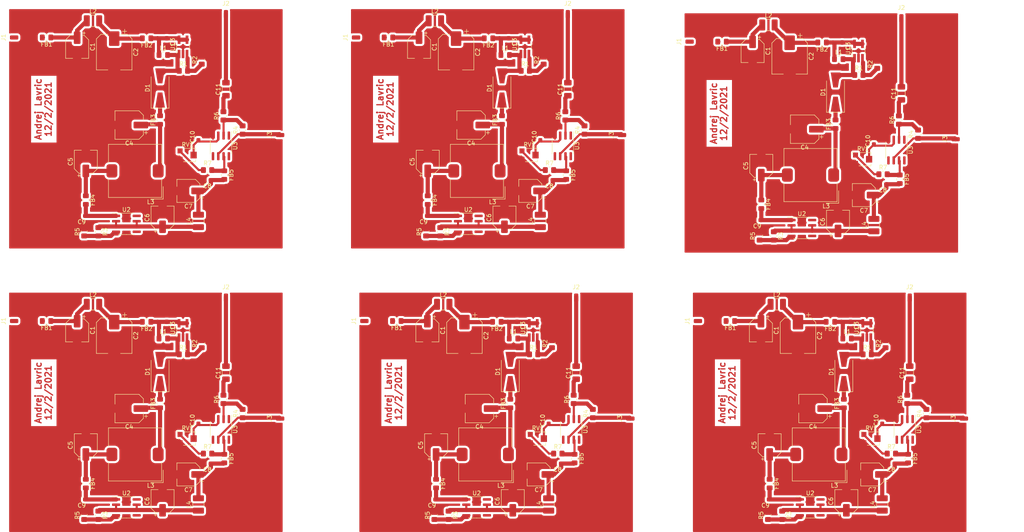
<source format=kicad_pcb>
(kicad_pcb (version 20171130) (host pcbnew 5.1.4+dfsg1-1~bpo10+1)

  (general
    (thickness 1.6)
    (drawings 6)
    (tracks 474)
    (zones 0)
    (modules 210)
    (nets 27)
  )

  (page A4)
  (layers
    (0 F.Cu signal)
    (31 B.Cu signal)
    (32 B.Adhes user)
    (33 F.Adhes user)
    (34 B.Paste user)
    (35 F.Paste user)
    (36 B.SilkS user)
    (37 F.SilkS user)
    (38 B.Mask user)
    (39 F.Mask user)
    (40 Dwgs.User user)
    (41 Cmts.User user)
    (42 Eco1.User user)
    (43 Eco2.User user)
    (44 Edge.Cuts user)
    (45 Margin user)
    (46 B.CrtYd user)
    (47 F.CrtYd user)
    (48 B.Fab user)
    (49 F.Fab user)
  )

  (setup
    (last_trace_width 0.25)
    (user_trace_width 0.5)
    (user_trace_width 0.8)
    (user_trace_width 1)
    (trace_clearance 0.2)
    (zone_clearance 0.5)
    (zone_45_only no)
    (trace_min 0.2)
    (via_size 0.8)
    (via_drill 0.4)
    (via_min_size 0.4)
    (via_min_drill 0.3)
    (uvia_size 0.3)
    (uvia_drill 0.1)
    (uvias_allowed no)
    (uvia_min_size 0.2)
    (uvia_min_drill 0.1)
    (edge_width 0.05)
    (segment_width 0.2)
    (pcb_text_width 0.3)
    (pcb_text_size 1.5 1.5)
    (mod_edge_width 0.12)
    (mod_text_size 1 1)
    (mod_text_width 0.15)
    (pad_size 1.524 1.524)
    (pad_drill 0.762)
    (pad_to_mask_clearance 0)
    (aux_axis_origin 0 0)
    (visible_elements FFFFFF7F)
    (pcbplotparams
      (layerselection 0x010fc_ffffffff)
      (usegerberextensions false)
      (usegerberattributes true)
      (usegerberadvancedattributes true)
      (creategerberjobfile true)
      (excludeedgelayer true)
      (linewidth 0.100000)
      (plotframeref false)
      (viasonmask false)
      (mode 1)
      (useauxorigin false)
      (hpglpennumber 1)
      (hpglpenspeed 20)
      (hpglpendiameter 15.000000)
      (psnegative false)
      (psa4output false)
      (plotreference true)
      (plotvalue true)
      (plotinvisibletext false)
      (padsonsilk false)
      (subtractmaskfromsilk false)
      (outputformat 1)
      (mirror false)
      (drillshape 1)
      (scaleselection 1)
      (outputdirectory ""))
  )

  (net 0 "")
  (net 1 GND)
  (net 2 "Net-(C1-Pad1)")
  (net 3 "Net-(C2-Pad1)")
  (net 4 "Net-(C3-Pad1)")
  (net 5 "Net-(C4-Pad1)")
  (net 6 "Net-(C5-Pad1)")
  (net 7 "Net-(C6-Pad1)")
  (net 8 "Net-(C7-Pad1)")
  (net 9 "Net-(C9-Pad1)")
  (net 10 "Net-(C10-Pad1)")
  (net 11 "Net-(D1-Pad2)")
  (net 12 "Net-(D1-Pad1)")
  (net 13 "Net-(FB1-Pad2)")
  (net 14 "Net-(FB5-Pad1)")
  (net 15 "Net-(R1-Pad2)")
  (net 16 "Net-(R3-Pad2)")
  (net 17 "Net-(R4-Pad2)")
  (net 18 "Net-(R7-Pad1)")
  (net 19 "Net-(U2-Pad8)")
  (net 20 "Net-(U2-Pad5)")
  (net 21 "Net-(U3-Pad8)")
  (net 22 "Net-(U3-Pad5)")
  (net 23 "Net-(U3-Pad1)")
  (net 24 "Net-(C11-Pad2)")
  (net 25 "Net-(C11-Pad1)")
  (net 26 "Net-(J3-Pad1)")

  (net_class Default "This is the default net class."
    (clearance 0.2)
    (trace_width 0.25)
    (via_dia 0.8)
    (via_drill 0.4)
    (uvia_dia 0.3)
    (uvia_drill 0.1)
    (add_net GND)
    (add_net "Net-(C1-Pad1)")
    (add_net "Net-(C10-Pad1)")
    (add_net "Net-(C11-Pad1)")
    (add_net "Net-(C11-Pad2)")
    (add_net "Net-(C2-Pad1)")
    (add_net "Net-(C3-Pad1)")
    (add_net "Net-(C4-Pad1)")
    (add_net "Net-(C5-Pad1)")
    (add_net "Net-(C6-Pad1)")
    (add_net "Net-(C7-Pad1)")
    (add_net "Net-(C9-Pad1)")
    (add_net "Net-(D1-Pad1)")
    (add_net "Net-(D1-Pad2)")
    (add_net "Net-(FB1-Pad2)")
    (add_net "Net-(FB5-Pad1)")
    (add_net "Net-(J3-Pad1)")
    (add_net "Net-(R1-Pad2)")
    (add_net "Net-(R3-Pad2)")
    (add_net "Net-(R4-Pad2)")
    (add_net "Net-(R7-Pad1)")
    (add_net "Net-(U2-Pad5)")
    (add_net "Net-(U2-Pad8)")
    (add_net "Net-(U3-Pad1)")
    (add_net "Net-(U3-Pad5)")
    (add_net "Net-(U3-Pad8)")
  )

  (module Resistor_SMD:R_0805_2012Metric_Pad1.20x1.40mm_HandSolder (layer F.Cu) (tedit 5F68FEEE) (tstamp 60265EF1)
    (at 262.6 167.4)
    (descr "Resistor SMD 0805 (2012 Metric), square (rectangular) end terminal, IPC_7351 nominal with elongated pad for handsoldering. (Body size source: IPC-SM-782 page 72, https://www.pcb-3d.com/wordpress/wp-content/uploads/ipc-sm-782a_amendment_1_and_2.pdf), generated with kicad-footprint-generator")
    (tags "resistor handsolder")
    (path /6025674D)
    (attr smd)
    (fp_text reference R7 (at 0 -1.65) (layer F.SilkS)
      (effects (font (size 1 1) (thickness 0.15)))
    )
    (fp_text value R (at 0 1.65) (layer F.Fab)
      (effects (font (size 1 1) (thickness 0.15)))
    )
    (fp_line (start 1.85 0.95) (end -1.85 0.95) (layer F.CrtYd) (width 0.05))
    (fp_line (start 1.85 -0.95) (end 1.85 0.95) (layer F.CrtYd) (width 0.05))
    (fp_line (start -1.85 -0.95) (end 1.85 -0.95) (layer F.CrtYd) (width 0.05))
    (fp_line (start -1.85 0.95) (end -1.85 -0.95) (layer F.CrtYd) (width 0.05))
    (fp_line (start -0.227064 0.735) (end 0.227064 0.735) (layer F.SilkS) (width 0.12))
    (fp_line (start -0.227064 -0.735) (end 0.227064 -0.735) (layer F.SilkS) (width 0.12))
    (fp_line (start 1 0.625) (end -1 0.625) (layer F.Fab) (width 0.1))
    (fp_line (start 1 -0.625) (end 1 0.625) (layer F.Fab) (width 0.1))
    (fp_line (start -1 -0.625) (end 1 -0.625) (layer F.Fab) (width 0.1))
    (fp_line (start -1 0.625) (end -1 -0.625) (layer F.Fab) (width 0.1))
    (fp_text user %R (at 0 0) (layer F.Fab)
      (effects (font (size 0.5 0.5) (thickness 0.08)))
    )
    (pad 1 smd roundrect (at -1 0) (size 1.2 1.4) (layers F.Cu F.Paste F.Mask) (roundrect_rratio 0.208333))
    (pad 2 smd roundrect (at 1 0) (size 1.2 1.4) (layers F.Cu F.Paste F.Mask) (roundrect_rratio 0.208333))
    (model ${KISYS3DMOD}/Resistor_SMD.3dshapes/R_0805_2012Metric.wrl
      (at (xyz 0 0 0))
      (scale (xyz 1 1 1))
      (rotate (xyz 0 0 0))
    )
  )

  (module Inductor_SMD:L_0805_2012Metric_Pad1.15x1.40mm_HandSolder (layer F.Cu) (tedit 5F68FEF0) (tstamp 60265EE1)
    (at 233.4 174.6 270)
    (descr "Inductor SMD 0805 (2012 Metric), square (rectangular) end terminal, IPC_7351 nominal with elongated pad for handsoldering. (Body size source: https://docs.google.com/spreadsheets/d/1BsfQQcO9C6DZCsRaXUlFlo91Tg2WpOkGARC1WS5S8t0/edit?usp=sharing), generated with kicad-footprint-generator")
    (tags "inductor handsolder")
    (path /601B2852)
    (attr smd)
    (fp_text reference FB4 (at 0 -1.65 90) (layer F.SilkS)
      (effects (font (size 1 1) (thickness 0.15)))
    )
    (fp_text value Ferrite_Bead (at 0 1.65 90) (layer F.Fab)
      (effects (font (size 1 1) (thickness 0.15)))
    )
    (fp_line (start 1.85 0.95) (end -1.85 0.95) (layer F.CrtYd) (width 0.05))
    (fp_line (start 1.85 -0.95) (end 1.85 0.95) (layer F.CrtYd) (width 0.05))
    (fp_line (start -1.85 -0.95) (end 1.85 -0.95) (layer F.CrtYd) (width 0.05))
    (fp_line (start -1.85 0.95) (end -1.85 -0.95) (layer F.CrtYd) (width 0.05))
    (fp_line (start -0.261252 0.71) (end 0.261252 0.71) (layer F.SilkS) (width 0.12))
    (fp_line (start -0.261252 -0.71) (end 0.261252 -0.71) (layer F.SilkS) (width 0.12))
    (fp_line (start 1 0.6) (end -1 0.6) (layer F.Fab) (width 0.1))
    (fp_line (start 1 -0.6) (end 1 0.6) (layer F.Fab) (width 0.1))
    (fp_line (start -1 -0.6) (end 1 -0.6) (layer F.Fab) (width 0.1))
    (fp_line (start -1 0.6) (end -1 -0.6) (layer F.Fab) (width 0.1))
    (fp_text user %R (at 0 0 90) (layer F.Fab)
      (effects (font (size 0.5 0.5) (thickness 0.08)))
    )
    (pad 1 smd roundrect (at -1.025 0 270) (size 1.15 1.4) (layers F.Cu F.Paste F.Mask) (roundrect_rratio 0.217391))
    (pad 2 smd roundrect (at 1.025 0 270) (size 1.15 1.4) (layers F.Cu F.Paste F.Mask) (roundrect_rratio 0.217391))
    (model ${KISYS3DMOD}/Inductor_SMD.3dshapes/L_0805_2012Metric.wrl
      (at (xyz 0 0 0))
      (scale (xyz 1 1 1))
      (rotate (xyz 0 0 0))
    )
  )

  (module Inductor_SMD:L_1210_3225Metric_Pad1.42x2.65mm_HandSolder (layer F.Cu) (tedit 5F68FEF0) (tstamp 60265ED1)
    (at 260.4 179.6 90)
    (descr "Inductor SMD 1210 (3225 Metric), square (rectangular) end terminal, IPC_7351 nominal with elongated pad for handsoldering. (Body size source: http://www.tortai-tech.com/upload/download/2011102023233369053.pdf), generated with kicad-footprint-generator")
    (tags "inductor handsolder")
    (path /601BB544)
    (attr smd)
    (fp_text reference L4 (at 0 -2.28 90) (layer F.SilkS)
      (effects (font (size 1 1) (thickness 0.15)))
    )
    (fp_text value 47u (at 0 2.28 90) (layer F.Fab)
      (effects (font (size 1 1) (thickness 0.15)))
    )
    (fp_line (start 2.45 1.58) (end -2.45 1.58) (layer F.CrtYd) (width 0.05))
    (fp_line (start 2.45 -1.58) (end 2.45 1.58) (layer F.CrtYd) (width 0.05))
    (fp_line (start -2.45 -1.58) (end 2.45 -1.58) (layer F.CrtYd) (width 0.05))
    (fp_line (start -2.45 1.58) (end -2.45 -1.58) (layer F.CrtYd) (width 0.05))
    (fp_line (start -0.602064 1.36) (end 0.602064 1.36) (layer F.SilkS) (width 0.12))
    (fp_line (start -0.602064 -1.36) (end 0.602064 -1.36) (layer F.SilkS) (width 0.12))
    (fp_line (start 1.6 1.25) (end -1.6 1.25) (layer F.Fab) (width 0.1))
    (fp_line (start 1.6 -1.25) (end 1.6 1.25) (layer F.Fab) (width 0.1))
    (fp_line (start -1.6 -1.25) (end 1.6 -1.25) (layer F.Fab) (width 0.1))
    (fp_line (start -1.6 1.25) (end -1.6 -1.25) (layer F.Fab) (width 0.1))
    (fp_text user %R (at 0 0 90) (layer F.Fab)
      (effects (font (size 0.8 0.8) (thickness 0.12)))
    )
    (pad 1 smd roundrect (at -1.4875 0 90) (size 1.425 2.65) (layers F.Cu F.Paste F.Mask) (roundrect_rratio 0.175439))
    (pad 2 smd roundrect (at 1.4875 0 90) (size 1.425 2.65) (layers F.Cu F.Paste F.Mask) (roundrect_rratio 0.175439))
    (model ${KISYS3DMOD}/Inductor_SMD.3dshapes/L_1210_3225Metric.wrl
      (at (xyz 0 0 0))
      (scale (xyz 1 1 1))
      (rotate (xyz 0 0 0))
    )
  )

  (module Potentiometer_SMD:Potentiometer_Bourns_TC33X_Vertical (layer F.Cu) (tedit 5C165D15) (tstamp 60265EB6)
    (at 257.8 163.8)
    (descr "Potentiometer, Bourns, TC33X, Vertical, https://www.bourns.com/pdfs/TC33.pdf")
    (tags "Potentiometer Bourns TC33X Vertical")
    (path /602819F3)
    (attr smd)
    (fp_text reference RV1 (at 0 -2.5) (layer F.SilkS)
      (effects (font (size 1 1) (thickness 0.15)))
    )
    (fp_text value R_POT (at 0 2.5) (layer F.Fab)
      (effects (font (size 1 1) (thickness 0.15)))
    )
    (fp_circle (center 0 0) (end 1.8 0) (layer Dwgs.User) (width 0.05))
    (fp_line (start -2.65 1.85) (end -2.65 -1.85) (layer F.CrtYd) (width 0.05))
    (fp_line (start 2.45 1.85) (end -2.65 1.85) (layer F.CrtYd) (width 0.05))
    (fp_line (start 2.45 -1.85) (end 2.45 1.85) (layer F.CrtYd) (width 0.05))
    (fp_line (start -2.65 -1.85) (end 2.45 -1.85) (layer F.CrtYd) (width 0.05))
    (fp_line (start -2.6 -1.8) (end -2.6 -1.1) (layer F.SilkS) (width 0.12))
    (fp_line (start -1.9 -1.8) (end -2.6 -1.8) (layer F.SilkS) (width 0.12))
    (fp_line (start 1.9 1.6) (end 1.9 1) (layer F.SilkS) (width 0.12))
    (fp_line (start -1 1.6) (end 1.9 1.6) (layer F.SilkS) (width 0.12))
    (fp_line (start 1.9 -1.6) (end 1.9 -1) (layer F.SilkS) (width 0.12))
    (fp_line (start -1 -1.6) (end 1.9 -1.6) (layer F.SilkS) (width 0.12))
    (fp_line (start -2.1 -0.2) (end -2.1 0.2) (layer F.SilkS) (width 0.12))
    (fp_line (start -1.25 -1.5) (end -2 -0.75) (layer F.Fab) (width 0.1))
    (fp_line (start 1.8 -1.5) (end -1.25 -1.5) (layer F.Fab) (width 0.1))
    (fp_line (start 1.8 1.5) (end 1.8 -1.5) (layer F.Fab) (width 0.1))
    (fp_line (start -2 1.5) (end 1.8 1.5) (layer F.Fab) (width 0.1))
    (fp_line (start -2 -0.75) (end -2 1.5) (layer F.Fab) (width 0.1))
    (fp_circle (center 0 0) (end 1.5 0) (layer F.Fab) (width 0.1))
    (fp_text user %R (at 0 0) (layer F.Fab)
      (effects (font (size 0.7 0.7) (thickness 0.105)))
    )
    (fp_text user "Wiper may be\nanywhere within\ncircle shown" (at -0.15 -0.8) (layer Cmts.User)
      (effects (font (size 0.15 0.15) (thickness 0.02)))
    )
    (pad 1 smd rect (at -1.8 -1) (size 1.2 1.2) (layers F.Cu F.Paste F.Mask))
    (pad 3 smd rect (at -1.8 1) (size 1.2 1.2) (layers F.Cu F.Paste F.Mask))
    (pad 2 smd rect (at 1.45 0) (size 1.5 1.6) (layers F.Cu F.Paste F.Mask))
    (model ${KISYS3DMOD}/Potentiometer_SMD.3dshapes/Potentiometer_Bourns_TC33X_Vertical.wrl
      (at (xyz 0 0 0))
      (scale (xyz 1 1 1))
      (rotate (xyz 0 0 0))
    )
  )

  (module Capacitor_SMD:CP_Elec_5x5.4 (layer F.Cu) (tedit 5BCA39CF) (tstamp 60265E8F)
    (at 251.8 178.8 90)
    (descr "SMD capacitor, aluminum electrolytic, Nichicon, 5.0x5.4mm")
    (tags "capacitor electrolytic")
    (path /601B3CEC)
    (attr smd)
    (fp_text reference C6 (at 0 -3.7 90) (layer F.SilkS)
      (effects (font (size 1 1) (thickness 0.15)))
    )
    (fp_text value 10u (at 0 3.7 90) (layer F.Fab)
      (effects (font (size 1 1) (thickness 0.15)))
    )
    (fp_line (start -3.95 1.05) (end -2.9 1.05) (layer F.CrtYd) (width 0.05))
    (fp_line (start -3.95 -1.05) (end -3.95 1.05) (layer F.CrtYd) (width 0.05))
    (fp_line (start -2.9 -1.05) (end -3.95 -1.05) (layer F.CrtYd) (width 0.05))
    (fp_line (start -2.9 1.05) (end -2.9 1.75) (layer F.CrtYd) (width 0.05))
    (fp_line (start -2.9 -1.75) (end -2.9 -1.05) (layer F.CrtYd) (width 0.05))
    (fp_line (start -2.9 -1.75) (end -1.75 -2.9) (layer F.CrtYd) (width 0.05))
    (fp_line (start -2.9 1.75) (end -1.75 2.9) (layer F.CrtYd) (width 0.05))
    (fp_line (start -1.75 -2.9) (end 2.9 -2.9) (layer F.CrtYd) (width 0.05))
    (fp_line (start -1.75 2.9) (end 2.9 2.9) (layer F.CrtYd) (width 0.05))
    (fp_line (start 2.9 1.05) (end 2.9 2.9) (layer F.CrtYd) (width 0.05))
    (fp_line (start 3.95 1.05) (end 2.9 1.05) (layer F.CrtYd) (width 0.05))
    (fp_line (start 3.95 -1.05) (end 3.95 1.05) (layer F.CrtYd) (width 0.05))
    (fp_line (start 2.9 -1.05) (end 3.95 -1.05) (layer F.CrtYd) (width 0.05))
    (fp_line (start 2.9 -2.9) (end 2.9 -1.05) (layer F.CrtYd) (width 0.05))
    (fp_line (start -3.3125 -1.9975) (end -3.3125 -1.3725) (layer F.SilkS) (width 0.12))
    (fp_line (start -3.625 -1.685) (end -3 -1.685) (layer F.SilkS) (width 0.12))
    (fp_line (start -2.76 1.695563) (end -1.695563 2.76) (layer F.SilkS) (width 0.12))
    (fp_line (start -2.76 -1.695563) (end -1.695563 -2.76) (layer F.SilkS) (width 0.12))
    (fp_line (start -2.76 -1.695563) (end -2.76 -1.06) (layer F.SilkS) (width 0.12))
    (fp_line (start -2.76 1.695563) (end -2.76 1.06) (layer F.SilkS) (width 0.12))
    (fp_line (start -1.695563 2.76) (end 2.76 2.76) (layer F.SilkS) (width 0.12))
    (fp_line (start -1.695563 -2.76) (end 2.76 -2.76) (layer F.SilkS) (width 0.12))
    (fp_line (start 2.76 -2.76) (end 2.76 -1.06) (layer F.SilkS) (width 0.12))
    (fp_line (start 2.76 2.76) (end 2.76 1.06) (layer F.SilkS) (width 0.12))
    (fp_line (start -1.783956 -1.45) (end -1.783956 -0.95) (layer F.Fab) (width 0.1))
    (fp_line (start -2.033956 -1.2) (end -1.533956 -1.2) (layer F.Fab) (width 0.1))
    (fp_line (start -2.65 1.65) (end -1.65 2.65) (layer F.Fab) (width 0.1))
    (fp_line (start -2.65 -1.65) (end -1.65 -2.65) (layer F.Fab) (width 0.1))
    (fp_line (start -2.65 -1.65) (end -2.65 1.65) (layer F.Fab) (width 0.1))
    (fp_line (start -1.65 2.65) (end 2.65 2.65) (layer F.Fab) (width 0.1))
    (fp_line (start -1.65 -2.65) (end 2.65 -2.65) (layer F.Fab) (width 0.1))
    (fp_line (start 2.65 -2.65) (end 2.65 2.65) (layer F.Fab) (width 0.1))
    (fp_circle (center 0 0) (end 2.5 0) (layer F.Fab) (width 0.1))
    (fp_text user %R (at 0 0 90) (layer F.Fab)
      (effects (font (size 1 1) (thickness 0.15)))
    )
    (pad 1 smd roundrect (at -2.2 0 90) (size 3 1.6) (layers F.Cu F.Paste F.Mask) (roundrect_rratio 0.15625))
    (pad 2 smd roundrect (at 2.2 0 90) (size 3 1.6) (layers F.Cu F.Paste F.Mask) (roundrect_rratio 0.15625))
    (model ${KISYS3DMOD}/Capacitor_SMD.3dshapes/CP_Elec_5x5.4.wrl
      (at (xyz 0 0 0))
      (scale (xyz 1 1 1))
      (rotate (xyz 0 0 0))
    )
  )

  (module Capacitor_SMD:C_0603_1608Metric_Pad1.08x0.95mm_HandSolder (layer F.Cu) (tedit 5F68FEEF) (tstamp 60265E7F)
    (at 262.5375 169.8 180)
    (descr "Capacitor SMD 0603 (1608 Metric), square (rectangular) end terminal, IPC_7351 nominal with elongated pad for handsoldering. (Body size source: IPC-SM-782 page 76, https://www.pcb-3d.com/wordpress/wp-content/uploads/ipc-sm-782a_amendment_1_and_2.pdf), generated with kicad-footprint-generator")
    (tags "capacitor handsolder")
    (path /601B6170)
    (attr smd)
    (fp_text reference C8 (at 0 -1.43) (layer F.SilkS)
      (effects (font (size 1 1) (thickness 0.15)))
    )
    (fp_text value 100n (at 0 1.43) (layer F.Fab)
      (effects (font (size 1 1) (thickness 0.15)))
    )
    (fp_line (start 1.65 0.73) (end -1.65 0.73) (layer F.CrtYd) (width 0.05))
    (fp_line (start 1.65 -0.73) (end 1.65 0.73) (layer F.CrtYd) (width 0.05))
    (fp_line (start -1.65 -0.73) (end 1.65 -0.73) (layer F.CrtYd) (width 0.05))
    (fp_line (start -1.65 0.73) (end -1.65 -0.73) (layer F.CrtYd) (width 0.05))
    (fp_line (start -0.146267 0.51) (end 0.146267 0.51) (layer F.SilkS) (width 0.12))
    (fp_line (start -0.146267 -0.51) (end 0.146267 -0.51) (layer F.SilkS) (width 0.12))
    (fp_line (start 0.8 0.4) (end -0.8 0.4) (layer F.Fab) (width 0.1))
    (fp_line (start 0.8 -0.4) (end 0.8 0.4) (layer F.Fab) (width 0.1))
    (fp_line (start -0.8 -0.4) (end 0.8 -0.4) (layer F.Fab) (width 0.1))
    (fp_line (start -0.8 0.4) (end -0.8 -0.4) (layer F.Fab) (width 0.1))
    (fp_text user %R (at 0 0) (layer F.Fab)
      (effects (font (size 0.4 0.4) (thickness 0.06)))
    )
    (pad 1 smd roundrect (at -0.8625 0 180) (size 1.075 0.95) (layers F.Cu F.Paste F.Mask) (roundrect_rratio 0.25))
    (pad 2 smd roundrect (at 0.8625 0 180) (size 1.075 0.95) (layers F.Cu F.Paste F.Mask) (roundrect_rratio 0.25))
    (model ${KISYS3DMOD}/Capacitor_SMD.3dshapes/C_0603_1608Metric.wrl
      (at (xyz 0 0 0))
      (scale (xyz 1 1 1))
      (rotate (xyz 0 0 0))
    )
  )

  (module Inductor_SMD:L_0805_2012Metric_Pad1.15x1.40mm_HandSolder (layer F.Cu) (tedit 5F68FEF0) (tstamp 60265E6F)
    (at 223.975 135.6 180)
    (descr "Inductor SMD 0805 (2012 Metric), square (rectangular) end terminal, IPC_7351 nominal with elongated pad for handsoldering. (Body size source: https://docs.google.com/spreadsheets/d/1BsfQQcO9C6DZCsRaXUlFlo91Tg2WpOkGARC1WS5S8t0/edit?usp=sharing), generated with kicad-footprint-generator")
    (tags "inductor handsolder")
    (path /601B09E1)
    (attr smd)
    (fp_text reference FB1 (at 0 -1.65) (layer F.SilkS)
      (effects (font (size 1 1) (thickness 0.15)))
    )
    (fp_text value Ferrite_Bead (at 0 1.65) (layer F.Fab)
      (effects (font (size 1 1) (thickness 0.15)))
    )
    (fp_line (start 1.85 0.95) (end -1.85 0.95) (layer F.CrtYd) (width 0.05))
    (fp_line (start 1.85 -0.95) (end 1.85 0.95) (layer F.CrtYd) (width 0.05))
    (fp_line (start -1.85 -0.95) (end 1.85 -0.95) (layer F.CrtYd) (width 0.05))
    (fp_line (start -1.85 0.95) (end -1.85 -0.95) (layer F.CrtYd) (width 0.05))
    (fp_line (start -0.261252 0.71) (end 0.261252 0.71) (layer F.SilkS) (width 0.12))
    (fp_line (start -0.261252 -0.71) (end 0.261252 -0.71) (layer F.SilkS) (width 0.12))
    (fp_line (start 1 0.6) (end -1 0.6) (layer F.Fab) (width 0.1))
    (fp_line (start 1 -0.6) (end 1 0.6) (layer F.Fab) (width 0.1))
    (fp_line (start -1 -0.6) (end 1 -0.6) (layer F.Fab) (width 0.1))
    (fp_line (start -1 0.6) (end -1 -0.6) (layer F.Fab) (width 0.1))
    (fp_text user %R (at 0 0) (layer F.Fab)
      (effects (font (size 0.5 0.5) (thickness 0.08)))
    )
    (pad 1 smd roundrect (at -1.025 0 180) (size 1.15 1.4) (layers F.Cu F.Paste F.Mask) (roundrect_rratio 0.217391))
    (pad 2 smd roundrect (at 1.025 0 180) (size 1.15 1.4) (layers F.Cu F.Paste F.Mask) (roundrect_rratio 0.217391))
    (model ${KISYS3DMOD}/Inductor_SMD.3dshapes/L_0805_2012Metric.wrl
      (at (xyz 0 0 0))
      (scale (xyz 1 1 1))
      (rotate (xyz 0 0 0))
    )
  )

  (module Resistor_SMD:R_0805_2012Metric_Pad1.20x1.40mm_HandSolder (layer F.Cu) (tedit 5F68FEEE) (tstamp 60265E5F)
    (at 256.8 143.6)
    (descr "Resistor SMD 0805 (2012 Metric), square (rectangular) end terminal, IPC_7351 nominal with elongated pad for handsoldering. (Body size source: IPC-SM-782 page 72, https://www.pcb-3d.com/wordpress/wp-content/uploads/ipc-sm-782a_amendment_1_and_2.pdf), generated with kicad-footprint-generator")
    (tags "resistor handsolder")
    (path /60255A9C)
    (attr smd)
    (fp_text reference R1 (at 0 -1.65) (layer F.SilkS)
      (effects (font (size 1 1) (thickness 0.15)))
    )
    (fp_text value R (at 0 1.65) (layer F.Fab)
      (effects (font (size 1 1) (thickness 0.15)))
    )
    (fp_line (start 1.85 0.95) (end -1.85 0.95) (layer F.CrtYd) (width 0.05))
    (fp_line (start 1.85 -0.95) (end 1.85 0.95) (layer F.CrtYd) (width 0.05))
    (fp_line (start -1.85 -0.95) (end 1.85 -0.95) (layer F.CrtYd) (width 0.05))
    (fp_line (start -1.85 0.95) (end -1.85 -0.95) (layer F.CrtYd) (width 0.05))
    (fp_line (start -0.227064 0.735) (end 0.227064 0.735) (layer F.SilkS) (width 0.12))
    (fp_line (start -0.227064 -0.735) (end 0.227064 -0.735) (layer F.SilkS) (width 0.12))
    (fp_line (start 1 0.625) (end -1 0.625) (layer F.Fab) (width 0.1))
    (fp_line (start 1 -0.625) (end 1 0.625) (layer F.Fab) (width 0.1))
    (fp_line (start -1 -0.625) (end 1 -0.625) (layer F.Fab) (width 0.1))
    (fp_line (start -1 0.625) (end -1 -0.625) (layer F.Fab) (width 0.1))
    (fp_text user %R (at 0 0) (layer F.Fab)
      (effects (font (size 0.5 0.5) (thickness 0.08)))
    )
    (pad 1 smd roundrect (at -1 0) (size 1.2 1.4) (layers F.Cu F.Paste F.Mask) (roundrect_rratio 0.208333))
    (pad 2 smd roundrect (at 1 0) (size 1.2 1.4) (layers F.Cu F.Paste F.Mask) (roundrect_rratio 0.208333))
    (model ${KISYS3DMOD}/Resistor_SMD.3dshapes/R_0805_2012Metric.wrl
      (at (xyz 0 0 0))
      (scale (xyz 1 1 1))
      (rotate (xyz 0 0 0))
    )
  )

  (module Capacitor_SMD:C_0603_1608Metric_Pad1.08x0.95mm_HandSolder (layer F.Cu) (tedit 5F68FEEF) (tstamp 60265E4F)
    (at 232.4 178.4 180)
    (descr "Capacitor SMD 0603 (1608 Metric), square (rectangular) end terminal, IPC_7351 nominal with elongated pad for handsoldering. (Body size source: IPC-SM-782 page 76, https://www.pcb-3d.com/wordpress/wp-content/uploads/ipc-sm-782a_amendment_1_and_2.pdf), generated with kicad-footprint-generator")
    (tags "capacitor handsolder")
    (path /601B5E7A)
    (attr smd)
    (fp_text reference C9 (at 0 -1.43) (layer F.SilkS)
      (effects (font (size 1 1) (thickness 0.15)))
    )
    (fp_text value 100n (at 0 1.43) (layer F.Fab)
      (effects (font (size 1 1) (thickness 0.15)))
    )
    (fp_line (start 1.65 0.73) (end -1.65 0.73) (layer F.CrtYd) (width 0.05))
    (fp_line (start 1.65 -0.73) (end 1.65 0.73) (layer F.CrtYd) (width 0.05))
    (fp_line (start -1.65 -0.73) (end 1.65 -0.73) (layer F.CrtYd) (width 0.05))
    (fp_line (start -1.65 0.73) (end -1.65 -0.73) (layer F.CrtYd) (width 0.05))
    (fp_line (start -0.146267 0.51) (end 0.146267 0.51) (layer F.SilkS) (width 0.12))
    (fp_line (start -0.146267 -0.51) (end 0.146267 -0.51) (layer F.SilkS) (width 0.12))
    (fp_line (start 0.8 0.4) (end -0.8 0.4) (layer F.Fab) (width 0.1))
    (fp_line (start 0.8 -0.4) (end 0.8 0.4) (layer F.Fab) (width 0.1))
    (fp_line (start -0.8 -0.4) (end 0.8 -0.4) (layer F.Fab) (width 0.1))
    (fp_line (start -0.8 0.4) (end -0.8 -0.4) (layer F.Fab) (width 0.1))
    (fp_text user %R (at 0 0) (layer F.Fab)
      (effects (font (size 0.4 0.4) (thickness 0.06)))
    )
    (pad 1 smd roundrect (at -0.8625 0 180) (size 1.075 0.95) (layers F.Cu F.Paste F.Mask) (roundrect_rratio 0.25))
    (pad 2 smd roundrect (at 0.8625 0 180) (size 1.075 0.95) (layers F.Cu F.Paste F.Mask) (roundrect_rratio 0.25))
    (model ${KISYS3DMOD}/Capacitor_SMD.3dshapes/C_0603_1608Metric.wrl
      (at (xyz 0 0 0))
      (scale (xyz 1 1 1))
      (rotate (xyz 0 0 0))
    )
  )

  (module Inductor_SMD:L_1210_3225Metric_Pad1.42x2.65mm_HandSolder (layer F.Cu) (tedit 5F68FEF0) (tstamp 60265E3F)
    (at 235.1125 131.6)
    (descr "Inductor SMD 1210 (3225 Metric), square (rectangular) end terminal, IPC_7351 nominal with elongated pad for handsoldering. (Body size source: http://www.tortai-tech.com/upload/download/2011102023233369053.pdf), generated with kicad-footprint-generator")
    (tags "inductor handsolder")
    (path /601BA615)
    (attr smd)
    (fp_text reference L2 (at 0 -2.28) (layer F.SilkS)
      (effects (font (size 1 1) (thickness 0.15)))
    )
    (fp_text value 47u (at 0 2.28) (layer F.Fab)
      (effects (font (size 1 1) (thickness 0.15)))
    )
    (fp_line (start 2.45 1.58) (end -2.45 1.58) (layer F.CrtYd) (width 0.05))
    (fp_line (start 2.45 -1.58) (end 2.45 1.58) (layer F.CrtYd) (width 0.05))
    (fp_line (start -2.45 -1.58) (end 2.45 -1.58) (layer F.CrtYd) (width 0.05))
    (fp_line (start -2.45 1.58) (end -2.45 -1.58) (layer F.CrtYd) (width 0.05))
    (fp_line (start -0.602064 1.36) (end 0.602064 1.36) (layer F.SilkS) (width 0.12))
    (fp_line (start -0.602064 -1.36) (end 0.602064 -1.36) (layer F.SilkS) (width 0.12))
    (fp_line (start 1.6 1.25) (end -1.6 1.25) (layer F.Fab) (width 0.1))
    (fp_line (start 1.6 -1.25) (end 1.6 1.25) (layer F.Fab) (width 0.1))
    (fp_line (start -1.6 -1.25) (end 1.6 -1.25) (layer F.Fab) (width 0.1))
    (fp_line (start -1.6 1.25) (end -1.6 -1.25) (layer F.Fab) (width 0.1))
    (fp_text user %R (at 0 0) (layer F.Fab)
      (effects (font (size 0.8 0.8) (thickness 0.12)))
    )
    (pad 1 smd roundrect (at -1.4875 0) (size 1.425 2.65) (layers F.Cu F.Paste F.Mask) (roundrect_rratio 0.175439))
    (pad 2 smd roundrect (at 1.4875 0) (size 1.425 2.65) (layers F.Cu F.Paste F.Mask) (roundrect_rratio 0.175439))
    (model ${KISYS3DMOD}/Inductor_SMD.3dshapes/L_1210_3225Metric.wrl
      (at (xyz 0 0 0))
      (scale (xyz 1 1 1))
      (rotate (xyz 0 0 0))
    )
  )

  (module Connector_Wire:SolderWirePad_1x01_SMD_1x2mm (layer F.Cu) (tedit 5DD6EB27) (tstamp 60265E32)
    (at 280 159 90)
    (descr "Wire Pad, Square, SMD Pad,  5mm x 10mm,")
    (tags "MesurementPoint Square SMDPad 5mmx10mm ")
    (path /60257F39)
    (attr virtual)
    (fp_text reference J3 (at 0 -2.54 90) (layer F.SilkS)
      (effects (font (size 1 1) (thickness 0.15)))
    )
    (fp_text value SMA (at 0 2.54 90) (layer F.Fab)
      (effects (font (size 1 1) (thickness 0.15)))
    )
    (fp_text user %R (at 0 0 90) (layer F.Fab)
      (effects (font (size 1 1) (thickness 0.15)))
    )
    (fp_line (start 0.63 -1.27) (end -0.63 -1.27) (layer F.CrtYd) (width 0.05))
    (fp_line (start 0.63 1.27) (end 0.63 -1.27) (layer F.CrtYd) (width 0.05))
    (fp_line (start -0.63 1.27) (end 0.63 1.27) (layer F.CrtYd) (width 0.05))
    (fp_line (start -0.63 -1.27) (end -0.63 1.27) (layer F.CrtYd) (width 0.05))
    (fp_line (start -0.63 -1.27) (end 0.63 -1.27) (layer F.Fab) (width 0.1))
    (fp_line (start 0.63 -1.27) (end 0.63 1.27) (layer F.Fab) (width 0.1))
    (fp_line (start 0.63 1.27) (end -0.63 1.27) (layer F.Fab) (width 0.1))
    (fp_line (start -0.63 1.27) (end -0.63 -1.27) (layer F.Fab) (width 0.1))
    (pad 1 smd roundrect (at 0 0 90) (size 1 2) (layers F.Cu F.Paste F.Mask) (roundrect_rratio 0.25))
  )

  (module Capacitor_SMD:C_0603_1608Metric_Pad1.08x0.95mm_HandSolder (layer F.Cu) (tedit 5F68FEEF) (tstamp 60265E21)
    (at 260.4 159.4 90)
    (descr "Capacitor SMD 0603 (1608 Metric), square (rectangular) end terminal, IPC_7351 nominal with elongated pad for handsoldering. (Body size source: IPC-SM-782 page 76, https://www.pcb-3d.com/wordpress/wp-content/uploads/ipc-sm-782a_amendment_1_and_2.pdf), generated with kicad-footprint-generator")
    (tags "capacitor handsolder")
    (path /601B6614)
    (attr smd)
    (fp_text reference C10 (at 0 -1.43 90) (layer F.SilkS)
      (effects (font (size 1 1) (thickness 0.15)))
    )
    (fp_text value 100n (at 0 1.43 90) (layer F.Fab)
      (effects (font (size 1 1) (thickness 0.15)))
    )
    (fp_line (start 1.65 0.73) (end -1.65 0.73) (layer F.CrtYd) (width 0.05))
    (fp_line (start 1.65 -0.73) (end 1.65 0.73) (layer F.CrtYd) (width 0.05))
    (fp_line (start -1.65 -0.73) (end 1.65 -0.73) (layer F.CrtYd) (width 0.05))
    (fp_line (start -1.65 0.73) (end -1.65 -0.73) (layer F.CrtYd) (width 0.05))
    (fp_line (start -0.146267 0.51) (end 0.146267 0.51) (layer F.SilkS) (width 0.12))
    (fp_line (start -0.146267 -0.51) (end 0.146267 -0.51) (layer F.SilkS) (width 0.12))
    (fp_line (start 0.8 0.4) (end -0.8 0.4) (layer F.Fab) (width 0.1))
    (fp_line (start 0.8 -0.4) (end 0.8 0.4) (layer F.Fab) (width 0.1))
    (fp_line (start -0.8 -0.4) (end 0.8 -0.4) (layer F.Fab) (width 0.1))
    (fp_line (start -0.8 0.4) (end -0.8 -0.4) (layer F.Fab) (width 0.1))
    (fp_text user %R (at 0 0 90) (layer F.Fab)
      (effects (font (size 0.4 0.4) (thickness 0.06)))
    )
    (pad 1 smd roundrect (at -0.8625 0 90) (size 1.075 0.95) (layers F.Cu F.Paste F.Mask) (roundrect_rratio 0.25))
    (pad 2 smd roundrect (at 0.8625 0 90) (size 1.075 0.95) (layers F.Cu F.Paste F.Mask) (roundrect_rratio 0.25))
    (model ${KISYS3DMOD}/Capacitor_SMD.3dshapes/C_0603_1608Metric.wrl
      (at (xyz 0 0 0))
      (scale (xyz 1 1 1))
      (rotate (xyz 0 0 0))
    )
  )

  (module Resistor_SMD:R_0805_2012Metric_Pad1.20x1.40mm_HandSolder (layer F.Cu) (tedit 5F68FEEE) (tstamp 60265E0B)
    (at 233 182.2 90)
    (descr "Resistor SMD 0805 (2012 Metric), square (rectangular) end terminal, IPC_7351 nominal with elongated pad for handsoldering. (Body size source: IPC-SM-782 page 72, https://www.pcb-3d.com/wordpress/wp-content/uploads/ipc-sm-782a_amendment_1_and_2.pdf), generated with kicad-footprint-generator")
    (tags "resistor handsolder")
    (path /60255837)
    (attr smd)
    (fp_text reference R5 (at 0 -1.65 90) (layer F.SilkS)
      (effects (font (size 1 1) (thickness 0.15)))
    )
    (fp_text value R (at 0 1.65 90) (layer F.Fab)
      (effects (font (size 1 1) (thickness 0.15)))
    )
    (fp_line (start 1.85 0.95) (end -1.85 0.95) (layer F.CrtYd) (width 0.05))
    (fp_line (start 1.85 -0.95) (end 1.85 0.95) (layer F.CrtYd) (width 0.05))
    (fp_line (start -1.85 -0.95) (end 1.85 -0.95) (layer F.CrtYd) (width 0.05))
    (fp_line (start -1.85 0.95) (end -1.85 -0.95) (layer F.CrtYd) (width 0.05))
    (fp_line (start -0.227064 0.735) (end 0.227064 0.735) (layer F.SilkS) (width 0.12))
    (fp_line (start -0.227064 -0.735) (end 0.227064 -0.735) (layer F.SilkS) (width 0.12))
    (fp_line (start 1 0.625) (end -1 0.625) (layer F.Fab) (width 0.1))
    (fp_line (start 1 -0.625) (end 1 0.625) (layer F.Fab) (width 0.1))
    (fp_line (start -1 -0.625) (end 1 -0.625) (layer F.Fab) (width 0.1))
    (fp_line (start -1 0.625) (end -1 -0.625) (layer F.Fab) (width 0.1))
    (fp_text user %R (at 0 0 90) (layer F.Fab)
      (effects (font (size 0.5 0.5) (thickness 0.08)))
    )
    (pad 1 smd roundrect (at -1 0 90) (size 1.2 1.4) (layers F.Cu F.Paste F.Mask) (roundrect_rratio 0.208333))
    (pad 2 smd roundrect (at 1 0 90) (size 1.2 1.4) (layers F.Cu F.Paste F.Mask) (roundrect_rratio 0.208333))
    (model ${KISYS3DMOD}/Resistor_SMD.3dshapes/R_0805_2012Metric.wrl
      (at (xyz 0 0 0))
      (scale (xyz 1 1 1))
      (rotate (xyz 0 0 0))
    )
  )

  (module Capacitor_SMD:CP_Elec_6.3x5.9 (layer F.Cu) (tedit 5BCA39D0) (tstamp 60265DE1)
    (at 243.8 156.6 180)
    (descr "SMD capacitor, aluminum electrolytic, Panasonic C6, 6.3x5.9mm")
    (tags "capacitor electrolytic")
    (path /601B46D7)
    (attr smd)
    (fp_text reference C4 (at 0 -4.35) (layer F.SilkS)
      (effects (font (size 1 1) (thickness 0.15)))
    )
    (fp_text value 47u (at 0 4.35) (layer F.Fab)
      (effects (font (size 1 1) (thickness 0.15)))
    )
    (fp_line (start -4.8 1.05) (end -3.55 1.05) (layer F.CrtYd) (width 0.05))
    (fp_line (start -4.8 -1.05) (end -4.8 1.05) (layer F.CrtYd) (width 0.05))
    (fp_line (start -3.55 -1.05) (end -4.8 -1.05) (layer F.CrtYd) (width 0.05))
    (fp_line (start -3.55 1.05) (end -3.55 2.4) (layer F.CrtYd) (width 0.05))
    (fp_line (start -3.55 -2.4) (end -3.55 -1.05) (layer F.CrtYd) (width 0.05))
    (fp_line (start -3.55 -2.4) (end -2.4 -3.55) (layer F.CrtYd) (width 0.05))
    (fp_line (start -3.55 2.4) (end -2.4 3.55) (layer F.CrtYd) (width 0.05))
    (fp_line (start -2.4 -3.55) (end 3.55 -3.55) (layer F.CrtYd) (width 0.05))
    (fp_line (start -2.4 3.55) (end 3.55 3.55) (layer F.CrtYd) (width 0.05))
    (fp_line (start 3.55 1.05) (end 3.55 3.55) (layer F.CrtYd) (width 0.05))
    (fp_line (start 4.8 1.05) (end 3.55 1.05) (layer F.CrtYd) (width 0.05))
    (fp_line (start 4.8 -1.05) (end 4.8 1.05) (layer F.CrtYd) (width 0.05))
    (fp_line (start 3.55 -1.05) (end 4.8 -1.05) (layer F.CrtYd) (width 0.05))
    (fp_line (start 3.55 -3.55) (end 3.55 -1.05) (layer F.CrtYd) (width 0.05))
    (fp_line (start -4.04375 -2.24125) (end -4.04375 -1.45375) (layer F.SilkS) (width 0.12))
    (fp_line (start -4.4375 -1.8475) (end -3.65 -1.8475) (layer F.SilkS) (width 0.12))
    (fp_line (start -3.41 2.345563) (end -2.345563 3.41) (layer F.SilkS) (width 0.12))
    (fp_line (start -3.41 -2.345563) (end -2.345563 -3.41) (layer F.SilkS) (width 0.12))
    (fp_line (start -3.41 -2.345563) (end -3.41 -1.06) (layer F.SilkS) (width 0.12))
    (fp_line (start -3.41 2.345563) (end -3.41 1.06) (layer F.SilkS) (width 0.12))
    (fp_line (start -2.345563 3.41) (end 3.41 3.41) (layer F.SilkS) (width 0.12))
    (fp_line (start -2.345563 -3.41) (end 3.41 -3.41) (layer F.SilkS) (width 0.12))
    (fp_line (start 3.41 -3.41) (end 3.41 -1.06) (layer F.SilkS) (width 0.12))
    (fp_line (start 3.41 3.41) (end 3.41 1.06) (layer F.SilkS) (width 0.12))
    (fp_line (start -2.389838 -1.645) (end -2.389838 -1.015) (layer F.Fab) (width 0.1))
    (fp_line (start -2.704838 -1.33) (end -2.074838 -1.33) (layer F.Fab) (width 0.1))
    (fp_line (start -3.3 2.3) (end -2.3 3.3) (layer F.Fab) (width 0.1))
    (fp_line (start -3.3 -2.3) (end -2.3 -3.3) (layer F.Fab) (width 0.1))
    (fp_line (start -3.3 -2.3) (end -3.3 2.3) (layer F.Fab) (width 0.1))
    (fp_line (start -2.3 3.3) (end 3.3 3.3) (layer F.Fab) (width 0.1))
    (fp_line (start -2.3 -3.3) (end 3.3 -3.3) (layer F.Fab) (width 0.1))
    (fp_line (start 3.3 -3.3) (end 3.3 3.3) (layer F.Fab) (width 0.1))
    (fp_circle (center 0 0) (end 3.15 0) (layer F.Fab) (width 0.1))
    (fp_text user %R (at 0 0) (layer F.Fab)
      (effects (font (size 1 1) (thickness 0.15)))
    )
    (pad 1 smd roundrect (at -2.8 0 180) (size 3.5 1.6) (layers F.Cu F.Paste F.Mask) (roundrect_rratio 0.15625))
    (pad 2 smd roundrect (at 2.8 0 180) (size 3.5 1.6) (layers F.Cu F.Paste F.Mask) (roundrect_rratio 0.15625))
    (model ${KISYS3DMOD}/Capacitor_SMD.3dshapes/CP_Elec_6.3x5.9.wrl
      (at (xyz 0 0 0))
      (scale (xyz 1 1 1))
      (rotate (xyz 0 0 0))
    )
  )

  (module Resistor_SMD:R_0805_2012Metric_Pad1.20x1.40mm_HandSolder (layer F.Cu) (tedit 5F68FEEE) (tstamp 60265DD0)
    (at 266.4 154.4 90)
    (descr "Resistor SMD 0805 (2012 Metric), square (rectangular) end terminal, IPC_7351 nominal with elongated pad for handsoldering. (Body size source: IPC-SM-782 page 72, https://www.pcb-3d.com/wordpress/wp-content/uploads/ipc-sm-782a_amendment_1_and_2.pdf), generated with kicad-footprint-generator")
    (tags "resistor handsolder")
    (path /60255FB2)
    (attr smd)
    (fp_text reference R6 (at 0 -1.65 90) (layer F.SilkS)
      (effects (font (size 1 1) (thickness 0.15)))
    )
    (fp_text value R (at 0 1.65 90) (layer F.Fab)
      (effects (font (size 1 1) (thickness 0.15)))
    )
    (fp_line (start 1.85 0.95) (end -1.85 0.95) (layer F.CrtYd) (width 0.05))
    (fp_line (start 1.85 -0.95) (end 1.85 0.95) (layer F.CrtYd) (width 0.05))
    (fp_line (start -1.85 -0.95) (end 1.85 -0.95) (layer F.CrtYd) (width 0.05))
    (fp_line (start -1.85 0.95) (end -1.85 -0.95) (layer F.CrtYd) (width 0.05))
    (fp_line (start -0.227064 0.735) (end 0.227064 0.735) (layer F.SilkS) (width 0.12))
    (fp_line (start -0.227064 -0.735) (end 0.227064 -0.735) (layer F.SilkS) (width 0.12))
    (fp_line (start 1 0.625) (end -1 0.625) (layer F.Fab) (width 0.1))
    (fp_line (start 1 -0.625) (end 1 0.625) (layer F.Fab) (width 0.1))
    (fp_line (start -1 -0.625) (end 1 -0.625) (layer F.Fab) (width 0.1))
    (fp_line (start -1 0.625) (end -1 -0.625) (layer F.Fab) (width 0.1))
    (fp_text user %R (at 0 0 90) (layer F.Fab)
      (effects (font (size 0.5 0.5) (thickness 0.08)))
    )
    (pad 1 smd roundrect (at -1 0 90) (size 1.2 1.4) (layers F.Cu F.Paste F.Mask) (roundrect_rratio 0.208333))
    (pad 2 smd roundrect (at 1 0 90) (size 1.2 1.4) (layers F.Cu F.Paste F.Mask) (roundrect_rratio 0.208333))
    (model ${KISYS3DMOD}/Resistor_SMD.3dshapes/R_0805_2012Metric.wrl
      (at (xyz 0 0 0))
      (scale (xyz 1 1 1))
      (rotate (xyz 0 0 0))
    )
  )

  (module Diode_SMD:D_SMA-SMB_Universal_Handsoldering (layer F.Cu) (tedit 5864381A) (tstamp 60265DB5)
    (at 251.2 147.7 90)
    (descr "Diode, Universal, SMA (DO-214AC) or SMB (DO-214AA), Handsoldering,")
    (tags "Diode Universal SMA (DO-214AC) SMB (DO-214AA) Handsoldering ")
    (path /601F84B8)
    (attr smd)
    (fp_text reference D1 (at 0 -3 90) (layer F.SilkS)
      (effects (font (size 1 1) (thickness 0.15)))
    )
    (fp_text value SK24A (at 0 3.1 90) (layer F.Fab)
      (effects (font (size 1 1) (thickness 0.15)))
    )
    (fp_line (start -4.85 -2.15) (end 2.7 -2.15) (layer F.SilkS) (width 0.12))
    (fp_line (start -4.85 2.15) (end 2.7 2.15) (layer F.SilkS) (width 0.12))
    (fp_line (start -0.64944 0.00102) (end 0.50118 -0.79908) (layer F.Fab) (width 0.1))
    (fp_line (start -0.64944 0.00102) (end 0.50118 0.75032) (layer F.Fab) (width 0.1))
    (fp_line (start 0.50118 0.75032) (end 0.50118 -0.79908) (layer F.Fab) (width 0.1))
    (fp_line (start -0.64944 -0.79908) (end -0.64944 0.80112) (layer F.Fab) (width 0.1))
    (fp_line (start 0.50118 0.00102) (end 1.4994 0.00102) (layer F.Fab) (width 0.1))
    (fp_line (start -0.64944 0.00102) (end -1.55114 0.00102) (layer F.Fab) (width 0.1))
    (fp_line (start -4.95 2.25) (end -4.95 -2.25) (layer F.CrtYd) (width 0.05))
    (fp_line (start 4.95 2.25) (end -4.95 2.25) (layer F.CrtYd) (width 0.05))
    (fp_line (start 4.95 -2.25) (end 4.95 2.25) (layer F.CrtYd) (width 0.05))
    (fp_line (start -4.95 -2.25) (end 4.95 -2.25) (layer F.CrtYd) (width 0.05))
    (fp_line (start 2.3 -1.5) (end -2.3 -1.5) (layer F.Fab) (width 0.1))
    (fp_line (start 2.3 -1.5) (end 2.3 1.5) (layer F.Fab) (width 0.1))
    (fp_line (start -2.3 1.5) (end -2.3 -1.5) (layer F.Fab) (width 0.1))
    (fp_line (start 2.3 1.5) (end -2.3 1.5) (layer F.Fab) (width 0.1))
    (fp_line (start 2.3 -2) (end -2.3 -2) (layer F.Fab) (width 0.1))
    (fp_line (start 2.3 -2) (end 2.3 2) (layer F.Fab) (width 0.1))
    (fp_line (start -2.3 2) (end -2.3 -2) (layer F.Fab) (width 0.1))
    (fp_line (start 2.3 2) (end -2.3 2) (layer F.Fab) (width 0.1))
    (fp_line (start -4.85 -2.15) (end -4.85 2.15) (layer F.SilkS) (width 0.12))
    (fp_text user %R (at 0 -3 90) (layer F.Fab)
      (effects (font (size 1 1) (thickness 0.15)))
    )
    (pad 1 smd trapezoid (at -2.9 0 90) (size 3.6 1.7) (rect_delta 0.6 0 ) (layers F.Cu F.Paste F.Mask))
    (pad 2 smd trapezoid (at 2.9 0 270) (size 3.6 1.7) (rect_delta 0.6 0 ) (layers F.Cu F.Paste F.Mask))
    (model ${KISYS3DMOD}/Diode_SMD.3dshapes/D_SMB.wrl
      (at (xyz 0 0 0))
      (scale (xyz 1 1 1))
      (rotate (xyz 0 0 0))
    )
  )

  (module Inductor_SMD:L_TDK_SLF12575 (layer F.Cu) (tedit 5C2392AD) (tstamp 60265D95)
    (at 245.2 167.6 180)
    (descr "Inductor, TDK, SLF12575, 12.5mmx12.5mm (Script generated with StandardBox.py) (https://product.tdk.com/info/en/catalog/datasheets/inductor_automotive_power_slf12575-h_en.pdf)")
    (tags "Inductor SLF12575")
    (path /601BBA60)
    (attr smd)
    (fp_text reference L3 (at -3.75 -7.45) (layer F.SilkS)
      (effects (font (size 1 1) (thickness 0.15)))
    )
    (fp_text value 1m (at 0 7.25) (layer F.Fab)
      (effects (font (size 1 1) (thickness 0.15)))
    )
    (fp_line (start -6.5 1.86) (end -6.5 6.5) (layer F.CrtYd) (width 0.05))
    (fp_line (start -7.11 1.86) (end -6.5 1.86) (layer F.CrtYd) (width 0.05))
    (fp_line (start -7.11 -1.86) (end -7.11 1.86) (layer F.CrtYd) (width 0.05))
    (fp_line (start -6.5 -1.86) (end -7.11 -1.86) (layer F.CrtYd) (width 0.05))
    (fp_line (start -6.5 -6.5) (end -6.5 -1.86) (layer F.CrtYd) (width 0.05))
    (fp_line (start -6.5 6.5) (end 6.5 6.5) (layer F.CrtYd) (width 0.05))
    (fp_line (start 6.5 1.86) (end 6.5 6.5) (layer F.CrtYd) (width 0.05))
    (fp_line (start 7.11 1.86) (end 6.5 1.86) (layer F.CrtYd) (width 0.05))
    (fp_line (start 7.11 -1.86) (end 7.11 1.86) (layer F.CrtYd) (width 0.05))
    (fp_line (start 6.5 -1.86) (end 7.11 -1.86) (layer F.CrtYd) (width 0.05))
    (fp_line (start 6.5 -6.5) (end 6.5 -1.86) (layer F.CrtYd) (width 0.05))
    (fp_line (start -6.5 -6.5) (end 6.5 -6.5) (layer F.CrtYd) (width 0.05))
    (fp_line (start -6.37 1.85) (end -6.37 6.37) (layer F.SilkS) (width 0.12))
    (fp_line (start -6.37 -6.37) (end -6.37 -1.85) (layer F.SilkS) (width 0.12))
    (fp_line (start -6.37 6.37) (end 6.37 6.37) (layer F.SilkS) (width 0.12))
    (fp_line (start 6.37 1.85) (end 6.37 6.37) (layer F.SilkS) (width 0.12))
    (fp_line (start 6.37 -6.37) (end 6.37 -1.85) (layer F.SilkS) (width 0.12))
    (fp_line (start -6.37 -6.37) (end 6.37 -6.37) (layer F.SilkS) (width 0.12))
    (fp_line (start -6.75 -6.75) (end -3.75 -6.75) (layer F.SilkS) (width 0.12))
    (fp_line (start -6.75 -3.75) (end -6.75 -6.75) (layer F.SilkS) (width 0.12))
    (fp_line (start -6.25 -5.75) (end -5.75 -6.25) (layer F.Fab) (width 0.1))
    (fp_line (start -6.25 6.25) (end -6.25 -5.75) (layer F.Fab) (width 0.1))
    (fp_line (start 6.25 6.25) (end -6.25 6.25) (layer F.Fab) (width 0.1))
    (fp_line (start 6.25 -6.25) (end 6.25 6.25) (layer F.Fab) (width 0.1))
    (fp_line (start -5.75 -6.25) (end 6.25 -6.25) (layer F.Fab) (width 0.1))
    (fp_text user %R (at 0 0) (layer F.Fab)
      (effects (font (size 1 1) (thickness 0.15)))
    )
    (fp_text user "" (at -49 0.05) (layer F.SilkS)
      (effects (font (size 3 3) (thickness 0.15)))
    )
    (pad 1 smd roundrect (at -5.55 0 180) (size 2.6 3.2) (layers F.Cu F.Paste F.Mask) (roundrect_rratio 0.25))
    (pad 2 smd roundrect (at 5.55 0 180) (size 2.6 3.2) (layers F.Cu F.Paste F.Mask) (roundrect_rratio 0.25))
    (model ${KISYS3DMOD}/Inductor_SMD.3dshapes/L_TDK_SLF12575.wrl
      (at (xyz 0 0 0))
      (scale (xyz 1 1 1))
      (rotate (xyz 0 0 0))
    )
  )

  (module Package_SO:SOIC-8_3.9x4.9mm_P1.27mm (layer F.Cu) (tedit 5D9F72B1) (tstamp 60265D7C)
    (at 243.125 180.295)
    (descr "SOIC, 8 Pin (JEDEC MS-012AA, https://www.analog.com/media/en/package-pcb-resources/package/pkg_pdf/soic_narrow-r/r_8.pdf), generated with kicad-footprint-generator ipc_gullwing_generator.py")
    (tags "SOIC SO")
    (path /60290741)
    (attr smd)
    (fp_text reference U2 (at 0 -3.4) (layer F.SilkS)
      (effects (font (size 1 1) (thickness 0.15)))
    )
    (fp_text value LM317L_SO8 (at 0 3.4) (layer F.Fab)
      (effects (font (size 1 1) (thickness 0.15)))
    )
    (fp_line (start 3.7 -2.7) (end -3.7 -2.7) (layer F.CrtYd) (width 0.05))
    (fp_line (start 3.7 2.7) (end 3.7 -2.7) (layer F.CrtYd) (width 0.05))
    (fp_line (start -3.7 2.7) (end 3.7 2.7) (layer F.CrtYd) (width 0.05))
    (fp_line (start -3.7 -2.7) (end -3.7 2.7) (layer F.CrtYd) (width 0.05))
    (fp_line (start -1.95 -1.475) (end -0.975 -2.45) (layer F.Fab) (width 0.1))
    (fp_line (start -1.95 2.45) (end -1.95 -1.475) (layer F.Fab) (width 0.1))
    (fp_line (start 1.95 2.45) (end -1.95 2.45) (layer F.Fab) (width 0.1))
    (fp_line (start 1.95 -2.45) (end 1.95 2.45) (layer F.Fab) (width 0.1))
    (fp_line (start -0.975 -2.45) (end 1.95 -2.45) (layer F.Fab) (width 0.1))
    (fp_line (start 0 -2.56) (end -3.45 -2.56) (layer F.SilkS) (width 0.12))
    (fp_line (start 0 -2.56) (end 1.95 -2.56) (layer F.SilkS) (width 0.12))
    (fp_line (start 0 2.56) (end -1.95 2.56) (layer F.SilkS) (width 0.12))
    (fp_line (start 0 2.56) (end 1.95 2.56) (layer F.SilkS) (width 0.12))
    (fp_text user %R (at 0 0) (layer F.Fab)
      (effects (font (size 0.98 0.98) (thickness 0.15)))
    )
    (pad 1 smd roundrect (at -2.475 -1.905) (size 1.95 0.6) (layers F.Cu F.Paste F.Mask) (roundrect_rratio 0.25))
    (pad 2 smd roundrect (at -2.475 -0.635) (size 1.95 0.6) (layers F.Cu F.Paste F.Mask) (roundrect_rratio 0.25))
    (pad 3 smd roundrect (at -2.475 0.635) (size 1.95 0.6) (layers F.Cu F.Paste F.Mask) (roundrect_rratio 0.25))
    (pad 4 smd roundrect (at -2.475 1.905) (size 1.95 0.6) (layers F.Cu F.Paste F.Mask) (roundrect_rratio 0.25))
    (pad 5 smd roundrect (at 2.475 1.905) (size 1.95 0.6) (layers F.Cu F.Paste F.Mask) (roundrect_rratio 0.25))
    (pad 6 smd roundrect (at 2.475 0.635) (size 1.95 0.6) (layers F.Cu F.Paste F.Mask) (roundrect_rratio 0.25))
    (pad 7 smd roundrect (at 2.475 -0.635) (size 1.95 0.6) (layers F.Cu F.Paste F.Mask) (roundrect_rratio 0.25))
    (pad 8 smd roundrect (at 2.475 -1.905) (size 1.95 0.6) (layers F.Cu F.Paste F.Mask) (roundrect_rratio 0.25))
    (model ${KISYS3DMOD}/Package_SO.3dshapes/SOIC-8_3.9x4.9mm_P1.27mm.wrl
      (at (xyz 0 0 0))
      (scale (xyz 1 1 1))
      (rotate (xyz 0 0 0))
    )
  )

  (module Capacitor_SMD:C_0603_1608Metric_Pad1.08x0.95mm_HandSolder (layer F.Cu) (tedit 5F68FEEF) (tstamp 60265D6C)
    (at 252.8 136.6625 270)
    (descr "Capacitor SMD 0603 (1608 Metric), square (rectangular) end terminal, IPC_7351 nominal with elongated pad for handsoldering. (Body size source: IPC-SM-782 page 76, https://www.pcb-3d.com/wordpress/wp-content/uploads/ipc-sm-782a_amendment_1_and_2.pdf), generated with kicad-footprint-generator")
    (tags "capacitor handsolder")
    (path /601B5309)
    (attr smd)
    (fp_text reference C3 (at 0 -1.43 90) (layer F.SilkS)
      (effects (font (size 1 1) (thickness 0.15)))
    )
    (fp_text value 100n (at 0 1.43 90) (layer F.Fab)
      (effects (font (size 1 1) (thickness 0.15)))
    )
    (fp_line (start 1.65 0.73) (end -1.65 0.73) (layer F.CrtYd) (width 0.05))
    (fp_line (start 1.65 -0.73) (end 1.65 0.73) (layer F.CrtYd) (width 0.05))
    (fp_line (start -1.65 -0.73) (end 1.65 -0.73) (layer F.CrtYd) (width 0.05))
    (fp_line (start -1.65 0.73) (end -1.65 -0.73) (layer F.CrtYd) (width 0.05))
    (fp_line (start -0.146267 0.51) (end 0.146267 0.51) (layer F.SilkS) (width 0.12))
    (fp_line (start -0.146267 -0.51) (end 0.146267 -0.51) (layer F.SilkS) (width 0.12))
    (fp_line (start 0.8 0.4) (end -0.8 0.4) (layer F.Fab) (width 0.1))
    (fp_line (start 0.8 -0.4) (end 0.8 0.4) (layer F.Fab) (width 0.1))
    (fp_line (start -0.8 -0.4) (end 0.8 -0.4) (layer F.Fab) (width 0.1))
    (fp_line (start -0.8 0.4) (end -0.8 -0.4) (layer F.Fab) (width 0.1))
    (fp_text user %R (at -0.1375 0 90) (layer F.Fab)
      (effects (font (size 0.4 0.4) (thickness 0.06)))
    )
    (pad 1 smd roundrect (at -0.8625 0 270) (size 1.075 0.95) (layers F.Cu F.Paste F.Mask) (roundrect_rratio 0.25))
    (pad 2 smd roundrect (at 0.8625 0 270) (size 1.075 0.95) (layers F.Cu F.Paste F.Mask) (roundrect_rratio 0.25))
    (model ${KISYS3DMOD}/Capacitor_SMD.3dshapes/C_0603_1608Metric.wrl
      (at (xyz 0 0 0))
      (scale (xyz 1 1 1))
      (rotate (xyz 0 0 0))
    )
  )

  (module Resistor_SMD:R_0805_2012Metric_Pad1.20x1.40mm_HandSolder (layer F.Cu) (tedit 5F68FEEE) (tstamp 60265D5B)
    (at 236.4 182.2 270)
    (descr "Resistor SMD 0805 (2012 Metric), square (rectangular) end terminal, IPC_7351 nominal with elongated pad for handsoldering. (Body size source: IPC-SM-782 page 72, https://www.pcb-3d.com/wordpress/wp-content/uploads/ipc-sm-782a_amendment_1_and_2.pdf), generated with kicad-footprint-generator")
    (tags "resistor handsolder")
    (path /602552D1)
    (attr smd)
    (fp_text reference R3 (at 0 -1.65 90) (layer F.SilkS)
      (effects (font (size 1 1) (thickness 0.15)))
    )
    (fp_text value R (at 0 1.65 90) (layer F.Fab)
      (effects (font (size 1 1) (thickness 0.15)))
    )
    (fp_line (start 1.85 0.95) (end -1.85 0.95) (layer F.CrtYd) (width 0.05))
    (fp_line (start 1.85 -0.95) (end 1.85 0.95) (layer F.CrtYd) (width 0.05))
    (fp_line (start -1.85 -0.95) (end 1.85 -0.95) (layer F.CrtYd) (width 0.05))
    (fp_line (start -1.85 0.95) (end -1.85 -0.95) (layer F.CrtYd) (width 0.05))
    (fp_line (start -0.227064 0.735) (end 0.227064 0.735) (layer F.SilkS) (width 0.12))
    (fp_line (start -0.227064 -0.735) (end 0.227064 -0.735) (layer F.SilkS) (width 0.12))
    (fp_line (start 1 0.625) (end -1 0.625) (layer F.Fab) (width 0.1))
    (fp_line (start 1 -0.625) (end 1 0.625) (layer F.Fab) (width 0.1))
    (fp_line (start -1 -0.625) (end 1 -0.625) (layer F.Fab) (width 0.1))
    (fp_line (start -1 0.625) (end -1 -0.625) (layer F.Fab) (width 0.1))
    (fp_text user %R (at 0 0 90) (layer F.Fab)
      (effects (font (size 0.5 0.5) (thickness 0.08)))
    )
    (pad 1 smd roundrect (at -1 0 270) (size 1.2 1.4) (layers F.Cu F.Paste F.Mask) (roundrect_rratio 0.208333))
    (pad 2 smd roundrect (at 1 0 270) (size 1.2 1.4) (layers F.Cu F.Paste F.Mask) (roundrect_rratio 0.208333))
    (model ${KISYS3DMOD}/Resistor_SMD.3dshapes/R_0805_2012Metric.wrl
      (at (xyz 0 0 0))
      (scale (xyz 1 1 1))
      (rotate (xyz 0 0 0))
    )
  )

  (module Inductor_SMD:L_0805_2012Metric_Pad1.15x1.40mm_HandSolder (layer F.Cu) (tedit 5F68FEF0) (tstamp 60265D44)
    (at 251.975 139.8)
    (descr "Inductor SMD 0805 (2012 Metric), square (rectangular) end terminal, IPC_7351 nominal with elongated pad for handsoldering. (Body size source: https://docs.google.com/spreadsheets/d/1BsfQQcO9C6DZCsRaXUlFlo91Tg2WpOkGARC1WS5S8t0/edit?usp=sharing), generated with kicad-footprint-generator")
    (tags "inductor handsolder")
    (path /601BB18D)
    (attr smd)
    (fp_text reference L1 (at 0 -1.65) (layer F.SilkS)
      (effects (font (size 1 1) (thickness 0.15)))
    )
    (fp_text value 10u (at 0 1.65) (layer F.Fab)
      (effects (font (size 1 1) (thickness 0.15)))
    )
    (fp_line (start 1.85 0.95) (end -1.85 0.95) (layer F.CrtYd) (width 0.05))
    (fp_line (start 1.85 -0.95) (end 1.85 0.95) (layer F.CrtYd) (width 0.05))
    (fp_line (start -1.85 -0.95) (end 1.85 -0.95) (layer F.CrtYd) (width 0.05))
    (fp_line (start -1.85 0.95) (end -1.85 -0.95) (layer F.CrtYd) (width 0.05))
    (fp_line (start -0.261252 0.71) (end 0.261252 0.71) (layer F.SilkS) (width 0.12))
    (fp_line (start -0.261252 -0.71) (end 0.261252 -0.71) (layer F.SilkS) (width 0.12))
    (fp_line (start 1 0.6) (end -1 0.6) (layer F.Fab) (width 0.1))
    (fp_line (start 1 -0.6) (end 1 0.6) (layer F.Fab) (width 0.1))
    (fp_line (start -1 -0.6) (end 1 -0.6) (layer F.Fab) (width 0.1))
    (fp_line (start -1 0.6) (end -1 -0.6) (layer F.Fab) (width 0.1))
    (fp_text user %R (at 0 0) (layer F.Fab)
      (effects (font (size 0.5 0.5) (thickness 0.08)))
    )
    (pad 1 smd roundrect (at -1.025 0) (size 1.15 1.4) (layers F.Cu F.Paste F.Mask) (roundrect_rratio 0.217391))
    (pad 2 smd roundrect (at 1.025 0) (size 1.15 1.4) (layers F.Cu F.Paste F.Mask) (roundrect_rratio 0.217391))
    (model ${KISYS3DMOD}/Inductor_SMD.3dshapes/L_0805_2012Metric.wrl
      (at (xyz 0 0 0))
      (scale (xyz 1 1 1))
      (rotate (xyz 0 0 0))
    )
  )

  (module Capacitor_SMD:CP_Elec_8x10 (layer F.Cu) (tedit 5BCA39D0) (tstamp 60265D13)
    (at 240.2 139.12 270)
    (descr "SMD capacitor, aluminum electrolytic, Nichicon, 8.0x10mm")
    (tags "capacitor electrolytic")
    (path /601B7C83)
    (attr smd)
    (fp_text reference C2 (at 0 -5.2 90) (layer F.SilkS)
      (effects (font (size 1 1) (thickness 0.15)))
    )
    (fp_text value 220u (at 0 5.2 90) (layer F.Fab)
      (effects (font (size 1 1) (thickness 0.15)))
    )
    (fp_line (start -5.25 1.5) (end -4.4 1.5) (layer F.CrtYd) (width 0.05))
    (fp_line (start -5.25 -1.5) (end -5.25 1.5) (layer F.CrtYd) (width 0.05))
    (fp_line (start -4.4 -1.5) (end -5.25 -1.5) (layer F.CrtYd) (width 0.05))
    (fp_line (start -4.4 1.5) (end -4.4 3.25) (layer F.CrtYd) (width 0.05))
    (fp_line (start -4.4 -3.25) (end -4.4 -1.5) (layer F.CrtYd) (width 0.05))
    (fp_line (start -4.4 -3.25) (end -3.25 -4.4) (layer F.CrtYd) (width 0.05))
    (fp_line (start -4.4 3.25) (end -3.25 4.4) (layer F.CrtYd) (width 0.05))
    (fp_line (start -3.25 -4.4) (end 4.4 -4.4) (layer F.CrtYd) (width 0.05))
    (fp_line (start -3.25 4.4) (end 4.4 4.4) (layer F.CrtYd) (width 0.05))
    (fp_line (start 4.4 1.5) (end 4.4 4.4) (layer F.CrtYd) (width 0.05))
    (fp_line (start 5.25 1.5) (end 4.4 1.5) (layer F.CrtYd) (width 0.05))
    (fp_line (start 5.25 -1.5) (end 5.25 1.5) (layer F.CrtYd) (width 0.05))
    (fp_line (start 4.4 -1.5) (end 5.25 -1.5) (layer F.CrtYd) (width 0.05))
    (fp_line (start 4.4 -4.4) (end 4.4 -1.5) (layer F.CrtYd) (width 0.05))
    (fp_line (start -5 -3.01) (end -5 -2.01) (layer F.SilkS) (width 0.12))
    (fp_line (start -5.5 -2.51) (end -4.5 -2.51) (layer F.SilkS) (width 0.12))
    (fp_line (start -4.26 3.195563) (end -3.195563 4.26) (layer F.SilkS) (width 0.12))
    (fp_line (start -4.26 -3.195563) (end -3.195563 -4.26) (layer F.SilkS) (width 0.12))
    (fp_line (start -4.26 -3.195563) (end -4.26 -1.51) (layer F.SilkS) (width 0.12))
    (fp_line (start -4.26 3.195563) (end -4.26 1.51) (layer F.SilkS) (width 0.12))
    (fp_line (start -3.195563 4.26) (end 4.26 4.26) (layer F.SilkS) (width 0.12))
    (fp_line (start -3.195563 -4.26) (end 4.26 -4.26) (layer F.SilkS) (width 0.12))
    (fp_line (start 4.26 -4.26) (end 4.26 -1.51) (layer F.SilkS) (width 0.12))
    (fp_line (start 4.26 4.26) (end 4.26 1.51) (layer F.SilkS) (width 0.12))
    (fp_line (start -3.162278 -1.9) (end -3.162278 -1.1) (layer F.Fab) (width 0.1))
    (fp_line (start -3.562278 -1.5) (end -2.762278 -1.5) (layer F.Fab) (width 0.1))
    (fp_line (start -4.15 3.15) (end -3.15 4.15) (layer F.Fab) (width 0.1))
    (fp_line (start -4.15 -3.15) (end -3.15 -4.15) (layer F.Fab) (width 0.1))
    (fp_line (start -4.15 -3.15) (end -4.15 3.15) (layer F.Fab) (width 0.1))
    (fp_line (start -3.15 4.15) (end 4.15 4.15) (layer F.Fab) (width 0.1))
    (fp_line (start -3.15 -4.15) (end 4.15 -4.15) (layer F.Fab) (width 0.1))
    (fp_line (start 4.15 -4.15) (end 4.15 4.15) (layer F.Fab) (width 0.1))
    (fp_circle (center 0 0) (end 4 0) (layer F.Fab) (width 0.1))
    (fp_text user %R (at 0 0) (layer F.Fab)
      (effects (font (size 1 1) (thickness 0.15)))
    )
    (pad 1 smd roundrect (at -3.25 0 270) (size 3.5 2.5) (layers F.Cu F.Paste F.Mask) (roundrect_rratio 0.1))
    (pad 2 smd roundrect (at 3.25 0 270) (size 3.5 2.5) (layers F.Cu F.Paste F.Mask) (roundrect_rratio 0.1))
    (model ${KISYS3DMOD}/Capacitor_SMD.3dshapes/CP_Elec_8x10.wrl
      (at (xyz 0 0 0))
      (scale (xyz 1 1 1))
      (rotate (xyz 0 0 0))
    )
  )

  (module Connector_Wire:SolderWirePad_1x01_SMD_1x2mm (layer F.Cu) (tedit 5DD6EB27) (tstamp 60265D06)
    (at 216.2 135.6 90)
    (descr "Wire Pad, Square, SMD Pad,  5mm x 10mm,")
    (tags "MesurementPoint Square SMDPad 5mmx10mm ")
    (path /602660F9)
    (attr virtual)
    (fp_text reference J1 (at 0 -2.54 90) (layer F.SilkS)
      (effects (font (size 1 1) (thickness 0.15)))
    )
    (fp_text value 5-10V (at 0 2.54 90) (layer F.Fab)
      (effects (font (size 1 1) (thickness 0.15)))
    )
    (fp_text user %R (at 0 0 270) (layer F.Fab)
      (effects (font (size 1 1) (thickness 0.15)))
    )
    (fp_line (start 0.63 -1.27) (end -0.63 -1.27) (layer F.CrtYd) (width 0.05))
    (fp_line (start 0.63 1.27) (end 0.63 -1.27) (layer F.CrtYd) (width 0.05))
    (fp_line (start -0.63 1.27) (end 0.63 1.27) (layer F.CrtYd) (width 0.05))
    (fp_line (start -0.63 -1.27) (end -0.63 1.27) (layer F.CrtYd) (width 0.05))
    (fp_line (start -0.63 -1.27) (end 0.63 -1.27) (layer F.Fab) (width 0.1))
    (fp_line (start 0.63 -1.27) (end 0.63 1.27) (layer F.Fab) (width 0.1))
    (fp_line (start 0.63 1.27) (end -0.63 1.27) (layer F.Fab) (width 0.1))
    (fp_line (start -0.63 1.27) (end -0.63 -1.27) (layer F.Fab) (width 0.1))
    (pad 1 smd roundrect (at 0 0 90) (size 1 2) (layers F.Cu F.Paste F.Mask) (roundrect_rratio 0.25))
  )

  (module Resistor_SMD:R_0805_2012Metric_Pad1.20x1.40mm_HandSolder (layer F.Cu) (tedit 5F68FEEE) (tstamp 60265CF5)
    (at 261.2 141 90)
    (descr "Resistor SMD 0805 (2012 Metric), square (rectangular) end terminal, IPC_7351 nominal with elongated pad for handsoldering. (Body size source: IPC-SM-782 page 72, https://www.pcb-3d.com/wordpress/wp-content/uploads/ipc-sm-782a_amendment_1_and_2.pdf), generated with kicad-footprint-generator")
    (tags "resistor handsolder")
    (path /60255DC8)
    (attr smd)
    (fp_text reference R2 (at 0 -1.65 90) (layer F.SilkS)
      (effects (font (size 1 1) (thickness 0.15)))
    )
    (fp_text value R (at 0 1.65 90) (layer F.Fab)
      (effects (font (size 1 1) (thickness 0.15)))
    )
    (fp_line (start 1.85 0.95) (end -1.85 0.95) (layer F.CrtYd) (width 0.05))
    (fp_line (start 1.85 -0.95) (end 1.85 0.95) (layer F.CrtYd) (width 0.05))
    (fp_line (start -1.85 -0.95) (end 1.85 -0.95) (layer F.CrtYd) (width 0.05))
    (fp_line (start -1.85 0.95) (end -1.85 -0.95) (layer F.CrtYd) (width 0.05))
    (fp_line (start -0.227064 0.735) (end 0.227064 0.735) (layer F.SilkS) (width 0.12))
    (fp_line (start -0.227064 -0.735) (end 0.227064 -0.735) (layer F.SilkS) (width 0.12))
    (fp_line (start 1 0.625) (end -1 0.625) (layer F.Fab) (width 0.1))
    (fp_line (start 1 -0.625) (end 1 0.625) (layer F.Fab) (width 0.1))
    (fp_line (start -1 -0.625) (end 1 -0.625) (layer F.Fab) (width 0.1))
    (fp_line (start -1 0.625) (end -1 -0.625) (layer F.Fab) (width 0.1))
    (fp_text user %R (at 0 0 90) (layer F.Fab)
      (effects (font (size 0.5 0.5) (thickness 0.08)))
    )
    (pad 1 smd roundrect (at -1 0 90) (size 1.2 1.4) (layers F.Cu F.Paste F.Mask) (roundrect_rratio 0.208333))
    (pad 2 smd roundrect (at 1 0 90) (size 1.2 1.4) (layers F.Cu F.Paste F.Mask) (roundrect_rratio 0.208333))
    (model ${KISYS3DMOD}/Resistor_SMD.3dshapes/R_0805_2012Metric.wrl
      (at (xyz 0 0 0))
      (scale (xyz 1 1 1))
      (rotate (xyz 0 0 0))
    )
  )

  (module Resistor_SMD:R_0805_2012Metric_Pad1.20x1.40mm_HandSolder (layer F.Cu) (tedit 5F68FEEE) (tstamp 60265CE5)
    (at 271 157.8 90)
    (descr "Resistor SMD 0805 (2012 Metric), square (rectangular) end terminal, IPC_7351 nominal with elongated pad for handsoldering. (Body size source: IPC-SM-782 page 72, https://www.pcb-3d.com/wordpress/wp-content/uploads/ipc-sm-782a_amendment_1_and_2.pdf), generated with kicad-footprint-generator")
    (tags "resistor handsolder")
    (path /602563ED)
    (attr smd)
    (fp_text reference R4 (at 0 -1.65 90) (layer F.SilkS)
      (effects (font (size 1 1) (thickness 0.15)))
    )
    (fp_text value R (at 0 1.65 90) (layer F.Fab)
      (effects (font (size 1 1) (thickness 0.15)))
    )
    (fp_line (start 1.85 0.95) (end -1.85 0.95) (layer F.CrtYd) (width 0.05))
    (fp_line (start 1.85 -0.95) (end 1.85 0.95) (layer F.CrtYd) (width 0.05))
    (fp_line (start -1.85 -0.95) (end 1.85 -0.95) (layer F.CrtYd) (width 0.05))
    (fp_line (start -1.85 0.95) (end -1.85 -0.95) (layer F.CrtYd) (width 0.05))
    (fp_line (start -0.227064 0.735) (end 0.227064 0.735) (layer F.SilkS) (width 0.12))
    (fp_line (start -0.227064 -0.735) (end 0.227064 -0.735) (layer F.SilkS) (width 0.12))
    (fp_line (start 1 0.625) (end -1 0.625) (layer F.Fab) (width 0.1))
    (fp_line (start 1 -0.625) (end 1 0.625) (layer F.Fab) (width 0.1))
    (fp_line (start -1 -0.625) (end 1 -0.625) (layer F.Fab) (width 0.1))
    (fp_line (start -1 0.625) (end -1 -0.625) (layer F.Fab) (width 0.1))
    (fp_text user %R (at 0 0 90) (layer F.Fab)
      (effects (font (size 0.5 0.5) (thickness 0.08)))
    )
    (pad 1 smd roundrect (at -1 0 90) (size 1.2 1.4) (layers F.Cu F.Paste F.Mask) (roundrect_rratio 0.208333))
    (pad 2 smd roundrect (at 1 0 90) (size 1.2 1.4) (layers F.Cu F.Paste F.Mask) (roundrect_rratio 0.208333))
    (model ${KISYS3DMOD}/Resistor_SMD.3dshapes/R_0805_2012Metric.wrl
      (at (xyz 0 0 0))
      (scale (xyz 1 1 1))
      (rotate (xyz 0 0 0))
    )
  )

  (module Capacitor_SMD:CP_Elec_5x5.4 (layer F.Cu) (tedit 5BCA39CF) (tstamp 60265CB2)
    (at 233.4 165.4 90)
    (descr "SMD capacitor, aluminum electrolytic, Nichicon, 5.0x5.4mm")
    (tags "capacitor electrolytic")
    (path /601B4FC0)
    (attr smd)
    (fp_text reference C5 (at 0 -3.7 90) (layer F.SilkS)
      (effects (font (size 1 1) (thickness 0.15)))
    )
    (fp_text value 10u (at 0 3.7 90) (layer F.Fab)
      (effects (font (size 1 1) (thickness 0.15)))
    )
    (fp_line (start -3.95 1.05) (end -2.9 1.05) (layer F.CrtYd) (width 0.05))
    (fp_line (start -3.95 -1.05) (end -3.95 1.05) (layer F.CrtYd) (width 0.05))
    (fp_line (start -2.9 -1.05) (end -3.95 -1.05) (layer F.CrtYd) (width 0.05))
    (fp_line (start -2.9 1.05) (end -2.9 1.75) (layer F.CrtYd) (width 0.05))
    (fp_line (start -2.9 -1.75) (end -2.9 -1.05) (layer F.CrtYd) (width 0.05))
    (fp_line (start -2.9 -1.75) (end -1.75 -2.9) (layer F.CrtYd) (width 0.05))
    (fp_line (start -2.9 1.75) (end -1.75 2.9) (layer F.CrtYd) (width 0.05))
    (fp_line (start -1.75 -2.9) (end 2.9 -2.9) (layer F.CrtYd) (width 0.05))
    (fp_line (start -1.75 2.9) (end 2.9 2.9) (layer F.CrtYd) (width 0.05))
    (fp_line (start 2.9 1.05) (end 2.9 2.9) (layer F.CrtYd) (width 0.05))
    (fp_line (start 3.95 1.05) (end 2.9 1.05) (layer F.CrtYd) (width 0.05))
    (fp_line (start 3.95 -1.05) (end 3.95 1.05) (layer F.CrtYd) (width 0.05))
    (fp_line (start 2.9 -1.05) (end 3.95 -1.05) (layer F.CrtYd) (width 0.05))
    (fp_line (start 2.9 -2.9) (end 2.9 -1.05) (layer F.CrtYd) (width 0.05))
    (fp_line (start -3.3125 -1.9975) (end -3.3125 -1.3725) (layer F.SilkS) (width 0.12))
    (fp_line (start -3.625 -1.685) (end -3 -1.685) (layer F.SilkS) (width 0.12))
    (fp_line (start -2.76 1.695563) (end -1.695563 2.76) (layer F.SilkS) (width 0.12))
    (fp_line (start -2.76 -1.695563) (end -1.695563 -2.76) (layer F.SilkS) (width 0.12))
    (fp_line (start -2.76 -1.695563) (end -2.76 -1.06) (layer F.SilkS) (width 0.12))
    (fp_line (start -2.76 1.695563) (end -2.76 1.06) (layer F.SilkS) (width 0.12))
    (fp_line (start -1.695563 2.76) (end 2.76 2.76) (layer F.SilkS) (width 0.12))
    (fp_line (start -1.695563 -2.76) (end 2.76 -2.76) (layer F.SilkS) (width 0.12))
    (fp_line (start 2.76 -2.76) (end 2.76 -1.06) (layer F.SilkS) (width 0.12))
    (fp_line (start 2.76 2.76) (end 2.76 1.06) (layer F.SilkS) (width 0.12))
    (fp_line (start -1.783956 -1.45) (end -1.783956 -0.95) (layer F.Fab) (width 0.1))
    (fp_line (start -2.033956 -1.2) (end -1.533956 -1.2) (layer F.Fab) (width 0.1))
    (fp_line (start -2.65 1.65) (end -1.65 2.65) (layer F.Fab) (width 0.1))
    (fp_line (start -2.65 -1.65) (end -1.65 -2.65) (layer F.Fab) (width 0.1))
    (fp_line (start -2.65 -1.65) (end -2.65 1.65) (layer F.Fab) (width 0.1))
    (fp_line (start -1.65 2.65) (end 2.65 2.65) (layer F.Fab) (width 0.1))
    (fp_line (start -1.65 -2.65) (end 2.65 -2.65) (layer F.Fab) (width 0.1))
    (fp_line (start 2.65 -2.65) (end 2.65 2.65) (layer F.Fab) (width 0.1))
    (fp_circle (center 0 0) (end 2.5 0) (layer F.Fab) (width 0.1))
    (fp_text user %R (at 0 0 90) (layer F.Fab)
      (effects (font (size 1 1) (thickness 0.15)))
    )
    (pad 1 smd roundrect (at -2.2 0 90) (size 3 1.6) (layers F.Cu F.Paste F.Mask) (roundrect_rratio 0.15625))
    (pad 2 smd roundrect (at 2.2 0 90) (size 3 1.6) (layers F.Cu F.Paste F.Mask) (roundrect_rratio 0.15625))
    (model ${KISYS3DMOD}/Capacitor_SMD.3dshapes/CP_Elec_5x5.4.wrl
      (at (xyz 0 0 0))
      (scale (xyz 1 1 1))
      (rotate (xyz 0 0 0))
    )
  )

  (module Capacitor_SMD:CP_Elec_5x5.4 (layer F.Cu) (tedit 5BCA39CF) (tstamp 60265C8B)
    (at 258 172.4 180)
    (descr "SMD capacitor, aluminum electrolytic, Nichicon, 5.0x5.4mm")
    (tags "capacitor electrolytic")
    (path /601B4055)
    (attr smd)
    (fp_text reference C7 (at 0 -3.7) (layer F.SilkS)
      (effects (font (size 1 1) (thickness 0.15)))
    )
    (fp_text value 10u (at 0 3.7) (layer F.Fab)
      (effects (font (size 1 1) (thickness 0.15)))
    )
    (fp_line (start -3.95 1.05) (end -2.9 1.05) (layer F.CrtYd) (width 0.05))
    (fp_line (start -3.95 -1.05) (end -3.95 1.05) (layer F.CrtYd) (width 0.05))
    (fp_line (start -2.9 -1.05) (end -3.95 -1.05) (layer F.CrtYd) (width 0.05))
    (fp_line (start -2.9 1.05) (end -2.9 1.75) (layer F.CrtYd) (width 0.05))
    (fp_line (start -2.9 -1.75) (end -2.9 -1.05) (layer F.CrtYd) (width 0.05))
    (fp_line (start -2.9 -1.75) (end -1.75 -2.9) (layer F.CrtYd) (width 0.05))
    (fp_line (start -2.9 1.75) (end -1.75 2.9) (layer F.CrtYd) (width 0.05))
    (fp_line (start -1.75 -2.9) (end 2.9 -2.9) (layer F.CrtYd) (width 0.05))
    (fp_line (start -1.75 2.9) (end 2.9 2.9) (layer F.CrtYd) (width 0.05))
    (fp_line (start 2.9 1.05) (end 2.9 2.9) (layer F.CrtYd) (width 0.05))
    (fp_line (start 3.95 1.05) (end 2.9 1.05) (layer F.CrtYd) (width 0.05))
    (fp_line (start 3.95 -1.05) (end 3.95 1.05) (layer F.CrtYd) (width 0.05))
    (fp_line (start 2.9 -1.05) (end 3.95 -1.05) (layer F.CrtYd) (width 0.05))
    (fp_line (start 2.9 -2.9) (end 2.9 -1.05) (layer F.CrtYd) (width 0.05))
    (fp_line (start -3.3125 -1.9975) (end -3.3125 -1.3725) (layer F.SilkS) (width 0.12))
    (fp_line (start -3.625 -1.685) (end -3 -1.685) (layer F.SilkS) (width 0.12))
    (fp_line (start -2.76 1.695563) (end -1.695563 2.76) (layer F.SilkS) (width 0.12))
    (fp_line (start -2.76 -1.695563) (end -1.695563 -2.76) (layer F.SilkS) (width 0.12))
    (fp_line (start -2.76 -1.695563) (end -2.76 -1.06) (layer F.SilkS) (width 0.12))
    (fp_line (start -2.76 1.695563) (end -2.76 1.06) (layer F.SilkS) (width 0.12))
    (fp_line (start -1.695563 2.76) (end 2.76 2.76) (layer F.SilkS) (width 0.12))
    (fp_line (start -1.695563 -2.76) (end 2.76 -2.76) (layer F.SilkS) (width 0.12))
    (fp_line (start 2.76 -2.76) (end 2.76 -1.06) (layer F.SilkS) (width 0.12))
    (fp_line (start 2.76 2.76) (end 2.76 1.06) (layer F.SilkS) (width 0.12))
    (fp_line (start -1.783956 -1.45) (end -1.783956 -0.95) (layer F.Fab) (width 0.1))
    (fp_line (start -2.033956 -1.2) (end -1.533956 -1.2) (layer F.Fab) (width 0.1))
    (fp_line (start -2.65 1.65) (end -1.65 2.65) (layer F.Fab) (width 0.1))
    (fp_line (start -2.65 -1.65) (end -1.65 -2.65) (layer F.Fab) (width 0.1))
    (fp_line (start -2.65 -1.65) (end -2.65 1.65) (layer F.Fab) (width 0.1))
    (fp_line (start -1.65 2.65) (end 2.65 2.65) (layer F.Fab) (width 0.1))
    (fp_line (start -1.65 -2.65) (end 2.65 -2.65) (layer F.Fab) (width 0.1))
    (fp_line (start 2.65 -2.65) (end 2.65 2.65) (layer F.Fab) (width 0.1))
    (fp_circle (center 0 0) (end 2.5 0) (layer F.Fab) (width 0.1))
    (fp_text user %R (at 0 0) (layer F.Fab)
      (effects (font (size 1 1) (thickness 0.15)))
    )
    (pad 1 smd roundrect (at -2.2 0 180) (size 3 1.6) (layers F.Cu F.Paste F.Mask) (roundrect_rratio 0.15625))
    (pad 2 smd roundrect (at 2.2 0 180) (size 3 1.6) (layers F.Cu F.Paste F.Mask) (roundrect_rratio 0.15625))
    (model ${KISYS3DMOD}/Capacitor_SMD.3dshapes/CP_Elec_5x5.4.wrl
      (at (xyz 0 0 0))
      (scale (xyz 1 1 1))
      (rotate (xyz 0 0 0))
    )
  )

  (module Inductor_SMD:L_0805_2012Metric_Pad1.15x1.40mm_HandSolder (layer F.Cu) (tedit 5F68FEF0) (tstamp 60265C7B)
    (at 266.6 168.6 270)
    (descr "Inductor SMD 0805 (2012 Metric), square (rectangular) end terminal, IPC_7351 nominal with elongated pad for handsoldering. (Body size source: https://docs.google.com/spreadsheets/d/1BsfQQcO9C6DZCsRaXUlFlo91Tg2WpOkGARC1WS5S8t0/edit?usp=sharing), generated with kicad-footprint-generator")
    (tags "inductor handsolder")
    (path /601B2B22)
    (attr smd)
    (fp_text reference FB5 (at 0 -1.65 90) (layer F.SilkS)
      (effects (font (size 1 1) (thickness 0.15)))
    )
    (fp_text value Ferrite_Bead (at 0 1.65 90) (layer F.Fab)
      (effects (font (size 1 1) (thickness 0.15)))
    )
    (fp_line (start 1.85 0.95) (end -1.85 0.95) (layer F.CrtYd) (width 0.05))
    (fp_line (start 1.85 -0.95) (end 1.85 0.95) (layer F.CrtYd) (width 0.05))
    (fp_line (start -1.85 -0.95) (end 1.85 -0.95) (layer F.CrtYd) (width 0.05))
    (fp_line (start -1.85 0.95) (end -1.85 -0.95) (layer F.CrtYd) (width 0.05))
    (fp_line (start -0.261252 0.71) (end 0.261252 0.71) (layer F.SilkS) (width 0.12))
    (fp_line (start -0.261252 -0.71) (end 0.261252 -0.71) (layer F.SilkS) (width 0.12))
    (fp_line (start 1 0.6) (end -1 0.6) (layer F.Fab) (width 0.1))
    (fp_line (start 1 -0.6) (end 1 0.6) (layer F.Fab) (width 0.1))
    (fp_line (start -1 -0.6) (end 1 -0.6) (layer F.Fab) (width 0.1))
    (fp_line (start -1 0.6) (end -1 -0.6) (layer F.Fab) (width 0.1))
    (fp_text user %R (at 0 0 90) (layer F.Fab)
      (effects (font (size 0.5 0.5) (thickness 0.08)))
    )
    (pad 1 smd roundrect (at -1.025 0 270) (size 1.15 1.4) (layers F.Cu F.Paste F.Mask) (roundrect_rratio 0.217391))
    (pad 2 smd roundrect (at 1.025 0 270) (size 1.15 1.4) (layers F.Cu F.Paste F.Mask) (roundrect_rratio 0.217391))
    (model ${KISYS3DMOD}/Inductor_SMD.3dshapes/L_0805_2012Metric.wrl
      (at (xyz 0 0 0))
      (scale (xyz 1 1 1))
      (rotate (xyz 0 0 0))
    )
  )

  (module Connector_Wire:SolderWirePad_1x01_SMD_1x2mm (layer F.Cu) (tedit 5DD6EB27) (tstamp 60265C64)
    (at 267 130)
    (descr "Wire Pad, Square, SMD Pad,  5mm x 10mm,")
    (tags "MesurementPoint Square SMDPad 5mmx10mm ")
    (path /602586CD)
    (attr virtual)
    (fp_text reference J2 (at 0 -2.54) (layer F.SilkS)
      (effects (font (size 1 1) (thickness 0.15)))
    )
    (fp_text value BNC (at 0 2.54) (layer F.Fab)
      (effects (font (size 1 1) (thickness 0.15)))
    )
    (fp_text user %R (at 0 0) (layer F.Fab)
      (effects (font (size 1 1) (thickness 0.15)))
    )
    (fp_line (start 0.63 -1.27) (end -0.63 -1.27) (layer F.CrtYd) (width 0.05))
    (fp_line (start 0.63 1.27) (end 0.63 -1.27) (layer F.CrtYd) (width 0.05))
    (fp_line (start -0.63 1.27) (end 0.63 1.27) (layer F.CrtYd) (width 0.05))
    (fp_line (start -0.63 -1.27) (end -0.63 1.27) (layer F.CrtYd) (width 0.05))
    (fp_line (start -0.63 -1.27) (end 0.63 -1.27) (layer F.Fab) (width 0.1))
    (fp_line (start 0.63 -1.27) (end 0.63 1.27) (layer F.Fab) (width 0.1))
    (fp_line (start 0.63 1.27) (end -0.63 1.27) (layer F.Fab) (width 0.1))
    (fp_line (start -0.63 1.27) (end -0.63 -1.27) (layer F.Fab) (width 0.1))
    (pad 1 smd roundrect (at 0 0) (size 1 2) (layers F.Cu F.Paste F.Mask) (roundrect_rratio 0.25))
  )

  (module Inductor_SMD:L_0805_2012Metric_Pad1.15x1.40mm_HandSolder (layer F.Cu) (tedit 5F68FEF0) (tstamp 60265C53)
    (at 247.975 135.8 180)
    (descr "Inductor SMD 0805 (2012 Metric), square (rectangular) end terminal, IPC_7351 nominal with elongated pad for handsoldering. (Body size source: https://docs.google.com/spreadsheets/d/1BsfQQcO9C6DZCsRaXUlFlo91Tg2WpOkGARC1WS5S8t0/edit?usp=sharing), generated with kicad-footprint-generator")
    (tags "inductor handsolder")
    (path /601B1D11)
    (attr smd)
    (fp_text reference FB2 (at 0 -1.65) (layer F.SilkS)
      (effects (font (size 1 1) (thickness 0.15)))
    )
    (fp_text value Ferrite_Bead (at 0 1.65) (layer F.Fab)
      (effects (font (size 1 1) (thickness 0.15)))
    )
    (fp_line (start 1.85 0.95) (end -1.85 0.95) (layer F.CrtYd) (width 0.05))
    (fp_line (start 1.85 -0.95) (end 1.85 0.95) (layer F.CrtYd) (width 0.05))
    (fp_line (start -1.85 -0.95) (end 1.85 -0.95) (layer F.CrtYd) (width 0.05))
    (fp_line (start -1.85 0.95) (end -1.85 -0.95) (layer F.CrtYd) (width 0.05))
    (fp_line (start -0.261252 0.71) (end 0.261252 0.71) (layer F.SilkS) (width 0.12))
    (fp_line (start -0.261252 -0.71) (end 0.261252 -0.71) (layer F.SilkS) (width 0.12))
    (fp_line (start 1 0.6) (end -1 0.6) (layer F.Fab) (width 0.1))
    (fp_line (start 1 -0.6) (end 1 0.6) (layer F.Fab) (width 0.1))
    (fp_line (start -1 -0.6) (end 1 -0.6) (layer F.Fab) (width 0.1))
    (fp_line (start -1 0.6) (end -1 -0.6) (layer F.Fab) (width 0.1))
    (fp_text user %R (at 0 0) (layer F.Fab)
      (effects (font (size 0.5 0.5) (thickness 0.08)))
    )
    (pad 1 smd roundrect (at -1.025 0 180) (size 1.15 1.4) (layers F.Cu F.Paste F.Mask) (roundrect_rratio 0.217391))
    (pad 2 smd roundrect (at 1.025 0 180) (size 1.15 1.4) (layers F.Cu F.Paste F.Mask) (roundrect_rratio 0.217391))
    (model ${KISYS3DMOD}/Inductor_SMD.3dshapes/L_0805_2012Metric.wrl
      (at (xyz 0 0 0))
      (scale (xyz 1 1 1))
      (rotate (xyz 0 0 0))
    )
  )

  (module Inductor_SMD:L_0805_2012Metric_Pad1.15x1.40mm_HandSolder (layer F.Cu) (tedit 5F68FEF0) (tstamp 60265C43)
    (at 251.2 155.4 90)
    (descr "Inductor SMD 0805 (2012 Metric), square (rectangular) end terminal, IPC_7351 nominal with elongated pad for handsoldering. (Body size source: https://docs.google.com/spreadsheets/d/1BsfQQcO9C6DZCsRaXUlFlo91Tg2WpOkGARC1WS5S8t0/edit?usp=sharing), generated with kicad-footprint-generator")
    (tags "inductor handsolder")
    (path /601B238D)
    (attr smd)
    (fp_text reference FB3 (at 0 -1.65 90) (layer F.SilkS)
      (effects (font (size 1 1) (thickness 0.15)))
    )
    (fp_text value Ferrite_Bead (at 0 1.65 90) (layer F.Fab)
      (effects (font (size 1 1) (thickness 0.15)))
    )
    (fp_line (start 1.85 0.95) (end -1.85 0.95) (layer F.CrtYd) (width 0.05))
    (fp_line (start 1.85 -0.95) (end 1.85 0.95) (layer F.CrtYd) (width 0.05))
    (fp_line (start -1.85 -0.95) (end 1.85 -0.95) (layer F.CrtYd) (width 0.05))
    (fp_line (start -1.85 0.95) (end -1.85 -0.95) (layer F.CrtYd) (width 0.05))
    (fp_line (start -0.261252 0.71) (end 0.261252 0.71) (layer F.SilkS) (width 0.12))
    (fp_line (start -0.261252 -0.71) (end 0.261252 -0.71) (layer F.SilkS) (width 0.12))
    (fp_line (start 1 0.6) (end -1 0.6) (layer F.Fab) (width 0.1))
    (fp_line (start 1 -0.6) (end 1 0.6) (layer F.Fab) (width 0.1))
    (fp_line (start -1 -0.6) (end 1 -0.6) (layer F.Fab) (width 0.1))
    (fp_line (start -1 0.6) (end -1 -0.6) (layer F.Fab) (width 0.1))
    (fp_text user %R (at 0 0 90) (layer F.Fab)
      (effects (font (size 0.5 0.5) (thickness 0.08)))
    )
    (pad 1 smd roundrect (at -1.025 0 90) (size 1.15 1.4) (layers F.Cu F.Paste F.Mask) (roundrect_rratio 0.217391))
    (pad 2 smd roundrect (at 1.025 0 90) (size 1.15 1.4) (layers F.Cu F.Paste F.Mask) (roundrect_rratio 0.217391))
    (model ${KISYS3DMOD}/Inductor_SMD.3dshapes/L_0805_2012Metric.wrl
      (at (xyz 0 0 0))
      (scale (xyz 1 1 1))
      (rotate (xyz 0 0 0))
    )
  )

  (module Package_SO:SOIC-8_3.9x4.9mm_P1.27mm (layer F.Cu) (tedit 5D9F72B1) (tstamp 60265C21)
    (at 265.8 161.6 270)
    (descr "SOIC, 8 Pin (JEDEC MS-012AA, https://www.analog.com/media/en/package-pcb-resources/package/pkg_pdf/soic_narrow-r/r_8.pdf), generated with kicad-footprint-generator ipc_gullwing_generator.py")
    (tags "SOIC SO")
    (path /601A9DFD)
    (attr smd)
    (fp_text reference U3 (at 0 -3.4 90) (layer F.SilkS)
      (effects (font (size 1 1) (thickness 0.15)))
    )
    (fp_text value OP184 (at 0 3.4 90) (layer F.Fab)
      (effects (font (size 1 1) (thickness 0.15)))
    )
    (fp_line (start 3.7 -2.7) (end -3.7 -2.7) (layer F.CrtYd) (width 0.05))
    (fp_line (start 3.7 2.7) (end 3.7 -2.7) (layer F.CrtYd) (width 0.05))
    (fp_line (start -3.7 2.7) (end 3.7 2.7) (layer F.CrtYd) (width 0.05))
    (fp_line (start -3.7 -2.7) (end -3.7 2.7) (layer F.CrtYd) (width 0.05))
    (fp_line (start -1.95 -1.475) (end -0.975 -2.45) (layer F.Fab) (width 0.1))
    (fp_line (start -1.95 2.45) (end -1.95 -1.475) (layer F.Fab) (width 0.1))
    (fp_line (start 1.95 2.45) (end -1.95 2.45) (layer F.Fab) (width 0.1))
    (fp_line (start 1.95 -2.45) (end 1.95 2.45) (layer F.Fab) (width 0.1))
    (fp_line (start -0.975 -2.45) (end 1.95 -2.45) (layer F.Fab) (width 0.1))
    (fp_line (start 0 -2.56) (end -3.45 -2.56) (layer F.SilkS) (width 0.12))
    (fp_line (start 0 -2.56) (end 1.95 -2.56) (layer F.SilkS) (width 0.12))
    (fp_line (start 0 2.56) (end -1.95 2.56) (layer F.SilkS) (width 0.12))
    (fp_line (start 0 2.56) (end 1.95 2.56) (layer F.SilkS) (width 0.12))
    (fp_text user %R (at 0.2 0 90) (layer F.Fab)
      (effects (font (size 0.98 0.98) (thickness 0.15)))
    )
    (pad 1 smd roundrect (at -2.475 -1.905 270) (size 1.95 0.6) (layers F.Cu F.Paste F.Mask) (roundrect_rratio 0.25))
    (pad 2 smd roundrect (at -2.475 -0.635 270) (size 1.95 0.6) (layers F.Cu F.Paste F.Mask) (roundrect_rratio 0.25))
    (pad 3 smd roundrect (at -2.475 0.635 270) (size 1.95 0.6) (layers F.Cu F.Paste F.Mask) (roundrect_rratio 0.25))
    (pad 4 smd roundrect (at -2.475 1.905 270) (size 1.95 0.6) (layers F.Cu F.Paste F.Mask) (roundrect_rratio 0.25))
    (pad 5 smd roundrect (at 2.475 1.905 270) (size 1.95 0.6) (layers F.Cu F.Paste F.Mask) (roundrect_rratio 0.25))
    (pad 6 smd roundrect (at 2.475 0.635 270) (size 1.95 0.6) (layers F.Cu F.Paste F.Mask) (roundrect_rratio 0.25))
    (pad 7 smd roundrect (at 2.475 -0.635 270) (size 1.95 0.6) (layers F.Cu F.Paste F.Mask) (roundrect_rratio 0.25))
    (pad 8 smd roundrect (at 2.475 -1.905 270) (size 1.95 0.6) (layers F.Cu F.Paste F.Mask) (roundrect_rratio 0.25))
    (model ${KISYS3DMOD}/Package_SO.3dshapes/SOIC-8_3.9x4.9mm_P1.27mm.wrl
      (at (xyz 0 0 0))
      (scale (xyz 1 1 1))
      (rotate (xyz 0 0 0))
    )
  )

  (module Capacitor_SMD:C_1206_3216Metric_Pad1.33x1.80mm_HandSolder (layer F.Cu) (tedit 5F68FEEF) (tstamp 60265C11)
    (at 267 148 90)
    (descr "Capacitor SMD 1206 (3216 Metric), square (rectangular) end terminal, IPC_7351 nominal with elongated pad for handsoldering. (Body size source: IPC-SM-782 page 76, https://www.pcb-3d.com/wordpress/wp-content/uploads/ipc-sm-782a_amendment_1_and_2.pdf), generated with kicad-footprint-generator")
    (tags "capacitor handsolder")
    (path /60256E3B)
    (attr smd)
    (fp_text reference C11 (at 0 -1.85 90) (layer F.SilkS)
      (effects (font (size 1 1) (thickness 0.15)))
    )
    (fp_text value 10u (at 0 1.85 90) (layer F.Fab)
      (effects (font (size 1 1) (thickness 0.15)))
    )
    (fp_line (start -1.6 0.8) (end -1.6 -0.8) (layer F.Fab) (width 0.1))
    (fp_line (start -1.6 -0.8) (end 1.6 -0.8) (layer F.Fab) (width 0.1))
    (fp_line (start 1.6 -0.8) (end 1.6 0.8) (layer F.Fab) (width 0.1))
    (fp_line (start 1.6 0.8) (end -1.6 0.8) (layer F.Fab) (width 0.1))
    (fp_line (start -0.711252 -0.91) (end 0.711252 -0.91) (layer F.SilkS) (width 0.12))
    (fp_line (start -0.711252 0.91) (end 0.711252 0.91) (layer F.SilkS) (width 0.12))
    (fp_line (start -2.48 1.15) (end -2.48 -1.15) (layer F.CrtYd) (width 0.05))
    (fp_line (start -2.48 -1.15) (end 2.48 -1.15) (layer F.CrtYd) (width 0.05))
    (fp_line (start 2.48 -1.15) (end 2.48 1.15) (layer F.CrtYd) (width 0.05))
    (fp_line (start 2.48 1.15) (end -2.48 1.15) (layer F.CrtYd) (width 0.05))
    (fp_text user %R (at 0 0 90) (layer F.Fab)
      (effects (font (size 0.8 0.8) (thickness 0.12)))
    )
    (pad 1 smd roundrect (at -1.5625 0 90) (size 1.325 1.8) (layers F.Cu F.Paste F.Mask) (roundrect_rratio 0.188679))
    (pad 2 smd roundrect (at 1.5625 0 90) (size 1.325 1.8) (layers F.Cu F.Paste F.Mask) (roundrect_rratio 0.188679))
    (model ${KISYS3DMOD}/Capacitor_SMD.3dshapes/C_1206_3216Metric.wrl
      (at (xyz 0 0 0))
      (scale (xyz 1 1 1))
      (rotate (xyz 0 0 0))
    )
  )

  (module Package_TO_SOT_SMD:TSOT-23-5_HandSoldering (layer F.Cu) (tedit 5A02FF57) (tstamp 60265BFD)
    (at 256.71 137.85 90)
    (descr "5-pin TSOT23 package, http://cds.linear.com/docs/en/packaging/SOT_5_05-08-1635.pdf")
    (tags "TSOT-23-5 Hand-soldering")
    (path /601A975F)
    (attr smd)
    (fp_text reference U1 (at 0 -2.45 90) (layer F.SilkS)
      (effects (font (size 1 1) (thickness 0.15)))
    )
    (fp_text value MIC2288 (at 0 2.5 90) (layer F.Fab)
      (effects (font (size 1 1) (thickness 0.15)))
    )
    (fp_line (start 2.96 1.7) (end -2.96 1.7) (layer F.CrtYd) (width 0.05))
    (fp_line (start 2.96 1.7) (end 2.96 -1.7) (layer F.CrtYd) (width 0.05))
    (fp_line (start -2.96 -1.7) (end -2.96 1.7) (layer F.CrtYd) (width 0.05))
    (fp_line (start -2.96 -1.7) (end 2.96 -1.7) (layer F.CrtYd) (width 0.05))
    (fp_line (start 0.88 -1.45) (end 0.88 1.45) (layer F.Fab) (width 0.1))
    (fp_line (start 0.88 1.45) (end -0.88 1.45) (layer F.Fab) (width 0.1))
    (fp_line (start -0.88 -1) (end -0.88 1.45) (layer F.Fab) (width 0.1))
    (fp_line (start 0.88 -1.45) (end -0.43 -1.45) (layer F.Fab) (width 0.1))
    (fp_line (start -0.88 -1) (end -0.43 -1.45) (layer F.Fab) (width 0.1))
    (fp_line (start 0.88 -1.51) (end -1.55 -1.51) (layer F.SilkS) (width 0.12))
    (fp_line (start -0.88 1.56) (end 0.88 1.56) (layer F.SilkS) (width 0.12))
    (fp_text user %R (at 0 0) (layer F.Fab)
      (effects (font (size 0.5 0.5) (thickness 0.075)))
    )
    (pad 1 smd rect (at -1.71 -0.95 90) (size 2 0.65) (layers F.Cu F.Paste F.Mask))
    (pad 2 smd rect (at -1.71 0 90) (size 2 0.65) (layers F.Cu F.Paste F.Mask))
    (pad 3 smd rect (at -1.71 0.95 90) (size 2 0.65) (layers F.Cu F.Paste F.Mask))
    (pad 4 smd rect (at 1.71 0.95 90) (size 2 0.65) (layers F.Cu F.Paste F.Mask))
    (pad 5 smd rect (at 1.71 -0.95 90) (size 2 0.65) (layers F.Cu F.Paste F.Mask))
    (model ${KISYS3DMOD}/Package_TO_SOT_SMD.3dshapes/TSOT-23-5.wrl
      (at (xyz 0 0 0))
      (scale (xyz 1 1 1))
      (rotate (xyz 0 0 0))
    )
  )

  (module Capacitor_SMD:CP_Elec_5x5.4 (layer F.Cu) (tedit 5BCA39CF) (tstamp 60265BC7)
    (at 231.31 137.85 270)
    (descr "SMD capacitor, aluminum electrolytic, Nichicon, 5.0x5.4mm")
    (tags "capacitor electrolytic")
    (path /601B3090)
    (attr smd)
    (fp_text reference C1 (at 0 -3.7 90) (layer F.SilkS)
      (effects (font (size 1 1) (thickness 0.15)))
    )
    (fp_text value 10u (at 0 3.7 90) (layer F.Fab)
      (effects (font (size 1 1) (thickness 0.15)))
    )
    (fp_line (start -3.95 1.05) (end -2.9 1.05) (layer F.CrtYd) (width 0.05))
    (fp_line (start -3.95 -1.05) (end -3.95 1.05) (layer F.CrtYd) (width 0.05))
    (fp_line (start -2.9 -1.05) (end -3.95 -1.05) (layer F.CrtYd) (width 0.05))
    (fp_line (start -2.9 1.05) (end -2.9 1.75) (layer F.CrtYd) (width 0.05))
    (fp_line (start -2.9 -1.75) (end -2.9 -1.05) (layer F.CrtYd) (width 0.05))
    (fp_line (start -2.9 -1.75) (end -1.75 -2.9) (layer F.CrtYd) (width 0.05))
    (fp_line (start -2.9 1.75) (end -1.75 2.9) (layer F.CrtYd) (width 0.05))
    (fp_line (start -1.75 -2.9) (end 2.9 -2.9) (layer F.CrtYd) (width 0.05))
    (fp_line (start -1.75 2.9) (end 2.9 2.9) (layer F.CrtYd) (width 0.05))
    (fp_line (start 2.9 1.05) (end 2.9 2.9) (layer F.CrtYd) (width 0.05))
    (fp_line (start 3.95 1.05) (end 2.9 1.05) (layer F.CrtYd) (width 0.05))
    (fp_line (start 3.95 -1.05) (end 3.95 1.05) (layer F.CrtYd) (width 0.05))
    (fp_line (start 2.9 -1.05) (end 3.95 -1.05) (layer F.CrtYd) (width 0.05))
    (fp_line (start 2.9 -2.9) (end 2.9 -1.05) (layer F.CrtYd) (width 0.05))
    (fp_line (start -3.3125 -1.9975) (end -3.3125 -1.3725) (layer F.SilkS) (width 0.12))
    (fp_line (start -3.625 -1.685) (end -3 -1.685) (layer F.SilkS) (width 0.12))
    (fp_line (start -2.76 1.695563) (end -1.695563 2.76) (layer F.SilkS) (width 0.12))
    (fp_line (start -2.76 -1.695563) (end -1.695563 -2.76) (layer F.SilkS) (width 0.12))
    (fp_line (start -2.76 -1.695563) (end -2.76 -1.06) (layer F.SilkS) (width 0.12))
    (fp_line (start -2.76 1.695563) (end -2.76 1.06) (layer F.SilkS) (width 0.12))
    (fp_line (start -1.695563 2.76) (end 2.76 2.76) (layer F.SilkS) (width 0.12))
    (fp_line (start -1.695563 -2.76) (end 2.76 -2.76) (layer F.SilkS) (width 0.12))
    (fp_line (start 2.76 -2.76) (end 2.76 -1.06) (layer F.SilkS) (width 0.12))
    (fp_line (start 2.76 2.76) (end 2.76 1.06) (layer F.SilkS) (width 0.12))
    (fp_line (start -1.783956 -1.45) (end -1.783956 -0.95) (layer F.Fab) (width 0.1))
    (fp_line (start -2.033956 -1.2) (end -1.533956 -1.2) (layer F.Fab) (width 0.1))
    (fp_line (start -2.65 1.65) (end -1.65 2.65) (layer F.Fab) (width 0.1))
    (fp_line (start -2.65 -1.65) (end -1.65 -2.65) (layer F.Fab) (width 0.1))
    (fp_line (start -2.65 -1.65) (end -2.65 1.65) (layer F.Fab) (width 0.1))
    (fp_line (start -1.65 2.65) (end 2.65 2.65) (layer F.Fab) (width 0.1))
    (fp_line (start -1.65 -2.65) (end 2.65 -2.65) (layer F.Fab) (width 0.1))
    (fp_line (start 2.65 -2.65) (end 2.65 2.65) (layer F.Fab) (width 0.1))
    (fp_circle (center 0 0) (end 2.5 0) (layer F.Fab) (width 0.1))
    (fp_text user %R (at 0 0 90) (layer F.Fab)
      (effects (font (size 1 1) (thickness 0.15)))
    )
    (pad 1 smd roundrect (at -2.2 0 270) (size 3 1.6) (layers F.Cu F.Paste F.Mask) (roundrect_rratio 0.15625))
    (pad 2 smd roundrect (at 2.2 0 270) (size 3 1.6) (layers F.Cu F.Paste F.Mask) (roundrect_rratio 0.15625))
    (model ${KISYS3DMOD}/Capacitor_SMD.3dshapes/CP_Elec_5x5.4.wrl
      (at (xyz 0 0 0))
      (scale (xyz 1 1 1))
      (rotate (xyz 0 0 0))
    )
  )

  (module Resistor_SMD:R_0805_2012Metric_Pad1.20x1.40mm_HandSolder (layer F.Cu) (tedit 5F68FEEE) (tstamp 60265EF1)
    (at 260.6 100.4)
    (descr "Resistor SMD 0805 (2012 Metric), square (rectangular) end terminal, IPC_7351 nominal with elongated pad for handsoldering. (Body size source: IPC-SM-782 page 72, https://www.pcb-3d.com/wordpress/wp-content/uploads/ipc-sm-782a_amendment_1_and_2.pdf), generated with kicad-footprint-generator")
    (tags "resistor handsolder")
    (path /6025674D)
    (attr smd)
    (fp_text reference R7 (at 0 -1.65) (layer F.SilkS)
      (effects (font (size 1 1) (thickness 0.15)))
    )
    (fp_text value R (at 0 1.65) (layer F.Fab)
      (effects (font (size 1 1) (thickness 0.15)))
    )
    (fp_line (start 1.85 0.95) (end -1.85 0.95) (layer F.CrtYd) (width 0.05))
    (fp_line (start 1.85 -0.95) (end 1.85 0.95) (layer F.CrtYd) (width 0.05))
    (fp_line (start -1.85 -0.95) (end 1.85 -0.95) (layer F.CrtYd) (width 0.05))
    (fp_line (start -1.85 0.95) (end -1.85 -0.95) (layer F.CrtYd) (width 0.05))
    (fp_line (start -0.227064 0.735) (end 0.227064 0.735) (layer F.SilkS) (width 0.12))
    (fp_line (start -0.227064 -0.735) (end 0.227064 -0.735) (layer F.SilkS) (width 0.12))
    (fp_line (start 1 0.625) (end -1 0.625) (layer F.Fab) (width 0.1))
    (fp_line (start 1 -0.625) (end 1 0.625) (layer F.Fab) (width 0.1))
    (fp_line (start -1 -0.625) (end 1 -0.625) (layer F.Fab) (width 0.1))
    (fp_line (start -1 0.625) (end -1 -0.625) (layer F.Fab) (width 0.1))
    (fp_text user %R (at 0 0) (layer F.Fab)
      (effects (font (size 0.5 0.5) (thickness 0.08)))
    )
    (pad 1 smd roundrect (at -1 0) (size 1.2 1.4) (layers F.Cu F.Paste F.Mask) (roundrect_rratio 0.208333))
    (pad 2 smd roundrect (at 1 0) (size 1.2 1.4) (layers F.Cu F.Paste F.Mask) (roundrect_rratio 0.208333))
    (model ${KISYS3DMOD}/Resistor_SMD.3dshapes/R_0805_2012Metric.wrl
      (at (xyz 0 0 0))
      (scale (xyz 1 1 1))
      (rotate (xyz 0 0 0))
    )
  )

  (module Inductor_SMD:L_0805_2012Metric_Pad1.15x1.40mm_HandSolder (layer F.Cu) (tedit 5F68FEF0) (tstamp 60265EE1)
    (at 231.4 107.6 270)
    (descr "Inductor SMD 0805 (2012 Metric), square (rectangular) end terminal, IPC_7351 nominal with elongated pad for handsoldering. (Body size source: https://docs.google.com/spreadsheets/d/1BsfQQcO9C6DZCsRaXUlFlo91Tg2WpOkGARC1WS5S8t0/edit?usp=sharing), generated with kicad-footprint-generator")
    (tags "inductor handsolder")
    (path /601B2852)
    (attr smd)
    (fp_text reference FB4 (at 0 -1.65 90) (layer F.SilkS)
      (effects (font (size 1 1) (thickness 0.15)))
    )
    (fp_text value Ferrite_Bead (at 0 1.65 90) (layer F.Fab)
      (effects (font (size 1 1) (thickness 0.15)))
    )
    (fp_line (start 1.85 0.95) (end -1.85 0.95) (layer F.CrtYd) (width 0.05))
    (fp_line (start 1.85 -0.95) (end 1.85 0.95) (layer F.CrtYd) (width 0.05))
    (fp_line (start -1.85 -0.95) (end 1.85 -0.95) (layer F.CrtYd) (width 0.05))
    (fp_line (start -1.85 0.95) (end -1.85 -0.95) (layer F.CrtYd) (width 0.05))
    (fp_line (start -0.261252 0.71) (end 0.261252 0.71) (layer F.SilkS) (width 0.12))
    (fp_line (start -0.261252 -0.71) (end 0.261252 -0.71) (layer F.SilkS) (width 0.12))
    (fp_line (start 1 0.6) (end -1 0.6) (layer F.Fab) (width 0.1))
    (fp_line (start 1 -0.6) (end 1 0.6) (layer F.Fab) (width 0.1))
    (fp_line (start -1 -0.6) (end 1 -0.6) (layer F.Fab) (width 0.1))
    (fp_line (start -1 0.6) (end -1 -0.6) (layer F.Fab) (width 0.1))
    (fp_text user %R (at 0 0 90) (layer F.Fab)
      (effects (font (size 0.5 0.5) (thickness 0.08)))
    )
    (pad 1 smd roundrect (at -1.025 0 270) (size 1.15 1.4) (layers F.Cu F.Paste F.Mask) (roundrect_rratio 0.217391))
    (pad 2 smd roundrect (at 1.025 0 270) (size 1.15 1.4) (layers F.Cu F.Paste F.Mask) (roundrect_rratio 0.217391))
    (model ${KISYS3DMOD}/Inductor_SMD.3dshapes/L_0805_2012Metric.wrl
      (at (xyz 0 0 0))
      (scale (xyz 1 1 1))
      (rotate (xyz 0 0 0))
    )
  )

  (module Inductor_SMD:L_1210_3225Metric_Pad1.42x2.65mm_HandSolder (layer F.Cu) (tedit 5F68FEF0) (tstamp 60265ED1)
    (at 258.4 112.6 90)
    (descr "Inductor SMD 1210 (3225 Metric), square (rectangular) end terminal, IPC_7351 nominal with elongated pad for handsoldering. (Body size source: http://www.tortai-tech.com/upload/download/2011102023233369053.pdf), generated with kicad-footprint-generator")
    (tags "inductor handsolder")
    (path /601BB544)
    (attr smd)
    (fp_text reference L4 (at 0 -2.28 90) (layer F.SilkS)
      (effects (font (size 1 1) (thickness 0.15)))
    )
    (fp_text value 47u (at 0 2.28 90) (layer F.Fab)
      (effects (font (size 1 1) (thickness 0.15)))
    )
    (fp_line (start 2.45 1.58) (end -2.45 1.58) (layer F.CrtYd) (width 0.05))
    (fp_line (start 2.45 -1.58) (end 2.45 1.58) (layer F.CrtYd) (width 0.05))
    (fp_line (start -2.45 -1.58) (end 2.45 -1.58) (layer F.CrtYd) (width 0.05))
    (fp_line (start -2.45 1.58) (end -2.45 -1.58) (layer F.CrtYd) (width 0.05))
    (fp_line (start -0.602064 1.36) (end 0.602064 1.36) (layer F.SilkS) (width 0.12))
    (fp_line (start -0.602064 -1.36) (end 0.602064 -1.36) (layer F.SilkS) (width 0.12))
    (fp_line (start 1.6 1.25) (end -1.6 1.25) (layer F.Fab) (width 0.1))
    (fp_line (start 1.6 -1.25) (end 1.6 1.25) (layer F.Fab) (width 0.1))
    (fp_line (start -1.6 -1.25) (end 1.6 -1.25) (layer F.Fab) (width 0.1))
    (fp_line (start -1.6 1.25) (end -1.6 -1.25) (layer F.Fab) (width 0.1))
    (fp_text user %R (at 0 0 90) (layer F.Fab)
      (effects (font (size 0.8 0.8) (thickness 0.12)))
    )
    (pad 1 smd roundrect (at -1.4875 0 90) (size 1.425 2.65) (layers F.Cu F.Paste F.Mask) (roundrect_rratio 0.175439))
    (pad 2 smd roundrect (at 1.4875 0 90) (size 1.425 2.65) (layers F.Cu F.Paste F.Mask) (roundrect_rratio 0.175439))
    (model ${KISYS3DMOD}/Inductor_SMD.3dshapes/L_1210_3225Metric.wrl
      (at (xyz 0 0 0))
      (scale (xyz 1 1 1))
      (rotate (xyz 0 0 0))
    )
  )

  (module Potentiometer_SMD:Potentiometer_Bourns_TC33X_Vertical (layer F.Cu) (tedit 5C165D15) (tstamp 60265EB6)
    (at 255.8 96.8)
    (descr "Potentiometer, Bourns, TC33X, Vertical, https://www.bourns.com/pdfs/TC33.pdf")
    (tags "Potentiometer Bourns TC33X Vertical")
    (path /602819F3)
    (attr smd)
    (fp_text reference RV1 (at 0 -2.5) (layer F.SilkS)
      (effects (font (size 1 1) (thickness 0.15)))
    )
    (fp_text value R_POT (at 0 2.5) (layer F.Fab)
      (effects (font (size 1 1) (thickness 0.15)))
    )
    (fp_circle (center 0 0) (end 1.8 0) (layer Dwgs.User) (width 0.05))
    (fp_line (start -2.65 1.85) (end -2.65 -1.85) (layer F.CrtYd) (width 0.05))
    (fp_line (start 2.45 1.85) (end -2.65 1.85) (layer F.CrtYd) (width 0.05))
    (fp_line (start 2.45 -1.85) (end 2.45 1.85) (layer F.CrtYd) (width 0.05))
    (fp_line (start -2.65 -1.85) (end 2.45 -1.85) (layer F.CrtYd) (width 0.05))
    (fp_line (start -2.6 -1.8) (end -2.6 -1.1) (layer F.SilkS) (width 0.12))
    (fp_line (start -1.9 -1.8) (end -2.6 -1.8) (layer F.SilkS) (width 0.12))
    (fp_line (start 1.9 1.6) (end 1.9 1) (layer F.SilkS) (width 0.12))
    (fp_line (start -1 1.6) (end 1.9 1.6) (layer F.SilkS) (width 0.12))
    (fp_line (start 1.9 -1.6) (end 1.9 -1) (layer F.SilkS) (width 0.12))
    (fp_line (start -1 -1.6) (end 1.9 -1.6) (layer F.SilkS) (width 0.12))
    (fp_line (start -2.1 -0.2) (end -2.1 0.2) (layer F.SilkS) (width 0.12))
    (fp_line (start -1.25 -1.5) (end -2 -0.75) (layer F.Fab) (width 0.1))
    (fp_line (start 1.8 -1.5) (end -1.25 -1.5) (layer F.Fab) (width 0.1))
    (fp_line (start 1.8 1.5) (end 1.8 -1.5) (layer F.Fab) (width 0.1))
    (fp_line (start -2 1.5) (end 1.8 1.5) (layer F.Fab) (width 0.1))
    (fp_line (start -2 -0.75) (end -2 1.5) (layer F.Fab) (width 0.1))
    (fp_circle (center 0 0) (end 1.5 0) (layer F.Fab) (width 0.1))
    (fp_text user %R (at 0 0) (layer F.Fab)
      (effects (font (size 0.7 0.7) (thickness 0.105)))
    )
    (fp_text user "Wiper may be\nanywhere within\ncircle shown" (at -0.15 -0.8) (layer Cmts.User)
      (effects (font (size 0.15 0.15) (thickness 0.02)))
    )
    (pad 1 smd rect (at -1.8 -1) (size 1.2 1.2) (layers F.Cu F.Paste F.Mask))
    (pad 3 smd rect (at -1.8 1) (size 1.2 1.2) (layers F.Cu F.Paste F.Mask))
    (pad 2 smd rect (at 1.45 0) (size 1.5 1.6) (layers F.Cu F.Paste F.Mask))
    (model ${KISYS3DMOD}/Potentiometer_SMD.3dshapes/Potentiometer_Bourns_TC33X_Vertical.wrl
      (at (xyz 0 0 0))
      (scale (xyz 1 1 1))
      (rotate (xyz 0 0 0))
    )
  )

  (module Capacitor_SMD:CP_Elec_5x5.4 (layer F.Cu) (tedit 5BCA39CF) (tstamp 60265E8F)
    (at 249.8 111.8 90)
    (descr "SMD capacitor, aluminum electrolytic, Nichicon, 5.0x5.4mm")
    (tags "capacitor electrolytic")
    (path /601B3CEC)
    (attr smd)
    (fp_text reference C6 (at 0 -3.7 90) (layer F.SilkS)
      (effects (font (size 1 1) (thickness 0.15)))
    )
    (fp_text value 10u (at 0 3.7 90) (layer F.Fab)
      (effects (font (size 1 1) (thickness 0.15)))
    )
    (fp_line (start -3.95 1.05) (end -2.9 1.05) (layer F.CrtYd) (width 0.05))
    (fp_line (start -3.95 -1.05) (end -3.95 1.05) (layer F.CrtYd) (width 0.05))
    (fp_line (start -2.9 -1.05) (end -3.95 -1.05) (layer F.CrtYd) (width 0.05))
    (fp_line (start -2.9 1.05) (end -2.9 1.75) (layer F.CrtYd) (width 0.05))
    (fp_line (start -2.9 -1.75) (end -2.9 -1.05) (layer F.CrtYd) (width 0.05))
    (fp_line (start -2.9 -1.75) (end -1.75 -2.9) (layer F.CrtYd) (width 0.05))
    (fp_line (start -2.9 1.75) (end -1.75 2.9) (layer F.CrtYd) (width 0.05))
    (fp_line (start -1.75 -2.9) (end 2.9 -2.9) (layer F.CrtYd) (width 0.05))
    (fp_line (start -1.75 2.9) (end 2.9 2.9) (layer F.CrtYd) (width 0.05))
    (fp_line (start 2.9 1.05) (end 2.9 2.9) (layer F.CrtYd) (width 0.05))
    (fp_line (start 3.95 1.05) (end 2.9 1.05) (layer F.CrtYd) (width 0.05))
    (fp_line (start 3.95 -1.05) (end 3.95 1.05) (layer F.CrtYd) (width 0.05))
    (fp_line (start 2.9 -1.05) (end 3.95 -1.05) (layer F.CrtYd) (width 0.05))
    (fp_line (start 2.9 -2.9) (end 2.9 -1.05) (layer F.CrtYd) (width 0.05))
    (fp_line (start -3.3125 -1.9975) (end -3.3125 -1.3725) (layer F.SilkS) (width 0.12))
    (fp_line (start -3.625 -1.685) (end -3 -1.685) (layer F.SilkS) (width 0.12))
    (fp_line (start -2.76 1.695563) (end -1.695563 2.76) (layer F.SilkS) (width 0.12))
    (fp_line (start -2.76 -1.695563) (end -1.695563 -2.76) (layer F.SilkS) (width 0.12))
    (fp_line (start -2.76 -1.695563) (end -2.76 -1.06) (layer F.SilkS) (width 0.12))
    (fp_line (start -2.76 1.695563) (end -2.76 1.06) (layer F.SilkS) (width 0.12))
    (fp_line (start -1.695563 2.76) (end 2.76 2.76) (layer F.SilkS) (width 0.12))
    (fp_line (start -1.695563 -2.76) (end 2.76 -2.76) (layer F.SilkS) (width 0.12))
    (fp_line (start 2.76 -2.76) (end 2.76 -1.06) (layer F.SilkS) (width 0.12))
    (fp_line (start 2.76 2.76) (end 2.76 1.06) (layer F.SilkS) (width 0.12))
    (fp_line (start -1.783956 -1.45) (end -1.783956 -0.95) (layer F.Fab) (width 0.1))
    (fp_line (start -2.033956 -1.2) (end -1.533956 -1.2) (layer F.Fab) (width 0.1))
    (fp_line (start -2.65 1.65) (end -1.65 2.65) (layer F.Fab) (width 0.1))
    (fp_line (start -2.65 -1.65) (end -1.65 -2.65) (layer F.Fab) (width 0.1))
    (fp_line (start -2.65 -1.65) (end -2.65 1.65) (layer F.Fab) (width 0.1))
    (fp_line (start -1.65 2.65) (end 2.65 2.65) (layer F.Fab) (width 0.1))
    (fp_line (start -1.65 -2.65) (end 2.65 -2.65) (layer F.Fab) (width 0.1))
    (fp_line (start 2.65 -2.65) (end 2.65 2.65) (layer F.Fab) (width 0.1))
    (fp_circle (center 0 0) (end 2.5 0) (layer F.Fab) (width 0.1))
    (fp_text user %R (at 0 0 90) (layer F.Fab)
      (effects (font (size 1 1) (thickness 0.15)))
    )
    (pad 1 smd roundrect (at -2.2 0 90) (size 3 1.6) (layers F.Cu F.Paste F.Mask) (roundrect_rratio 0.15625))
    (pad 2 smd roundrect (at 2.2 0 90) (size 3 1.6) (layers F.Cu F.Paste F.Mask) (roundrect_rratio 0.15625))
    (model ${KISYS3DMOD}/Capacitor_SMD.3dshapes/CP_Elec_5x5.4.wrl
      (at (xyz 0 0 0))
      (scale (xyz 1 1 1))
      (rotate (xyz 0 0 0))
    )
  )

  (module Capacitor_SMD:C_0603_1608Metric_Pad1.08x0.95mm_HandSolder (layer F.Cu) (tedit 5F68FEEF) (tstamp 60265E7F)
    (at 260.5375 102.8 180)
    (descr "Capacitor SMD 0603 (1608 Metric), square (rectangular) end terminal, IPC_7351 nominal with elongated pad for handsoldering. (Body size source: IPC-SM-782 page 76, https://www.pcb-3d.com/wordpress/wp-content/uploads/ipc-sm-782a_amendment_1_and_2.pdf), generated with kicad-footprint-generator")
    (tags "capacitor handsolder")
    (path /601B6170)
    (attr smd)
    (fp_text reference C8 (at 0 -1.43) (layer F.SilkS)
      (effects (font (size 1 1) (thickness 0.15)))
    )
    (fp_text value 100n (at 0 1.43) (layer F.Fab)
      (effects (font (size 1 1) (thickness 0.15)))
    )
    (fp_line (start 1.65 0.73) (end -1.65 0.73) (layer F.CrtYd) (width 0.05))
    (fp_line (start 1.65 -0.73) (end 1.65 0.73) (layer F.CrtYd) (width 0.05))
    (fp_line (start -1.65 -0.73) (end 1.65 -0.73) (layer F.CrtYd) (width 0.05))
    (fp_line (start -1.65 0.73) (end -1.65 -0.73) (layer F.CrtYd) (width 0.05))
    (fp_line (start -0.146267 0.51) (end 0.146267 0.51) (layer F.SilkS) (width 0.12))
    (fp_line (start -0.146267 -0.51) (end 0.146267 -0.51) (layer F.SilkS) (width 0.12))
    (fp_line (start 0.8 0.4) (end -0.8 0.4) (layer F.Fab) (width 0.1))
    (fp_line (start 0.8 -0.4) (end 0.8 0.4) (layer F.Fab) (width 0.1))
    (fp_line (start -0.8 -0.4) (end 0.8 -0.4) (layer F.Fab) (width 0.1))
    (fp_line (start -0.8 0.4) (end -0.8 -0.4) (layer F.Fab) (width 0.1))
    (fp_text user %R (at 0 0) (layer F.Fab)
      (effects (font (size 0.4 0.4) (thickness 0.06)))
    )
    (pad 1 smd roundrect (at -0.8625 0 180) (size 1.075 0.95) (layers F.Cu F.Paste F.Mask) (roundrect_rratio 0.25))
    (pad 2 smd roundrect (at 0.8625 0 180) (size 1.075 0.95) (layers F.Cu F.Paste F.Mask) (roundrect_rratio 0.25))
    (model ${KISYS3DMOD}/Capacitor_SMD.3dshapes/C_0603_1608Metric.wrl
      (at (xyz 0 0 0))
      (scale (xyz 1 1 1))
      (rotate (xyz 0 0 0))
    )
  )

  (module Inductor_SMD:L_0805_2012Metric_Pad1.15x1.40mm_HandSolder (layer F.Cu) (tedit 5F68FEF0) (tstamp 60265E6F)
    (at 221.975 68.6 180)
    (descr "Inductor SMD 0805 (2012 Metric), square (rectangular) end terminal, IPC_7351 nominal with elongated pad for handsoldering. (Body size source: https://docs.google.com/spreadsheets/d/1BsfQQcO9C6DZCsRaXUlFlo91Tg2WpOkGARC1WS5S8t0/edit?usp=sharing), generated with kicad-footprint-generator")
    (tags "inductor handsolder")
    (path /601B09E1)
    (attr smd)
    (fp_text reference FB1 (at 0 -1.65) (layer F.SilkS)
      (effects (font (size 1 1) (thickness 0.15)))
    )
    (fp_text value Ferrite_Bead (at 0 1.65) (layer F.Fab)
      (effects (font (size 1 1) (thickness 0.15)))
    )
    (fp_line (start 1.85 0.95) (end -1.85 0.95) (layer F.CrtYd) (width 0.05))
    (fp_line (start 1.85 -0.95) (end 1.85 0.95) (layer F.CrtYd) (width 0.05))
    (fp_line (start -1.85 -0.95) (end 1.85 -0.95) (layer F.CrtYd) (width 0.05))
    (fp_line (start -1.85 0.95) (end -1.85 -0.95) (layer F.CrtYd) (width 0.05))
    (fp_line (start -0.261252 0.71) (end 0.261252 0.71) (layer F.SilkS) (width 0.12))
    (fp_line (start -0.261252 -0.71) (end 0.261252 -0.71) (layer F.SilkS) (width 0.12))
    (fp_line (start 1 0.6) (end -1 0.6) (layer F.Fab) (width 0.1))
    (fp_line (start 1 -0.6) (end 1 0.6) (layer F.Fab) (width 0.1))
    (fp_line (start -1 -0.6) (end 1 -0.6) (layer F.Fab) (width 0.1))
    (fp_line (start -1 0.6) (end -1 -0.6) (layer F.Fab) (width 0.1))
    (fp_text user %R (at 0 0) (layer F.Fab)
      (effects (font (size 0.5 0.5) (thickness 0.08)))
    )
    (pad 1 smd roundrect (at -1.025 0 180) (size 1.15 1.4) (layers F.Cu F.Paste F.Mask) (roundrect_rratio 0.217391))
    (pad 2 smd roundrect (at 1.025 0 180) (size 1.15 1.4) (layers F.Cu F.Paste F.Mask) (roundrect_rratio 0.217391))
    (model ${KISYS3DMOD}/Inductor_SMD.3dshapes/L_0805_2012Metric.wrl
      (at (xyz 0 0 0))
      (scale (xyz 1 1 1))
      (rotate (xyz 0 0 0))
    )
  )

  (module Resistor_SMD:R_0805_2012Metric_Pad1.20x1.40mm_HandSolder (layer F.Cu) (tedit 5F68FEEE) (tstamp 60265E5F)
    (at 254.8 76.6)
    (descr "Resistor SMD 0805 (2012 Metric), square (rectangular) end terminal, IPC_7351 nominal with elongated pad for handsoldering. (Body size source: IPC-SM-782 page 72, https://www.pcb-3d.com/wordpress/wp-content/uploads/ipc-sm-782a_amendment_1_and_2.pdf), generated with kicad-footprint-generator")
    (tags "resistor handsolder")
    (path /60255A9C)
    (attr smd)
    (fp_text reference R1 (at 0 -1.65) (layer F.SilkS)
      (effects (font (size 1 1) (thickness 0.15)))
    )
    (fp_text value R (at 0 1.65) (layer F.Fab)
      (effects (font (size 1 1) (thickness 0.15)))
    )
    (fp_line (start 1.85 0.95) (end -1.85 0.95) (layer F.CrtYd) (width 0.05))
    (fp_line (start 1.85 -0.95) (end 1.85 0.95) (layer F.CrtYd) (width 0.05))
    (fp_line (start -1.85 -0.95) (end 1.85 -0.95) (layer F.CrtYd) (width 0.05))
    (fp_line (start -1.85 0.95) (end -1.85 -0.95) (layer F.CrtYd) (width 0.05))
    (fp_line (start -0.227064 0.735) (end 0.227064 0.735) (layer F.SilkS) (width 0.12))
    (fp_line (start -0.227064 -0.735) (end 0.227064 -0.735) (layer F.SilkS) (width 0.12))
    (fp_line (start 1 0.625) (end -1 0.625) (layer F.Fab) (width 0.1))
    (fp_line (start 1 -0.625) (end 1 0.625) (layer F.Fab) (width 0.1))
    (fp_line (start -1 -0.625) (end 1 -0.625) (layer F.Fab) (width 0.1))
    (fp_line (start -1 0.625) (end -1 -0.625) (layer F.Fab) (width 0.1))
    (fp_text user %R (at 0 0) (layer F.Fab)
      (effects (font (size 0.5 0.5) (thickness 0.08)))
    )
    (pad 1 smd roundrect (at -1 0) (size 1.2 1.4) (layers F.Cu F.Paste F.Mask) (roundrect_rratio 0.208333))
    (pad 2 smd roundrect (at 1 0) (size 1.2 1.4) (layers F.Cu F.Paste F.Mask) (roundrect_rratio 0.208333))
    (model ${KISYS3DMOD}/Resistor_SMD.3dshapes/R_0805_2012Metric.wrl
      (at (xyz 0 0 0))
      (scale (xyz 1 1 1))
      (rotate (xyz 0 0 0))
    )
  )

  (module Capacitor_SMD:C_0603_1608Metric_Pad1.08x0.95mm_HandSolder (layer F.Cu) (tedit 5F68FEEF) (tstamp 60265E4F)
    (at 230.4 111.4 180)
    (descr "Capacitor SMD 0603 (1608 Metric), square (rectangular) end terminal, IPC_7351 nominal with elongated pad for handsoldering. (Body size source: IPC-SM-782 page 76, https://www.pcb-3d.com/wordpress/wp-content/uploads/ipc-sm-782a_amendment_1_and_2.pdf), generated with kicad-footprint-generator")
    (tags "capacitor handsolder")
    (path /601B5E7A)
    (attr smd)
    (fp_text reference C9 (at 0 -1.43) (layer F.SilkS)
      (effects (font (size 1 1) (thickness 0.15)))
    )
    (fp_text value 100n (at 0 1.43) (layer F.Fab)
      (effects (font (size 1 1) (thickness 0.15)))
    )
    (fp_line (start 1.65 0.73) (end -1.65 0.73) (layer F.CrtYd) (width 0.05))
    (fp_line (start 1.65 -0.73) (end 1.65 0.73) (layer F.CrtYd) (width 0.05))
    (fp_line (start -1.65 -0.73) (end 1.65 -0.73) (layer F.CrtYd) (width 0.05))
    (fp_line (start -1.65 0.73) (end -1.65 -0.73) (layer F.CrtYd) (width 0.05))
    (fp_line (start -0.146267 0.51) (end 0.146267 0.51) (layer F.SilkS) (width 0.12))
    (fp_line (start -0.146267 -0.51) (end 0.146267 -0.51) (layer F.SilkS) (width 0.12))
    (fp_line (start 0.8 0.4) (end -0.8 0.4) (layer F.Fab) (width 0.1))
    (fp_line (start 0.8 -0.4) (end 0.8 0.4) (layer F.Fab) (width 0.1))
    (fp_line (start -0.8 -0.4) (end 0.8 -0.4) (layer F.Fab) (width 0.1))
    (fp_line (start -0.8 0.4) (end -0.8 -0.4) (layer F.Fab) (width 0.1))
    (fp_text user %R (at 0 0) (layer F.Fab)
      (effects (font (size 0.4 0.4) (thickness 0.06)))
    )
    (pad 1 smd roundrect (at -0.8625 0 180) (size 1.075 0.95) (layers F.Cu F.Paste F.Mask) (roundrect_rratio 0.25))
    (pad 2 smd roundrect (at 0.8625 0 180) (size 1.075 0.95) (layers F.Cu F.Paste F.Mask) (roundrect_rratio 0.25))
    (model ${KISYS3DMOD}/Capacitor_SMD.3dshapes/C_0603_1608Metric.wrl
      (at (xyz 0 0 0))
      (scale (xyz 1 1 1))
      (rotate (xyz 0 0 0))
    )
  )

  (module Inductor_SMD:L_1210_3225Metric_Pad1.42x2.65mm_HandSolder (layer F.Cu) (tedit 5F68FEF0) (tstamp 60265E3F)
    (at 233.1125 64.6)
    (descr "Inductor SMD 1210 (3225 Metric), square (rectangular) end terminal, IPC_7351 nominal with elongated pad for handsoldering. (Body size source: http://www.tortai-tech.com/upload/download/2011102023233369053.pdf), generated with kicad-footprint-generator")
    (tags "inductor handsolder")
    (path /601BA615)
    (attr smd)
    (fp_text reference L2 (at 0 -2.28) (layer F.SilkS)
      (effects (font (size 1 1) (thickness 0.15)))
    )
    (fp_text value 47u (at 0 2.28) (layer F.Fab)
      (effects (font (size 1 1) (thickness 0.15)))
    )
    (fp_line (start 2.45 1.58) (end -2.45 1.58) (layer F.CrtYd) (width 0.05))
    (fp_line (start 2.45 -1.58) (end 2.45 1.58) (layer F.CrtYd) (width 0.05))
    (fp_line (start -2.45 -1.58) (end 2.45 -1.58) (layer F.CrtYd) (width 0.05))
    (fp_line (start -2.45 1.58) (end -2.45 -1.58) (layer F.CrtYd) (width 0.05))
    (fp_line (start -0.602064 1.36) (end 0.602064 1.36) (layer F.SilkS) (width 0.12))
    (fp_line (start -0.602064 -1.36) (end 0.602064 -1.36) (layer F.SilkS) (width 0.12))
    (fp_line (start 1.6 1.25) (end -1.6 1.25) (layer F.Fab) (width 0.1))
    (fp_line (start 1.6 -1.25) (end 1.6 1.25) (layer F.Fab) (width 0.1))
    (fp_line (start -1.6 -1.25) (end 1.6 -1.25) (layer F.Fab) (width 0.1))
    (fp_line (start -1.6 1.25) (end -1.6 -1.25) (layer F.Fab) (width 0.1))
    (fp_text user %R (at 0 0) (layer F.Fab)
      (effects (font (size 0.8 0.8) (thickness 0.12)))
    )
    (pad 1 smd roundrect (at -1.4875 0) (size 1.425 2.65) (layers F.Cu F.Paste F.Mask) (roundrect_rratio 0.175439))
    (pad 2 smd roundrect (at 1.4875 0) (size 1.425 2.65) (layers F.Cu F.Paste F.Mask) (roundrect_rratio 0.175439))
    (model ${KISYS3DMOD}/Inductor_SMD.3dshapes/L_1210_3225Metric.wrl
      (at (xyz 0 0 0))
      (scale (xyz 1 1 1))
      (rotate (xyz 0 0 0))
    )
  )

  (module Connector_Wire:SolderWirePad_1x01_SMD_1x2mm (layer F.Cu) (tedit 5DD6EB27) (tstamp 60265E32)
    (at 278 92 90)
    (descr "Wire Pad, Square, SMD Pad,  5mm x 10mm,")
    (tags "MesurementPoint Square SMDPad 5mmx10mm ")
    (path /60257F39)
    (attr virtual)
    (fp_text reference J3 (at 0 -2.54 90) (layer F.SilkS)
      (effects (font (size 1 1) (thickness 0.15)))
    )
    (fp_text value SMA (at 0 2.54 90) (layer F.Fab)
      (effects (font (size 1 1) (thickness 0.15)))
    )
    (fp_text user %R (at 0 0 90) (layer F.Fab)
      (effects (font (size 1 1) (thickness 0.15)))
    )
    (fp_line (start 0.63 -1.27) (end -0.63 -1.27) (layer F.CrtYd) (width 0.05))
    (fp_line (start 0.63 1.27) (end 0.63 -1.27) (layer F.CrtYd) (width 0.05))
    (fp_line (start -0.63 1.27) (end 0.63 1.27) (layer F.CrtYd) (width 0.05))
    (fp_line (start -0.63 -1.27) (end -0.63 1.27) (layer F.CrtYd) (width 0.05))
    (fp_line (start -0.63 -1.27) (end 0.63 -1.27) (layer F.Fab) (width 0.1))
    (fp_line (start 0.63 -1.27) (end 0.63 1.27) (layer F.Fab) (width 0.1))
    (fp_line (start 0.63 1.27) (end -0.63 1.27) (layer F.Fab) (width 0.1))
    (fp_line (start -0.63 1.27) (end -0.63 -1.27) (layer F.Fab) (width 0.1))
    (pad 1 smd roundrect (at 0 0 90) (size 1 2) (layers F.Cu F.Paste F.Mask) (roundrect_rratio 0.25))
  )

  (module Capacitor_SMD:C_0603_1608Metric_Pad1.08x0.95mm_HandSolder (layer F.Cu) (tedit 5F68FEEF) (tstamp 60265E21)
    (at 258.4 92.4 90)
    (descr "Capacitor SMD 0603 (1608 Metric), square (rectangular) end terminal, IPC_7351 nominal with elongated pad for handsoldering. (Body size source: IPC-SM-782 page 76, https://www.pcb-3d.com/wordpress/wp-content/uploads/ipc-sm-782a_amendment_1_and_2.pdf), generated with kicad-footprint-generator")
    (tags "capacitor handsolder")
    (path /601B6614)
    (attr smd)
    (fp_text reference C10 (at 0 -1.43 90) (layer F.SilkS)
      (effects (font (size 1 1) (thickness 0.15)))
    )
    (fp_text value 100n (at 0 1.43 90) (layer F.Fab)
      (effects (font (size 1 1) (thickness 0.15)))
    )
    (fp_line (start 1.65 0.73) (end -1.65 0.73) (layer F.CrtYd) (width 0.05))
    (fp_line (start 1.65 -0.73) (end 1.65 0.73) (layer F.CrtYd) (width 0.05))
    (fp_line (start -1.65 -0.73) (end 1.65 -0.73) (layer F.CrtYd) (width 0.05))
    (fp_line (start -1.65 0.73) (end -1.65 -0.73) (layer F.CrtYd) (width 0.05))
    (fp_line (start -0.146267 0.51) (end 0.146267 0.51) (layer F.SilkS) (width 0.12))
    (fp_line (start -0.146267 -0.51) (end 0.146267 -0.51) (layer F.SilkS) (width 0.12))
    (fp_line (start 0.8 0.4) (end -0.8 0.4) (layer F.Fab) (width 0.1))
    (fp_line (start 0.8 -0.4) (end 0.8 0.4) (layer F.Fab) (width 0.1))
    (fp_line (start -0.8 -0.4) (end 0.8 -0.4) (layer F.Fab) (width 0.1))
    (fp_line (start -0.8 0.4) (end -0.8 -0.4) (layer F.Fab) (width 0.1))
    (fp_text user %R (at 0 0 90) (layer F.Fab)
      (effects (font (size 0.4 0.4) (thickness 0.06)))
    )
    (pad 1 smd roundrect (at -0.8625 0 90) (size 1.075 0.95) (layers F.Cu F.Paste F.Mask) (roundrect_rratio 0.25))
    (pad 2 smd roundrect (at 0.8625 0 90) (size 1.075 0.95) (layers F.Cu F.Paste F.Mask) (roundrect_rratio 0.25))
    (model ${KISYS3DMOD}/Capacitor_SMD.3dshapes/C_0603_1608Metric.wrl
      (at (xyz 0 0 0))
      (scale (xyz 1 1 1))
      (rotate (xyz 0 0 0))
    )
  )

  (module Resistor_SMD:R_0805_2012Metric_Pad1.20x1.40mm_HandSolder (layer F.Cu) (tedit 5F68FEEE) (tstamp 60265E0B)
    (at 231 115.2 90)
    (descr "Resistor SMD 0805 (2012 Metric), square (rectangular) end terminal, IPC_7351 nominal with elongated pad for handsoldering. (Body size source: IPC-SM-782 page 72, https://www.pcb-3d.com/wordpress/wp-content/uploads/ipc-sm-782a_amendment_1_and_2.pdf), generated with kicad-footprint-generator")
    (tags "resistor handsolder")
    (path /60255837)
    (attr smd)
    (fp_text reference R5 (at 0 -1.65 90) (layer F.SilkS)
      (effects (font (size 1 1) (thickness 0.15)))
    )
    (fp_text value R (at 0 1.65 90) (layer F.Fab)
      (effects (font (size 1 1) (thickness 0.15)))
    )
    (fp_line (start 1.85 0.95) (end -1.85 0.95) (layer F.CrtYd) (width 0.05))
    (fp_line (start 1.85 -0.95) (end 1.85 0.95) (layer F.CrtYd) (width 0.05))
    (fp_line (start -1.85 -0.95) (end 1.85 -0.95) (layer F.CrtYd) (width 0.05))
    (fp_line (start -1.85 0.95) (end -1.85 -0.95) (layer F.CrtYd) (width 0.05))
    (fp_line (start -0.227064 0.735) (end 0.227064 0.735) (layer F.SilkS) (width 0.12))
    (fp_line (start -0.227064 -0.735) (end 0.227064 -0.735) (layer F.SilkS) (width 0.12))
    (fp_line (start 1 0.625) (end -1 0.625) (layer F.Fab) (width 0.1))
    (fp_line (start 1 -0.625) (end 1 0.625) (layer F.Fab) (width 0.1))
    (fp_line (start -1 -0.625) (end 1 -0.625) (layer F.Fab) (width 0.1))
    (fp_line (start -1 0.625) (end -1 -0.625) (layer F.Fab) (width 0.1))
    (fp_text user %R (at 0 0 90) (layer F.Fab)
      (effects (font (size 0.5 0.5) (thickness 0.08)))
    )
    (pad 1 smd roundrect (at -1 0 90) (size 1.2 1.4) (layers F.Cu F.Paste F.Mask) (roundrect_rratio 0.208333))
    (pad 2 smd roundrect (at 1 0 90) (size 1.2 1.4) (layers F.Cu F.Paste F.Mask) (roundrect_rratio 0.208333))
    (model ${KISYS3DMOD}/Resistor_SMD.3dshapes/R_0805_2012Metric.wrl
      (at (xyz 0 0 0))
      (scale (xyz 1 1 1))
      (rotate (xyz 0 0 0))
    )
  )

  (module Capacitor_SMD:CP_Elec_6.3x5.9 (layer F.Cu) (tedit 5BCA39D0) (tstamp 60265DE1)
    (at 241.8 89.6 180)
    (descr "SMD capacitor, aluminum electrolytic, Panasonic C6, 6.3x5.9mm")
    (tags "capacitor electrolytic")
    (path /601B46D7)
    (attr smd)
    (fp_text reference C4 (at 0 -4.35) (layer F.SilkS)
      (effects (font (size 1 1) (thickness 0.15)))
    )
    (fp_text value 47u (at 0 4.35) (layer F.Fab)
      (effects (font (size 1 1) (thickness 0.15)))
    )
    (fp_line (start -4.8 1.05) (end -3.55 1.05) (layer F.CrtYd) (width 0.05))
    (fp_line (start -4.8 -1.05) (end -4.8 1.05) (layer F.CrtYd) (width 0.05))
    (fp_line (start -3.55 -1.05) (end -4.8 -1.05) (layer F.CrtYd) (width 0.05))
    (fp_line (start -3.55 1.05) (end -3.55 2.4) (layer F.CrtYd) (width 0.05))
    (fp_line (start -3.55 -2.4) (end -3.55 -1.05) (layer F.CrtYd) (width 0.05))
    (fp_line (start -3.55 -2.4) (end -2.4 -3.55) (layer F.CrtYd) (width 0.05))
    (fp_line (start -3.55 2.4) (end -2.4 3.55) (layer F.CrtYd) (width 0.05))
    (fp_line (start -2.4 -3.55) (end 3.55 -3.55) (layer F.CrtYd) (width 0.05))
    (fp_line (start -2.4 3.55) (end 3.55 3.55) (layer F.CrtYd) (width 0.05))
    (fp_line (start 3.55 1.05) (end 3.55 3.55) (layer F.CrtYd) (width 0.05))
    (fp_line (start 4.8 1.05) (end 3.55 1.05) (layer F.CrtYd) (width 0.05))
    (fp_line (start 4.8 -1.05) (end 4.8 1.05) (layer F.CrtYd) (width 0.05))
    (fp_line (start 3.55 -1.05) (end 4.8 -1.05) (layer F.CrtYd) (width 0.05))
    (fp_line (start 3.55 -3.55) (end 3.55 -1.05) (layer F.CrtYd) (width 0.05))
    (fp_line (start -4.04375 -2.24125) (end -4.04375 -1.45375) (layer F.SilkS) (width 0.12))
    (fp_line (start -4.4375 -1.8475) (end -3.65 -1.8475) (layer F.SilkS) (width 0.12))
    (fp_line (start -3.41 2.345563) (end -2.345563 3.41) (layer F.SilkS) (width 0.12))
    (fp_line (start -3.41 -2.345563) (end -2.345563 -3.41) (layer F.SilkS) (width 0.12))
    (fp_line (start -3.41 -2.345563) (end -3.41 -1.06) (layer F.SilkS) (width 0.12))
    (fp_line (start -3.41 2.345563) (end -3.41 1.06) (layer F.SilkS) (width 0.12))
    (fp_line (start -2.345563 3.41) (end 3.41 3.41) (layer F.SilkS) (width 0.12))
    (fp_line (start -2.345563 -3.41) (end 3.41 -3.41) (layer F.SilkS) (width 0.12))
    (fp_line (start 3.41 -3.41) (end 3.41 -1.06) (layer F.SilkS) (width 0.12))
    (fp_line (start 3.41 3.41) (end 3.41 1.06) (layer F.SilkS) (width 0.12))
    (fp_line (start -2.389838 -1.645) (end -2.389838 -1.015) (layer F.Fab) (width 0.1))
    (fp_line (start -2.704838 -1.33) (end -2.074838 -1.33) (layer F.Fab) (width 0.1))
    (fp_line (start -3.3 2.3) (end -2.3 3.3) (layer F.Fab) (width 0.1))
    (fp_line (start -3.3 -2.3) (end -2.3 -3.3) (layer F.Fab) (width 0.1))
    (fp_line (start -3.3 -2.3) (end -3.3 2.3) (layer F.Fab) (width 0.1))
    (fp_line (start -2.3 3.3) (end 3.3 3.3) (layer F.Fab) (width 0.1))
    (fp_line (start -2.3 -3.3) (end 3.3 -3.3) (layer F.Fab) (width 0.1))
    (fp_line (start 3.3 -3.3) (end 3.3 3.3) (layer F.Fab) (width 0.1))
    (fp_circle (center 0 0) (end 3.15 0) (layer F.Fab) (width 0.1))
    (fp_text user %R (at 0 0) (layer F.Fab)
      (effects (font (size 1 1) (thickness 0.15)))
    )
    (pad 1 smd roundrect (at -2.8 0 180) (size 3.5 1.6) (layers F.Cu F.Paste F.Mask) (roundrect_rratio 0.15625))
    (pad 2 smd roundrect (at 2.8 0 180) (size 3.5 1.6) (layers F.Cu F.Paste F.Mask) (roundrect_rratio 0.15625))
    (model ${KISYS3DMOD}/Capacitor_SMD.3dshapes/CP_Elec_6.3x5.9.wrl
      (at (xyz 0 0 0))
      (scale (xyz 1 1 1))
      (rotate (xyz 0 0 0))
    )
  )

  (module Resistor_SMD:R_0805_2012Metric_Pad1.20x1.40mm_HandSolder (layer F.Cu) (tedit 5F68FEEE) (tstamp 60265DD0)
    (at 264.4 87.4 90)
    (descr "Resistor SMD 0805 (2012 Metric), square (rectangular) end terminal, IPC_7351 nominal with elongated pad for handsoldering. (Body size source: IPC-SM-782 page 72, https://www.pcb-3d.com/wordpress/wp-content/uploads/ipc-sm-782a_amendment_1_and_2.pdf), generated with kicad-footprint-generator")
    (tags "resistor handsolder")
    (path /60255FB2)
    (attr smd)
    (fp_text reference R6 (at 0 -1.65 90) (layer F.SilkS)
      (effects (font (size 1 1) (thickness 0.15)))
    )
    (fp_text value R (at 0 1.65 90) (layer F.Fab)
      (effects (font (size 1 1) (thickness 0.15)))
    )
    (fp_line (start 1.85 0.95) (end -1.85 0.95) (layer F.CrtYd) (width 0.05))
    (fp_line (start 1.85 -0.95) (end 1.85 0.95) (layer F.CrtYd) (width 0.05))
    (fp_line (start -1.85 -0.95) (end 1.85 -0.95) (layer F.CrtYd) (width 0.05))
    (fp_line (start -1.85 0.95) (end -1.85 -0.95) (layer F.CrtYd) (width 0.05))
    (fp_line (start -0.227064 0.735) (end 0.227064 0.735) (layer F.SilkS) (width 0.12))
    (fp_line (start -0.227064 -0.735) (end 0.227064 -0.735) (layer F.SilkS) (width 0.12))
    (fp_line (start 1 0.625) (end -1 0.625) (layer F.Fab) (width 0.1))
    (fp_line (start 1 -0.625) (end 1 0.625) (layer F.Fab) (width 0.1))
    (fp_line (start -1 -0.625) (end 1 -0.625) (layer F.Fab) (width 0.1))
    (fp_line (start -1 0.625) (end -1 -0.625) (layer F.Fab) (width 0.1))
    (fp_text user %R (at 0 0 90) (layer F.Fab)
      (effects (font (size 0.5 0.5) (thickness 0.08)))
    )
    (pad 1 smd roundrect (at -1 0 90) (size 1.2 1.4) (layers F.Cu F.Paste F.Mask) (roundrect_rratio 0.208333))
    (pad 2 smd roundrect (at 1 0 90) (size 1.2 1.4) (layers F.Cu F.Paste F.Mask) (roundrect_rratio 0.208333))
    (model ${KISYS3DMOD}/Resistor_SMD.3dshapes/R_0805_2012Metric.wrl
      (at (xyz 0 0 0))
      (scale (xyz 1 1 1))
      (rotate (xyz 0 0 0))
    )
  )

  (module Diode_SMD:D_SMA-SMB_Universal_Handsoldering (layer F.Cu) (tedit 5864381A) (tstamp 60265DB5)
    (at 249.2 80.7 90)
    (descr "Diode, Universal, SMA (DO-214AC) or SMB (DO-214AA), Handsoldering,")
    (tags "Diode Universal SMA (DO-214AC) SMB (DO-214AA) Handsoldering ")
    (path /601F84B8)
    (attr smd)
    (fp_text reference D1 (at 0 -3 90) (layer F.SilkS)
      (effects (font (size 1 1) (thickness 0.15)))
    )
    (fp_text value SK24A (at 0 3.1 90) (layer F.Fab)
      (effects (font (size 1 1) (thickness 0.15)))
    )
    (fp_line (start -4.85 -2.15) (end 2.7 -2.15) (layer F.SilkS) (width 0.12))
    (fp_line (start -4.85 2.15) (end 2.7 2.15) (layer F.SilkS) (width 0.12))
    (fp_line (start -0.64944 0.00102) (end 0.50118 -0.79908) (layer F.Fab) (width 0.1))
    (fp_line (start -0.64944 0.00102) (end 0.50118 0.75032) (layer F.Fab) (width 0.1))
    (fp_line (start 0.50118 0.75032) (end 0.50118 -0.79908) (layer F.Fab) (width 0.1))
    (fp_line (start -0.64944 -0.79908) (end -0.64944 0.80112) (layer F.Fab) (width 0.1))
    (fp_line (start 0.50118 0.00102) (end 1.4994 0.00102) (layer F.Fab) (width 0.1))
    (fp_line (start -0.64944 0.00102) (end -1.55114 0.00102) (layer F.Fab) (width 0.1))
    (fp_line (start -4.95 2.25) (end -4.95 -2.25) (layer F.CrtYd) (width 0.05))
    (fp_line (start 4.95 2.25) (end -4.95 2.25) (layer F.CrtYd) (width 0.05))
    (fp_line (start 4.95 -2.25) (end 4.95 2.25) (layer F.CrtYd) (width 0.05))
    (fp_line (start -4.95 -2.25) (end 4.95 -2.25) (layer F.CrtYd) (width 0.05))
    (fp_line (start 2.3 -1.5) (end -2.3 -1.5) (layer F.Fab) (width 0.1))
    (fp_line (start 2.3 -1.5) (end 2.3 1.5) (layer F.Fab) (width 0.1))
    (fp_line (start -2.3 1.5) (end -2.3 -1.5) (layer F.Fab) (width 0.1))
    (fp_line (start 2.3 1.5) (end -2.3 1.5) (layer F.Fab) (width 0.1))
    (fp_line (start 2.3 -2) (end -2.3 -2) (layer F.Fab) (width 0.1))
    (fp_line (start 2.3 -2) (end 2.3 2) (layer F.Fab) (width 0.1))
    (fp_line (start -2.3 2) (end -2.3 -2) (layer F.Fab) (width 0.1))
    (fp_line (start 2.3 2) (end -2.3 2) (layer F.Fab) (width 0.1))
    (fp_line (start -4.85 -2.15) (end -4.85 2.15) (layer F.SilkS) (width 0.12))
    (fp_text user %R (at 0 -3 90) (layer F.Fab)
      (effects (font (size 1 1) (thickness 0.15)))
    )
    (pad 1 smd trapezoid (at -2.9 0 90) (size 3.6 1.7) (rect_delta 0.6 0 ) (layers F.Cu F.Paste F.Mask))
    (pad 2 smd trapezoid (at 2.9 0 270) (size 3.6 1.7) (rect_delta 0.6 0 ) (layers F.Cu F.Paste F.Mask))
    (model ${KISYS3DMOD}/Diode_SMD.3dshapes/D_SMB.wrl
      (at (xyz 0 0 0))
      (scale (xyz 1 1 1))
      (rotate (xyz 0 0 0))
    )
  )

  (module Inductor_SMD:L_TDK_SLF12575 (layer F.Cu) (tedit 5C2392AD) (tstamp 60265D95)
    (at 243.2 100.6 180)
    (descr "Inductor, TDK, SLF12575, 12.5mmx12.5mm (Script generated with StandardBox.py) (https://product.tdk.com/info/en/catalog/datasheets/inductor_automotive_power_slf12575-h_en.pdf)")
    (tags "Inductor SLF12575")
    (path /601BBA60)
    (attr smd)
    (fp_text reference L3 (at -3.75 -7.45) (layer F.SilkS)
      (effects (font (size 1 1) (thickness 0.15)))
    )
    (fp_text value 1m (at 0 7.25) (layer F.Fab)
      (effects (font (size 1 1) (thickness 0.15)))
    )
    (fp_line (start -6.5 1.86) (end -6.5 6.5) (layer F.CrtYd) (width 0.05))
    (fp_line (start -7.11 1.86) (end -6.5 1.86) (layer F.CrtYd) (width 0.05))
    (fp_line (start -7.11 -1.86) (end -7.11 1.86) (layer F.CrtYd) (width 0.05))
    (fp_line (start -6.5 -1.86) (end -7.11 -1.86) (layer F.CrtYd) (width 0.05))
    (fp_line (start -6.5 -6.5) (end -6.5 -1.86) (layer F.CrtYd) (width 0.05))
    (fp_line (start -6.5 6.5) (end 6.5 6.5) (layer F.CrtYd) (width 0.05))
    (fp_line (start 6.5 1.86) (end 6.5 6.5) (layer F.CrtYd) (width 0.05))
    (fp_line (start 7.11 1.86) (end 6.5 1.86) (layer F.CrtYd) (width 0.05))
    (fp_line (start 7.11 -1.86) (end 7.11 1.86) (layer F.CrtYd) (width 0.05))
    (fp_line (start 6.5 -1.86) (end 7.11 -1.86) (layer F.CrtYd) (width 0.05))
    (fp_line (start 6.5 -6.5) (end 6.5 -1.86) (layer F.CrtYd) (width 0.05))
    (fp_line (start -6.5 -6.5) (end 6.5 -6.5) (layer F.CrtYd) (width 0.05))
    (fp_line (start -6.37 1.85) (end -6.37 6.37) (layer F.SilkS) (width 0.12))
    (fp_line (start -6.37 -6.37) (end -6.37 -1.85) (layer F.SilkS) (width 0.12))
    (fp_line (start -6.37 6.37) (end 6.37 6.37) (layer F.SilkS) (width 0.12))
    (fp_line (start 6.37 1.85) (end 6.37 6.37) (layer F.SilkS) (width 0.12))
    (fp_line (start 6.37 -6.37) (end 6.37 -1.85) (layer F.SilkS) (width 0.12))
    (fp_line (start -6.37 -6.37) (end 6.37 -6.37) (layer F.SilkS) (width 0.12))
    (fp_line (start -6.75 -6.75) (end -3.75 -6.75) (layer F.SilkS) (width 0.12))
    (fp_line (start -6.75 -3.75) (end -6.75 -6.75) (layer F.SilkS) (width 0.12))
    (fp_line (start -6.25 -5.75) (end -5.75 -6.25) (layer F.Fab) (width 0.1))
    (fp_line (start -6.25 6.25) (end -6.25 -5.75) (layer F.Fab) (width 0.1))
    (fp_line (start 6.25 6.25) (end -6.25 6.25) (layer F.Fab) (width 0.1))
    (fp_line (start 6.25 -6.25) (end 6.25 6.25) (layer F.Fab) (width 0.1))
    (fp_line (start -5.75 -6.25) (end 6.25 -6.25) (layer F.Fab) (width 0.1))
    (fp_text user %R (at 0 0) (layer F.Fab)
      (effects (font (size 1 1) (thickness 0.15)))
    )
    (fp_text user "" (at -49 0.05) (layer F.SilkS)
      (effects (font (size 3 3) (thickness 0.15)))
    )
    (pad 1 smd roundrect (at -5.55 0 180) (size 2.6 3.2) (layers F.Cu F.Paste F.Mask) (roundrect_rratio 0.25))
    (pad 2 smd roundrect (at 5.55 0 180) (size 2.6 3.2) (layers F.Cu F.Paste F.Mask) (roundrect_rratio 0.25))
    (model ${KISYS3DMOD}/Inductor_SMD.3dshapes/L_TDK_SLF12575.wrl
      (at (xyz 0 0 0))
      (scale (xyz 1 1 1))
      (rotate (xyz 0 0 0))
    )
  )

  (module Package_SO:SOIC-8_3.9x4.9mm_P1.27mm (layer F.Cu) (tedit 5D9F72B1) (tstamp 60265D7C)
    (at 241.125 113.295)
    (descr "SOIC, 8 Pin (JEDEC MS-012AA, https://www.analog.com/media/en/package-pcb-resources/package/pkg_pdf/soic_narrow-r/r_8.pdf), generated with kicad-footprint-generator ipc_gullwing_generator.py")
    (tags "SOIC SO")
    (path /60290741)
    (attr smd)
    (fp_text reference U2 (at 0 -3.4) (layer F.SilkS)
      (effects (font (size 1 1) (thickness 0.15)))
    )
    (fp_text value LM317L_SO8 (at 0 3.4) (layer F.Fab)
      (effects (font (size 1 1) (thickness 0.15)))
    )
    (fp_line (start 3.7 -2.7) (end -3.7 -2.7) (layer F.CrtYd) (width 0.05))
    (fp_line (start 3.7 2.7) (end 3.7 -2.7) (layer F.CrtYd) (width 0.05))
    (fp_line (start -3.7 2.7) (end 3.7 2.7) (layer F.CrtYd) (width 0.05))
    (fp_line (start -3.7 -2.7) (end -3.7 2.7) (layer F.CrtYd) (width 0.05))
    (fp_line (start -1.95 -1.475) (end -0.975 -2.45) (layer F.Fab) (width 0.1))
    (fp_line (start -1.95 2.45) (end -1.95 -1.475) (layer F.Fab) (width 0.1))
    (fp_line (start 1.95 2.45) (end -1.95 2.45) (layer F.Fab) (width 0.1))
    (fp_line (start 1.95 -2.45) (end 1.95 2.45) (layer F.Fab) (width 0.1))
    (fp_line (start -0.975 -2.45) (end 1.95 -2.45) (layer F.Fab) (width 0.1))
    (fp_line (start 0 -2.56) (end -3.45 -2.56) (layer F.SilkS) (width 0.12))
    (fp_line (start 0 -2.56) (end 1.95 -2.56) (layer F.SilkS) (width 0.12))
    (fp_line (start 0 2.56) (end -1.95 2.56) (layer F.SilkS) (width 0.12))
    (fp_line (start 0 2.56) (end 1.95 2.56) (layer F.SilkS) (width 0.12))
    (fp_text user %R (at 0 0) (layer F.Fab)
      (effects (font (size 0.98 0.98) (thickness 0.15)))
    )
    (pad 1 smd roundrect (at -2.475 -1.905) (size 1.95 0.6) (layers F.Cu F.Paste F.Mask) (roundrect_rratio 0.25))
    (pad 2 smd roundrect (at -2.475 -0.635) (size 1.95 0.6) (layers F.Cu F.Paste F.Mask) (roundrect_rratio 0.25))
    (pad 3 smd roundrect (at -2.475 0.635) (size 1.95 0.6) (layers F.Cu F.Paste F.Mask) (roundrect_rratio 0.25))
    (pad 4 smd roundrect (at -2.475 1.905) (size 1.95 0.6) (layers F.Cu F.Paste F.Mask) (roundrect_rratio 0.25))
    (pad 5 smd roundrect (at 2.475 1.905) (size 1.95 0.6) (layers F.Cu F.Paste F.Mask) (roundrect_rratio 0.25))
    (pad 6 smd roundrect (at 2.475 0.635) (size 1.95 0.6) (layers F.Cu F.Paste F.Mask) (roundrect_rratio 0.25))
    (pad 7 smd roundrect (at 2.475 -0.635) (size 1.95 0.6) (layers F.Cu F.Paste F.Mask) (roundrect_rratio 0.25))
    (pad 8 smd roundrect (at 2.475 -1.905) (size 1.95 0.6) (layers F.Cu F.Paste F.Mask) (roundrect_rratio 0.25))
    (model ${KISYS3DMOD}/Package_SO.3dshapes/SOIC-8_3.9x4.9mm_P1.27mm.wrl
      (at (xyz 0 0 0))
      (scale (xyz 1 1 1))
      (rotate (xyz 0 0 0))
    )
  )

  (module Capacitor_SMD:C_0603_1608Metric_Pad1.08x0.95mm_HandSolder (layer F.Cu) (tedit 5F68FEEF) (tstamp 60265D6C)
    (at 250.8 69.6625 270)
    (descr "Capacitor SMD 0603 (1608 Metric), square (rectangular) end terminal, IPC_7351 nominal with elongated pad for handsoldering. (Body size source: IPC-SM-782 page 76, https://www.pcb-3d.com/wordpress/wp-content/uploads/ipc-sm-782a_amendment_1_and_2.pdf), generated with kicad-footprint-generator")
    (tags "capacitor handsolder")
    (path /601B5309)
    (attr smd)
    (fp_text reference C3 (at 0 -1.43 90) (layer F.SilkS)
      (effects (font (size 1 1) (thickness 0.15)))
    )
    (fp_text value 100n (at 0 1.43 90) (layer F.Fab)
      (effects (font (size 1 1) (thickness 0.15)))
    )
    (fp_line (start 1.65 0.73) (end -1.65 0.73) (layer F.CrtYd) (width 0.05))
    (fp_line (start 1.65 -0.73) (end 1.65 0.73) (layer F.CrtYd) (width 0.05))
    (fp_line (start -1.65 -0.73) (end 1.65 -0.73) (layer F.CrtYd) (width 0.05))
    (fp_line (start -1.65 0.73) (end -1.65 -0.73) (layer F.CrtYd) (width 0.05))
    (fp_line (start -0.146267 0.51) (end 0.146267 0.51) (layer F.SilkS) (width 0.12))
    (fp_line (start -0.146267 -0.51) (end 0.146267 -0.51) (layer F.SilkS) (width 0.12))
    (fp_line (start 0.8 0.4) (end -0.8 0.4) (layer F.Fab) (width 0.1))
    (fp_line (start 0.8 -0.4) (end 0.8 0.4) (layer F.Fab) (width 0.1))
    (fp_line (start -0.8 -0.4) (end 0.8 -0.4) (layer F.Fab) (width 0.1))
    (fp_line (start -0.8 0.4) (end -0.8 -0.4) (layer F.Fab) (width 0.1))
    (fp_text user %R (at -0.1375 0 90) (layer F.Fab)
      (effects (font (size 0.4 0.4) (thickness 0.06)))
    )
    (pad 1 smd roundrect (at -0.8625 0 270) (size 1.075 0.95) (layers F.Cu F.Paste F.Mask) (roundrect_rratio 0.25))
    (pad 2 smd roundrect (at 0.8625 0 270) (size 1.075 0.95) (layers F.Cu F.Paste F.Mask) (roundrect_rratio 0.25))
    (model ${KISYS3DMOD}/Capacitor_SMD.3dshapes/C_0603_1608Metric.wrl
      (at (xyz 0 0 0))
      (scale (xyz 1 1 1))
      (rotate (xyz 0 0 0))
    )
  )

  (module Resistor_SMD:R_0805_2012Metric_Pad1.20x1.40mm_HandSolder (layer F.Cu) (tedit 5F68FEEE) (tstamp 60265D5B)
    (at 234.4 115.2 270)
    (descr "Resistor SMD 0805 (2012 Metric), square (rectangular) end terminal, IPC_7351 nominal with elongated pad for handsoldering. (Body size source: IPC-SM-782 page 72, https://www.pcb-3d.com/wordpress/wp-content/uploads/ipc-sm-782a_amendment_1_and_2.pdf), generated with kicad-footprint-generator")
    (tags "resistor handsolder")
    (path /602552D1)
    (attr smd)
    (fp_text reference R3 (at 0 -1.65 90) (layer F.SilkS)
      (effects (font (size 1 1) (thickness 0.15)))
    )
    (fp_text value R (at 0 1.65 90) (layer F.Fab)
      (effects (font (size 1 1) (thickness 0.15)))
    )
    (fp_line (start 1.85 0.95) (end -1.85 0.95) (layer F.CrtYd) (width 0.05))
    (fp_line (start 1.85 -0.95) (end 1.85 0.95) (layer F.CrtYd) (width 0.05))
    (fp_line (start -1.85 -0.95) (end 1.85 -0.95) (layer F.CrtYd) (width 0.05))
    (fp_line (start -1.85 0.95) (end -1.85 -0.95) (layer F.CrtYd) (width 0.05))
    (fp_line (start -0.227064 0.735) (end 0.227064 0.735) (layer F.SilkS) (width 0.12))
    (fp_line (start -0.227064 -0.735) (end 0.227064 -0.735) (layer F.SilkS) (width 0.12))
    (fp_line (start 1 0.625) (end -1 0.625) (layer F.Fab) (width 0.1))
    (fp_line (start 1 -0.625) (end 1 0.625) (layer F.Fab) (width 0.1))
    (fp_line (start -1 -0.625) (end 1 -0.625) (layer F.Fab) (width 0.1))
    (fp_line (start -1 0.625) (end -1 -0.625) (layer F.Fab) (width 0.1))
    (fp_text user %R (at 0 0 90) (layer F.Fab)
      (effects (font (size 0.5 0.5) (thickness 0.08)))
    )
    (pad 1 smd roundrect (at -1 0 270) (size 1.2 1.4) (layers F.Cu F.Paste F.Mask) (roundrect_rratio 0.208333))
    (pad 2 smd roundrect (at 1 0 270) (size 1.2 1.4) (layers F.Cu F.Paste F.Mask) (roundrect_rratio 0.208333))
    (model ${KISYS3DMOD}/Resistor_SMD.3dshapes/R_0805_2012Metric.wrl
      (at (xyz 0 0 0))
      (scale (xyz 1 1 1))
      (rotate (xyz 0 0 0))
    )
  )

  (module Inductor_SMD:L_0805_2012Metric_Pad1.15x1.40mm_HandSolder (layer F.Cu) (tedit 5F68FEF0) (tstamp 60265D44)
    (at 249.975 72.8)
    (descr "Inductor SMD 0805 (2012 Metric), square (rectangular) end terminal, IPC_7351 nominal with elongated pad for handsoldering. (Body size source: https://docs.google.com/spreadsheets/d/1BsfQQcO9C6DZCsRaXUlFlo91Tg2WpOkGARC1WS5S8t0/edit?usp=sharing), generated with kicad-footprint-generator")
    (tags "inductor handsolder")
    (path /601BB18D)
    (attr smd)
    (fp_text reference L1 (at 0 -1.65) (layer F.SilkS)
      (effects (font (size 1 1) (thickness 0.15)))
    )
    (fp_text value 10u (at 0 1.65) (layer F.Fab)
      (effects (font (size 1 1) (thickness 0.15)))
    )
    (fp_line (start 1.85 0.95) (end -1.85 0.95) (layer F.CrtYd) (width 0.05))
    (fp_line (start 1.85 -0.95) (end 1.85 0.95) (layer F.CrtYd) (width 0.05))
    (fp_line (start -1.85 -0.95) (end 1.85 -0.95) (layer F.CrtYd) (width 0.05))
    (fp_line (start -1.85 0.95) (end -1.85 -0.95) (layer F.CrtYd) (width 0.05))
    (fp_line (start -0.261252 0.71) (end 0.261252 0.71) (layer F.SilkS) (width 0.12))
    (fp_line (start -0.261252 -0.71) (end 0.261252 -0.71) (layer F.SilkS) (width 0.12))
    (fp_line (start 1 0.6) (end -1 0.6) (layer F.Fab) (width 0.1))
    (fp_line (start 1 -0.6) (end 1 0.6) (layer F.Fab) (width 0.1))
    (fp_line (start -1 -0.6) (end 1 -0.6) (layer F.Fab) (width 0.1))
    (fp_line (start -1 0.6) (end -1 -0.6) (layer F.Fab) (width 0.1))
    (fp_text user %R (at 0 0) (layer F.Fab)
      (effects (font (size 0.5 0.5) (thickness 0.08)))
    )
    (pad 1 smd roundrect (at -1.025 0) (size 1.15 1.4) (layers F.Cu F.Paste F.Mask) (roundrect_rratio 0.217391))
    (pad 2 smd roundrect (at 1.025 0) (size 1.15 1.4) (layers F.Cu F.Paste F.Mask) (roundrect_rratio 0.217391))
    (model ${KISYS3DMOD}/Inductor_SMD.3dshapes/L_0805_2012Metric.wrl
      (at (xyz 0 0 0))
      (scale (xyz 1 1 1))
      (rotate (xyz 0 0 0))
    )
  )

  (module Capacitor_SMD:CP_Elec_8x10 (layer F.Cu) (tedit 5BCA39D0) (tstamp 60265D13)
    (at 238.2 72.12 270)
    (descr "SMD capacitor, aluminum electrolytic, Nichicon, 8.0x10mm")
    (tags "capacitor electrolytic")
    (path /601B7C83)
    (attr smd)
    (fp_text reference C2 (at 0 -5.2 90) (layer F.SilkS)
      (effects (font (size 1 1) (thickness 0.15)))
    )
    (fp_text value 220u (at 0 5.2 90) (layer F.Fab)
      (effects (font (size 1 1) (thickness 0.15)))
    )
    (fp_line (start -5.25 1.5) (end -4.4 1.5) (layer F.CrtYd) (width 0.05))
    (fp_line (start -5.25 -1.5) (end -5.25 1.5) (layer F.CrtYd) (width 0.05))
    (fp_line (start -4.4 -1.5) (end -5.25 -1.5) (layer F.CrtYd) (width 0.05))
    (fp_line (start -4.4 1.5) (end -4.4 3.25) (layer F.CrtYd) (width 0.05))
    (fp_line (start -4.4 -3.25) (end -4.4 -1.5) (layer F.CrtYd) (width 0.05))
    (fp_line (start -4.4 -3.25) (end -3.25 -4.4) (layer F.CrtYd) (width 0.05))
    (fp_line (start -4.4 3.25) (end -3.25 4.4) (layer F.CrtYd) (width 0.05))
    (fp_line (start -3.25 -4.4) (end 4.4 -4.4) (layer F.CrtYd) (width 0.05))
    (fp_line (start -3.25 4.4) (end 4.4 4.4) (layer F.CrtYd) (width 0.05))
    (fp_line (start 4.4 1.5) (end 4.4 4.4) (layer F.CrtYd) (width 0.05))
    (fp_line (start 5.25 1.5) (end 4.4 1.5) (layer F.CrtYd) (width 0.05))
    (fp_line (start 5.25 -1.5) (end 5.25 1.5) (layer F.CrtYd) (width 0.05))
    (fp_line (start 4.4 -1.5) (end 5.25 -1.5) (layer F.CrtYd) (width 0.05))
    (fp_line (start 4.4 -4.4) (end 4.4 -1.5) (layer F.CrtYd) (width 0.05))
    (fp_line (start -5 -3.01) (end -5 -2.01) (layer F.SilkS) (width 0.12))
    (fp_line (start -5.5 -2.51) (end -4.5 -2.51) (layer F.SilkS) (width 0.12))
    (fp_line (start -4.26 3.195563) (end -3.195563 4.26) (layer F.SilkS) (width 0.12))
    (fp_line (start -4.26 -3.195563) (end -3.195563 -4.26) (layer F.SilkS) (width 0.12))
    (fp_line (start -4.26 -3.195563) (end -4.26 -1.51) (layer F.SilkS) (width 0.12))
    (fp_line (start -4.26 3.195563) (end -4.26 1.51) (layer F.SilkS) (width 0.12))
    (fp_line (start -3.195563 4.26) (end 4.26 4.26) (layer F.SilkS) (width 0.12))
    (fp_line (start -3.195563 -4.26) (end 4.26 -4.26) (layer F.SilkS) (width 0.12))
    (fp_line (start 4.26 -4.26) (end 4.26 -1.51) (layer F.SilkS) (width 0.12))
    (fp_line (start 4.26 4.26) (end 4.26 1.51) (layer F.SilkS) (width 0.12))
    (fp_line (start -3.162278 -1.9) (end -3.162278 -1.1) (layer F.Fab) (width 0.1))
    (fp_line (start -3.562278 -1.5) (end -2.762278 -1.5) (layer F.Fab) (width 0.1))
    (fp_line (start -4.15 3.15) (end -3.15 4.15) (layer F.Fab) (width 0.1))
    (fp_line (start -4.15 -3.15) (end -3.15 -4.15) (layer F.Fab) (width 0.1))
    (fp_line (start -4.15 -3.15) (end -4.15 3.15) (layer F.Fab) (width 0.1))
    (fp_line (start -3.15 4.15) (end 4.15 4.15) (layer F.Fab) (width 0.1))
    (fp_line (start -3.15 -4.15) (end 4.15 -4.15) (layer F.Fab) (width 0.1))
    (fp_line (start 4.15 -4.15) (end 4.15 4.15) (layer F.Fab) (width 0.1))
    (fp_circle (center 0 0) (end 4 0) (layer F.Fab) (width 0.1))
    (fp_text user %R (at 0 0) (layer F.Fab)
      (effects (font (size 1 1) (thickness 0.15)))
    )
    (pad 1 smd roundrect (at -3.25 0 270) (size 3.5 2.5) (layers F.Cu F.Paste F.Mask) (roundrect_rratio 0.1))
    (pad 2 smd roundrect (at 3.25 0 270) (size 3.5 2.5) (layers F.Cu F.Paste F.Mask) (roundrect_rratio 0.1))
    (model ${KISYS3DMOD}/Capacitor_SMD.3dshapes/CP_Elec_8x10.wrl
      (at (xyz 0 0 0))
      (scale (xyz 1 1 1))
      (rotate (xyz 0 0 0))
    )
  )

  (module Connector_Wire:SolderWirePad_1x01_SMD_1x2mm (layer F.Cu) (tedit 5DD6EB27) (tstamp 60265D06)
    (at 214.2 68.6 90)
    (descr "Wire Pad, Square, SMD Pad,  5mm x 10mm,")
    (tags "MesurementPoint Square SMDPad 5mmx10mm ")
    (path /602660F9)
    (attr virtual)
    (fp_text reference J1 (at 0 -2.54 90) (layer F.SilkS)
      (effects (font (size 1 1) (thickness 0.15)))
    )
    (fp_text value 5-10V (at 0 2.54 90) (layer F.Fab)
      (effects (font (size 1 1) (thickness 0.15)))
    )
    (fp_text user %R (at 0 0 270) (layer F.Fab)
      (effects (font (size 1 1) (thickness 0.15)))
    )
    (fp_line (start 0.63 -1.27) (end -0.63 -1.27) (layer F.CrtYd) (width 0.05))
    (fp_line (start 0.63 1.27) (end 0.63 -1.27) (layer F.CrtYd) (width 0.05))
    (fp_line (start -0.63 1.27) (end 0.63 1.27) (layer F.CrtYd) (width 0.05))
    (fp_line (start -0.63 -1.27) (end -0.63 1.27) (layer F.CrtYd) (width 0.05))
    (fp_line (start -0.63 -1.27) (end 0.63 -1.27) (layer F.Fab) (width 0.1))
    (fp_line (start 0.63 -1.27) (end 0.63 1.27) (layer F.Fab) (width 0.1))
    (fp_line (start 0.63 1.27) (end -0.63 1.27) (layer F.Fab) (width 0.1))
    (fp_line (start -0.63 1.27) (end -0.63 -1.27) (layer F.Fab) (width 0.1))
    (pad 1 smd roundrect (at 0 0 90) (size 1 2) (layers F.Cu F.Paste F.Mask) (roundrect_rratio 0.25))
  )

  (module Resistor_SMD:R_0805_2012Metric_Pad1.20x1.40mm_HandSolder (layer F.Cu) (tedit 5F68FEEE) (tstamp 60265CF5)
    (at 259.2 74 90)
    (descr "Resistor SMD 0805 (2012 Metric), square (rectangular) end terminal, IPC_7351 nominal with elongated pad for handsoldering. (Body size source: IPC-SM-782 page 72, https://www.pcb-3d.com/wordpress/wp-content/uploads/ipc-sm-782a_amendment_1_and_2.pdf), generated with kicad-footprint-generator")
    (tags "resistor handsolder")
    (path /60255DC8)
    (attr smd)
    (fp_text reference R2 (at 0 -1.65 90) (layer F.SilkS)
      (effects (font (size 1 1) (thickness 0.15)))
    )
    (fp_text value R (at 0 1.65 90) (layer F.Fab)
      (effects (font (size 1 1) (thickness 0.15)))
    )
    (fp_line (start 1.85 0.95) (end -1.85 0.95) (layer F.CrtYd) (width 0.05))
    (fp_line (start 1.85 -0.95) (end 1.85 0.95) (layer F.CrtYd) (width 0.05))
    (fp_line (start -1.85 -0.95) (end 1.85 -0.95) (layer F.CrtYd) (width 0.05))
    (fp_line (start -1.85 0.95) (end -1.85 -0.95) (layer F.CrtYd) (width 0.05))
    (fp_line (start -0.227064 0.735) (end 0.227064 0.735) (layer F.SilkS) (width 0.12))
    (fp_line (start -0.227064 -0.735) (end 0.227064 -0.735) (layer F.SilkS) (width 0.12))
    (fp_line (start 1 0.625) (end -1 0.625) (layer F.Fab) (width 0.1))
    (fp_line (start 1 -0.625) (end 1 0.625) (layer F.Fab) (width 0.1))
    (fp_line (start -1 -0.625) (end 1 -0.625) (layer F.Fab) (width 0.1))
    (fp_line (start -1 0.625) (end -1 -0.625) (layer F.Fab) (width 0.1))
    (fp_text user %R (at 0 0 90) (layer F.Fab)
      (effects (font (size 0.5 0.5) (thickness 0.08)))
    )
    (pad 1 smd roundrect (at -1 0 90) (size 1.2 1.4) (layers F.Cu F.Paste F.Mask) (roundrect_rratio 0.208333))
    (pad 2 smd roundrect (at 1 0 90) (size 1.2 1.4) (layers F.Cu F.Paste F.Mask) (roundrect_rratio 0.208333))
    (model ${KISYS3DMOD}/Resistor_SMD.3dshapes/R_0805_2012Metric.wrl
      (at (xyz 0 0 0))
      (scale (xyz 1 1 1))
      (rotate (xyz 0 0 0))
    )
  )

  (module Resistor_SMD:R_0805_2012Metric_Pad1.20x1.40mm_HandSolder (layer F.Cu) (tedit 5F68FEEE) (tstamp 60265CE5)
    (at 269 90.8 90)
    (descr "Resistor SMD 0805 (2012 Metric), square (rectangular) end terminal, IPC_7351 nominal with elongated pad for handsoldering. (Body size source: IPC-SM-782 page 72, https://www.pcb-3d.com/wordpress/wp-content/uploads/ipc-sm-782a_amendment_1_and_2.pdf), generated with kicad-footprint-generator")
    (tags "resistor handsolder")
    (path /602563ED)
    (attr smd)
    (fp_text reference R4 (at 0 -1.65 90) (layer F.SilkS)
      (effects (font (size 1 1) (thickness 0.15)))
    )
    (fp_text value R (at 0 1.65 90) (layer F.Fab)
      (effects (font (size 1 1) (thickness 0.15)))
    )
    (fp_line (start 1.85 0.95) (end -1.85 0.95) (layer F.CrtYd) (width 0.05))
    (fp_line (start 1.85 -0.95) (end 1.85 0.95) (layer F.CrtYd) (width 0.05))
    (fp_line (start -1.85 -0.95) (end 1.85 -0.95) (layer F.CrtYd) (width 0.05))
    (fp_line (start -1.85 0.95) (end -1.85 -0.95) (layer F.CrtYd) (width 0.05))
    (fp_line (start -0.227064 0.735) (end 0.227064 0.735) (layer F.SilkS) (width 0.12))
    (fp_line (start -0.227064 -0.735) (end 0.227064 -0.735) (layer F.SilkS) (width 0.12))
    (fp_line (start 1 0.625) (end -1 0.625) (layer F.Fab) (width 0.1))
    (fp_line (start 1 -0.625) (end 1 0.625) (layer F.Fab) (width 0.1))
    (fp_line (start -1 -0.625) (end 1 -0.625) (layer F.Fab) (width 0.1))
    (fp_line (start -1 0.625) (end -1 -0.625) (layer F.Fab) (width 0.1))
    (fp_text user %R (at 0 0 90) (layer F.Fab)
      (effects (font (size 0.5 0.5) (thickness 0.08)))
    )
    (pad 1 smd roundrect (at -1 0 90) (size 1.2 1.4) (layers F.Cu F.Paste F.Mask) (roundrect_rratio 0.208333))
    (pad 2 smd roundrect (at 1 0 90) (size 1.2 1.4) (layers F.Cu F.Paste F.Mask) (roundrect_rratio 0.208333))
    (model ${KISYS3DMOD}/Resistor_SMD.3dshapes/R_0805_2012Metric.wrl
      (at (xyz 0 0 0))
      (scale (xyz 1 1 1))
      (rotate (xyz 0 0 0))
    )
  )

  (module Capacitor_SMD:CP_Elec_5x5.4 (layer F.Cu) (tedit 5BCA39CF) (tstamp 60265CB2)
    (at 231.4 98.4 90)
    (descr "SMD capacitor, aluminum electrolytic, Nichicon, 5.0x5.4mm")
    (tags "capacitor electrolytic")
    (path /601B4FC0)
    (attr smd)
    (fp_text reference C5 (at 0 -3.7 90) (layer F.SilkS)
      (effects (font (size 1 1) (thickness 0.15)))
    )
    (fp_text value 10u (at 0 3.7 90) (layer F.Fab)
      (effects (font (size 1 1) (thickness 0.15)))
    )
    (fp_line (start -3.95 1.05) (end -2.9 1.05) (layer F.CrtYd) (width 0.05))
    (fp_line (start -3.95 -1.05) (end -3.95 1.05) (layer F.CrtYd) (width 0.05))
    (fp_line (start -2.9 -1.05) (end -3.95 -1.05) (layer F.CrtYd) (width 0.05))
    (fp_line (start -2.9 1.05) (end -2.9 1.75) (layer F.CrtYd) (width 0.05))
    (fp_line (start -2.9 -1.75) (end -2.9 -1.05) (layer F.CrtYd) (width 0.05))
    (fp_line (start -2.9 -1.75) (end -1.75 -2.9) (layer F.CrtYd) (width 0.05))
    (fp_line (start -2.9 1.75) (end -1.75 2.9) (layer F.CrtYd) (width 0.05))
    (fp_line (start -1.75 -2.9) (end 2.9 -2.9) (layer F.CrtYd) (width 0.05))
    (fp_line (start -1.75 2.9) (end 2.9 2.9) (layer F.CrtYd) (width 0.05))
    (fp_line (start 2.9 1.05) (end 2.9 2.9) (layer F.CrtYd) (width 0.05))
    (fp_line (start 3.95 1.05) (end 2.9 1.05) (layer F.CrtYd) (width 0.05))
    (fp_line (start 3.95 -1.05) (end 3.95 1.05) (layer F.CrtYd) (width 0.05))
    (fp_line (start 2.9 -1.05) (end 3.95 -1.05) (layer F.CrtYd) (width 0.05))
    (fp_line (start 2.9 -2.9) (end 2.9 -1.05) (layer F.CrtYd) (width 0.05))
    (fp_line (start -3.3125 -1.9975) (end -3.3125 -1.3725) (layer F.SilkS) (width 0.12))
    (fp_line (start -3.625 -1.685) (end -3 -1.685) (layer F.SilkS) (width 0.12))
    (fp_line (start -2.76 1.695563) (end -1.695563 2.76) (layer F.SilkS) (width 0.12))
    (fp_line (start -2.76 -1.695563) (end -1.695563 -2.76) (layer F.SilkS) (width 0.12))
    (fp_line (start -2.76 -1.695563) (end -2.76 -1.06) (layer F.SilkS) (width 0.12))
    (fp_line (start -2.76 1.695563) (end -2.76 1.06) (layer F.SilkS) (width 0.12))
    (fp_line (start -1.695563 2.76) (end 2.76 2.76) (layer F.SilkS) (width 0.12))
    (fp_line (start -1.695563 -2.76) (end 2.76 -2.76) (layer F.SilkS) (width 0.12))
    (fp_line (start 2.76 -2.76) (end 2.76 -1.06) (layer F.SilkS) (width 0.12))
    (fp_line (start 2.76 2.76) (end 2.76 1.06) (layer F.SilkS) (width 0.12))
    (fp_line (start -1.783956 -1.45) (end -1.783956 -0.95) (layer F.Fab) (width 0.1))
    (fp_line (start -2.033956 -1.2) (end -1.533956 -1.2) (layer F.Fab) (width 0.1))
    (fp_line (start -2.65 1.65) (end -1.65 2.65) (layer F.Fab) (width 0.1))
    (fp_line (start -2.65 -1.65) (end -1.65 -2.65) (layer F.Fab) (width 0.1))
    (fp_line (start -2.65 -1.65) (end -2.65 1.65) (layer F.Fab) (width 0.1))
    (fp_line (start -1.65 2.65) (end 2.65 2.65) (layer F.Fab) (width 0.1))
    (fp_line (start -1.65 -2.65) (end 2.65 -2.65) (layer F.Fab) (width 0.1))
    (fp_line (start 2.65 -2.65) (end 2.65 2.65) (layer F.Fab) (width 0.1))
    (fp_circle (center 0 0) (end 2.5 0) (layer F.Fab) (width 0.1))
    (fp_text user %R (at 0 0 90) (layer F.Fab)
      (effects (font (size 1 1) (thickness 0.15)))
    )
    (pad 1 smd roundrect (at -2.2 0 90) (size 3 1.6) (layers F.Cu F.Paste F.Mask) (roundrect_rratio 0.15625))
    (pad 2 smd roundrect (at 2.2 0 90) (size 3 1.6) (layers F.Cu F.Paste F.Mask) (roundrect_rratio 0.15625))
    (model ${KISYS3DMOD}/Capacitor_SMD.3dshapes/CP_Elec_5x5.4.wrl
      (at (xyz 0 0 0))
      (scale (xyz 1 1 1))
      (rotate (xyz 0 0 0))
    )
  )

  (module Capacitor_SMD:CP_Elec_5x5.4 (layer F.Cu) (tedit 5BCA39CF) (tstamp 60265C8B)
    (at 256 105.4 180)
    (descr "SMD capacitor, aluminum electrolytic, Nichicon, 5.0x5.4mm")
    (tags "capacitor electrolytic")
    (path /601B4055)
    (attr smd)
    (fp_text reference C7 (at 0 -3.7) (layer F.SilkS)
      (effects (font (size 1 1) (thickness 0.15)))
    )
    (fp_text value 10u (at 0 3.7) (layer F.Fab)
      (effects (font (size 1 1) (thickness 0.15)))
    )
    (fp_line (start -3.95 1.05) (end -2.9 1.05) (layer F.CrtYd) (width 0.05))
    (fp_line (start -3.95 -1.05) (end -3.95 1.05) (layer F.CrtYd) (width 0.05))
    (fp_line (start -2.9 -1.05) (end -3.95 -1.05) (layer F.CrtYd) (width 0.05))
    (fp_line (start -2.9 1.05) (end -2.9 1.75) (layer F.CrtYd) (width 0.05))
    (fp_line (start -2.9 -1.75) (end -2.9 -1.05) (layer F.CrtYd) (width 0.05))
    (fp_line (start -2.9 -1.75) (end -1.75 -2.9) (layer F.CrtYd) (width 0.05))
    (fp_line (start -2.9 1.75) (end -1.75 2.9) (layer F.CrtYd) (width 0.05))
    (fp_line (start -1.75 -2.9) (end 2.9 -2.9) (layer F.CrtYd) (width 0.05))
    (fp_line (start -1.75 2.9) (end 2.9 2.9) (layer F.CrtYd) (width 0.05))
    (fp_line (start 2.9 1.05) (end 2.9 2.9) (layer F.CrtYd) (width 0.05))
    (fp_line (start 3.95 1.05) (end 2.9 1.05) (layer F.CrtYd) (width 0.05))
    (fp_line (start 3.95 -1.05) (end 3.95 1.05) (layer F.CrtYd) (width 0.05))
    (fp_line (start 2.9 -1.05) (end 3.95 -1.05) (layer F.CrtYd) (width 0.05))
    (fp_line (start 2.9 -2.9) (end 2.9 -1.05) (layer F.CrtYd) (width 0.05))
    (fp_line (start -3.3125 -1.9975) (end -3.3125 -1.3725) (layer F.SilkS) (width 0.12))
    (fp_line (start -3.625 -1.685) (end -3 -1.685) (layer F.SilkS) (width 0.12))
    (fp_line (start -2.76 1.695563) (end -1.695563 2.76) (layer F.SilkS) (width 0.12))
    (fp_line (start -2.76 -1.695563) (end -1.695563 -2.76) (layer F.SilkS) (width 0.12))
    (fp_line (start -2.76 -1.695563) (end -2.76 -1.06) (layer F.SilkS) (width 0.12))
    (fp_line (start -2.76 1.695563) (end -2.76 1.06) (layer F.SilkS) (width 0.12))
    (fp_line (start -1.695563 2.76) (end 2.76 2.76) (layer F.SilkS) (width 0.12))
    (fp_line (start -1.695563 -2.76) (end 2.76 -2.76) (layer F.SilkS) (width 0.12))
    (fp_line (start 2.76 -2.76) (end 2.76 -1.06) (layer F.SilkS) (width 0.12))
    (fp_line (start 2.76 2.76) (end 2.76 1.06) (layer F.SilkS) (width 0.12))
    (fp_line (start -1.783956 -1.45) (end -1.783956 -0.95) (layer F.Fab) (width 0.1))
    (fp_line (start -2.033956 -1.2) (end -1.533956 -1.2) (layer F.Fab) (width 0.1))
    (fp_line (start -2.65 1.65) (end -1.65 2.65) (layer F.Fab) (width 0.1))
    (fp_line (start -2.65 -1.65) (end -1.65 -2.65) (layer F.Fab) (width 0.1))
    (fp_line (start -2.65 -1.65) (end -2.65 1.65) (layer F.Fab) (width 0.1))
    (fp_line (start -1.65 2.65) (end 2.65 2.65) (layer F.Fab) (width 0.1))
    (fp_line (start -1.65 -2.65) (end 2.65 -2.65) (layer F.Fab) (width 0.1))
    (fp_line (start 2.65 -2.65) (end 2.65 2.65) (layer F.Fab) (width 0.1))
    (fp_circle (center 0 0) (end 2.5 0) (layer F.Fab) (width 0.1))
    (fp_text user %R (at 0 0) (layer F.Fab)
      (effects (font (size 1 1) (thickness 0.15)))
    )
    (pad 1 smd roundrect (at -2.2 0 180) (size 3 1.6) (layers F.Cu F.Paste F.Mask) (roundrect_rratio 0.15625))
    (pad 2 smd roundrect (at 2.2 0 180) (size 3 1.6) (layers F.Cu F.Paste F.Mask) (roundrect_rratio 0.15625))
    (model ${KISYS3DMOD}/Capacitor_SMD.3dshapes/CP_Elec_5x5.4.wrl
      (at (xyz 0 0 0))
      (scale (xyz 1 1 1))
      (rotate (xyz 0 0 0))
    )
  )

  (module Inductor_SMD:L_0805_2012Metric_Pad1.15x1.40mm_HandSolder (layer F.Cu) (tedit 5F68FEF0) (tstamp 60265C7B)
    (at 264.6 101.6 270)
    (descr "Inductor SMD 0805 (2012 Metric), square (rectangular) end terminal, IPC_7351 nominal with elongated pad for handsoldering. (Body size source: https://docs.google.com/spreadsheets/d/1BsfQQcO9C6DZCsRaXUlFlo91Tg2WpOkGARC1WS5S8t0/edit?usp=sharing), generated with kicad-footprint-generator")
    (tags "inductor handsolder")
    (path /601B2B22)
    (attr smd)
    (fp_text reference FB5 (at 0 -1.65 90) (layer F.SilkS)
      (effects (font (size 1 1) (thickness 0.15)))
    )
    (fp_text value Ferrite_Bead (at 0 1.65 90) (layer F.Fab)
      (effects (font (size 1 1) (thickness 0.15)))
    )
    (fp_line (start 1.85 0.95) (end -1.85 0.95) (layer F.CrtYd) (width 0.05))
    (fp_line (start 1.85 -0.95) (end 1.85 0.95) (layer F.CrtYd) (width 0.05))
    (fp_line (start -1.85 -0.95) (end 1.85 -0.95) (layer F.CrtYd) (width 0.05))
    (fp_line (start -1.85 0.95) (end -1.85 -0.95) (layer F.CrtYd) (width 0.05))
    (fp_line (start -0.261252 0.71) (end 0.261252 0.71) (layer F.SilkS) (width 0.12))
    (fp_line (start -0.261252 -0.71) (end 0.261252 -0.71) (layer F.SilkS) (width 0.12))
    (fp_line (start 1 0.6) (end -1 0.6) (layer F.Fab) (width 0.1))
    (fp_line (start 1 -0.6) (end 1 0.6) (layer F.Fab) (width 0.1))
    (fp_line (start -1 -0.6) (end 1 -0.6) (layer F.Fab) (width 0.1))
    (fp_line (start -1 0.6) (end -1 -0.6) (layer F.Fab) (width 0.1))
    (fp_text user %R (at 0 0 90) (layer F.Fab)
      (effects (font (size 0.5 0.5) (thickness 0.08)))
    )
    (pad 1 smd roundrect (at -1.025 0 270) (size 1.15 1.4) (layers F.Cu F.Paste F.Mask) (roundrect_rratio 0.217391))
    (pad 2 smd roundrect (at 1.025 0 270) (size 1.15 1.4) (layers F.Cu F.Paste F.Mask) (roundrect_rratio 0.217391))
    (model ${KISYS3DMOD}/Inductor_SMD.3dshapes/L_0805_2012Metric.wrl
      (at (xyz 0 0 0))
      (scale (xyz 1 1 1))
      (rotate (xyz 0 0 0))
    )
  )

  (module Connector_Wire:SolderWirePad_1x01_SMD_1x2mm (layer F.Cu) (tedit 5DD6EB27) (tstamp 60265C64)
    (at 265 63)
    (descr "Wire Pad, Square, SMD Pad,  5mm x 10mm,")
    (tags "MesurementPoint Square SMDPad 5mmx10mm ")
    (path /602586CD)
    (attr virtual)
    (fp_text reference J2 (at 0 -2.54) (layer F.SilkS)
      (effects (font (size 1 1) (thickness 0.15)))
    )
    (fp_text value BNC (at 0 2.54) (layer F.Fab)
      (effects (font (size 1 1) (thickness 0.15)))
    )
    (fp_text user %R (at 0 0) (layer F.Fab)
      (effects (font (size 1 1) (thickness 0.15)))
    )
    (fp_line (start 0.63 -1.27) (end -0.63 -1.27) (layer F.CrtYd) (width 0.05))
    (fp_line (start 0.63 1.27) (end 0.63 -1.27) (layer F.CrtYd) (width 0.05))
    (fp_line (start -0.63 1.27) (end 0.63 1.27) (layer F.CrtYd) (width 0.05))
    (fp_line (start -0.63 -1.27) (end -0.63 1.27) (layer F.CrtYd) (width 0.05))
    (fp_line (start -0.63 -1.27) (end 0.63 -1.27) (layer F.Fab) (width 0.1))
    (fp_line (start 0.63 -1.27) (end 0.63 1.27) (layer F.Fab) (width 0.1))
    (fp_line (start 0.63 1.27) (end -0.63 1.27) (layer F.Fab) (width 0.1))
    (fp_line (start -0.63 1.27) (end -0.63 -1.27) (layer F.Fab) (width 0.1))
    (pad 1 smd roundrect (at 0 0) (size 1 2) (layers F.Cu F.Paste F.Mask) (roundrect_rratio 0.25))
  )

  (module Inductor_SMD:L_0805_2012Metric_Pad1.15x1.40mm_HandSolder (layer F.Cu) (tedit 5F68FEF0) (tstamp 60265C53)
    (at 245.975 68.8 180)
    (descr "Inductor SMD 0805 (2012 Metric), square (rectangular) end terminal, IPC_7351 nominal with elongated pad for handsoldering. (Body size source: https://docs.google.com/spreadsheets/d/1BsfQQcO9C6DZCsRaXUlFlo91Tg2WpOkGARC1WS5S8t0/edit?usp=sharing), generated with kicad-footprint-generator")
    (tags "inductor handsolder")
    (path /601B1D11)
    (attr smd)
    (fp_text reference FB2 (at 0 -1.65) (layer F.SilkS)
      (effects (font (size 1 1) (thickness 0.15)))
    )
    (fp_text value Ferrite_Bead (at 0 1.65) (layer F.Fab)
      (effects (font (size 1 1) (thickness 0.15)))
    )
    (fp_line (start 1.85 0.95) (end -1.85 0.95) (layer F.CrtYd) (width 0.05))
    (fp_line (start 1.85 -0.95) (end 1.85 0.95) (layer F.CrtYd) (width 0.05))
    (fp_line (start -1.85 -0.95) (end 1.85 -0.95) (layer F.CrtYd) (width 0.05))
    (fp_line (start -1.85 0.95) (end -1.85 -0.95) (layer F.CrtYd) (width 0.05))
    (fp_line (start -0.261252 0.71) (end 0.261252 0.71) (layer F.SilkS) (width 0.12))
    (fp_line (start -0.261252 -0.71) (end 0.261252 -0.71) (layer F.SilkS) (width 0.12))
    (fp_line (start 1 0.6) (end -1 0.6) (layer F.Fab) (width 0.1))
    (fp_line (start 1 -0.6) (end 1 0.6) (layer F.Fab) (width 0.1))
    (fp_line (start -1 -0.6) (end 1 -0.6) (layer F.Fab) (width 0.1))
    (fp_line (start -1 0.6) (end -1 -0.6) (layer F.Fab) (width 0.1))
    (fp_text user %R (at 0 0) (layer F.Fab)
      (effects (font (size 0.5 0.5) (thickness 0.08)))
    )
    (pad 1 smd roundrect (at -1.025 0 180) (size 1.15 1.4) (layers F.Cu F.Paste F.Mask) (roundrect_rratio 0.217391))
    (pad 2 smd roundrect (at 1.025 0 180) (size 1.15 1.4) (layers F.Cu F.Paste F.Mask) (roundrect_rratio 0.217391))
    (model ${KISYS3DMOD}/Inductor_SMD.3dshapes/L_0805_2012Metric.wrl
      (at (xyz 0 0 0))
      (scale (xyz 1 1 1))
      (rotate (xyz 0 0 0))
    )
  )

  (module Inductor_SMD:L_0805_2012Metric_Pad1.15x1.40mm_HandSolder (layer F.Cu) (tedit 5F68FEF0) (tstamp 60265C43)
    (at 249.2 88.4 90)
    (descr "Inductor SMD 0805 (2012 Metric), square (rectangular) end terminal, IPC_7351 nominal with elongated pad for handsoldering. (Body size source: https://docs.google.com/spreadsheets/d/1BsfQQcO9C6DZCsRaXUlFlo91Tg2WpOkGARC1WS5S8t0/edit?usp=sharing), generated with kicad-footprint-generator")
    (tags "inductor handsolder")
    (path /601B238D)
    (attr smd)
    (fp_text reference FB3 (at 0 -1.65 90) (layer F.SilkS)
      (effects (font (size 1 1) (thickness 0.15)))
    )
    (fp_text value Ferrite_Bead (at 0 1.65 90) (layer F.Fab)
      (effects (font (size 1 1) (thickness 0.15)))
    )
    (fp_line (start 1.85 0.95) (end -1.85 0.95) (layer F.CrtYd) (width 0.05))
    (fp_line (start 1.85 -0.95) (end 1.85 0.95) (layer F.CrtYd) (width 0.05))
    (fp_line (start -1.85 -0.95) (end 1.85 -0.95) (layer F.CrtYd) (width 0.05))
    (fp_line (start -1.85 0.95) (end -1.85 -0.95) (layer F.CrtYd) (width 0.05))
    (fp_line (start -0.261252 0.71) (end 0.261252 0.71) (layer F.SilkS) (width 0.12))
    (fp_line (start -0.261252 -0.71) (end 0.261252 -0.71) (layer F.SilkS) (width 0.12))
    (fp_line (start 1 0.6) (end -1 0.6) (layer F.Fab) (width 0.1))
    (fp_line (start 1 -0.6) (end 1 0.6) (layer F.Fab) (width 0.1))
    (fp_line (start -1 -0.6) (end 1 -0.6) (layer F.Fab) (width 0.1))
    (fp_line (start -1 0.6) (end -1 -0.6) (layer F.Fab) (width 0.1))
    (fp_text user %R (at 0 0 90) (layer F.Fab)
      (effects (font (size 0.5 0.5) (thickness 0.08)))
    )
    (pad 1 smd roundrect (at -1.025 0 90) (size 1.15 1.4) (layers F.Cu F.Paste F.Mask) (roundrect_rratio 0.217391))
    (pad 2 smd roundrect (at 1.025 0 90) (size 1.15 1.4) (layers F.Cu F.Paste F.Mask) (roundrect_rratio 0.217391))
    (model ${KISYS3DMOD}/Inductor_SMD.3dshapes/L_0805_2012Metric.wrl
      (at (xyz 0 0 0))
      (scale (xyz 1 1 1))
      (rotate (xyz 0 0 0))
    )
  )

  (module Package_SO:SOIC-8_3.9x4.9mm_P1.27mm (layer F.Cu) (tedit 5D9F72B1) (tstamp 60265C21)
    (at 263.8 94.6 270)
    (descr "SOIC, 8 Pin (JEDEC MS-012AA, https://www.analog.com/media/en/package-pcb-resources/package/pkg_pdf/soic_narrow-r/r_8.pdf), generated with kicad-footprint-generator ipc_gullwing_generator.py")
    (tags "SOIC SO")
    (path /601A9DFD)
    (attr smd)
    (fp_text reference U3 (at 0 -3.4 90) (layer F.SilkS)
      (effects (font (size 1 1) (thickness 0.15)))
    )
    (fp_text value OP184 (at 0 3.4 90) (layer F.Fab)
      (effects (font (size 1 1) (thickness 0.15)))
    )
    (fp_line (start 3.7 -2.7) (end -3.7 -2.7) (layer F.CrtYd) (width 0.05))
    (fp_line (start 3.7 2.7) (end 3.7 -2.7) (layer F.CrtYd) (width 0.05))
    (fp_line (start -3.7 2.7) (end 3.7 2.7) (layer F.CrtYd) (width 0.05))
    (fp_line (start -3.7 -2.7) (end -3.7 2.7) (layer F.CrtYd) (width 0.05))
    (fp_line (start -1.95 -1.475) (end -0.975 -2.45) (layer F.Fab) (width 0.1))
    (fp_line (start -1.95 2.45) (end -1.95 -1.475) (layer F.Fab) (width 0.1))
    (fp_line (start 1.95 2.45) (end -1.95 2.45) (layer F.Fab) (width 0.1))
    (fp_line (start 1.95 -2.45) (end 1.95 2.45) (layer F.Fab) (width 0.1))
    (fp_line (start -0.975 -2.45) (end 1.95 -2.45) (layer F.Fab) (width 0.1))
    (fp_line (start 0 -2.56) (end -3.45 -2.56) (layer F.SilkS) (width 0.12))
    (fp_line (start 0 -2.56) (end 1.95 -2.56) (layer F.SilkS) (width 0.12))
    (fp_line (start 0 2.56) (end -1.95 2.56) (layer F.SilkS) (width 0.12))
    (fp_line (start 0 2.56) (end 1.95 2.56) (layer F.SilkS) (width 0.12))
    (fp_text user %R (at 0.2 0 90) (layer F.Fab)
      (effects (font (size 0.98 0.98) (thickness 0.15)))
    )
    (pad 1 smd roundrect (at -2.475 -1.905 270) (size 1.95 0.6) (layers F.Cu F.Paste F.Mask) (roundrect_rratio 0.25))
    (pad 2 smd roundrect (at -2.475 -0.635 270) (size 1.95 0.6) (layers F.Cu F.Paste F.Mask) (roundrect_rratio 0.25))
    (pad 3 smd roundrect (at -2.475 0.635 270) (size 1.95 0.6) (layers F.Cu F.Paste F.Mask) (roundrect_rratio 0.25))
    (pad 4 smd roundrect (at -2.475 1.905 270) (size 1.95 0.6) (layers F.Cu F.Paste F.Mask) (roundrect_rratio 0.25))
    (pad 5 smd roundrect (at 2.475 1.905 270) (size 1.95 0.6) (layers F.Cu F.Paste F.Mask) (roundrect_rratio 0.25))
    (pad 6 smd roundrect (at 2.475 0.635 270) (size 1.95 0.6) (layers F.Cu F.Paste F.Mask) (roundrect_rratio 0.25))
    (pad 7 smd roundrect (at 2.475 -0.635 270) (size 1.95 0.6) (layers F.Cu F.Paste F.Mask) (roundrect_rratio 0.25))
    (pad 8 smd roundrect (at 2.475 -1.905 270) (size 1.95 0.6) (layers F.Cu F.Paste F.Mask) (roundrect_rratio 0.25))
    (model ${KISYS3DMOD}/Package_SO.3dshapes/SOIC-8_3.9x4.9mm_P1.27mm.wrl
      (at (xyz 0 0 0))
      (scale (xyz 1 1 1))
      (rotate (xyz 0 0 0))
    )
  )

  (module Capacitor_SMD:C_1206_3216Metric_Pad1.33x1.80mm_HandSolder (layer F.Cu) (tedit 5F68FEEF) (tstamp 60265C11)
    (at 265 81 90)
    (descr "Capacitor SMD 1206 (3216 Metric), square (rectangular) end terminal, IPC_7351 nominal with elongated pad for handsoldering. (Body size source: IPC-SM-782 page 76, https://www.pcb-3d.com/wordpress/wp-content/uploads/ipc-sm-782a_amendment_1_and_2.pdf), generated with kicad-footprint-generator")
    (tags "capacitor handsolder")
    (path /60256E3B)
    (attr smd)
    (fp_text reference C11 (at 0 -1.85 90) (layer F.SilkS)
      (effects (font (size 1 1) (thickness 0.15)))
    )
    (fp_text value 10u (at 0 1.85 90) (layer F.Fab)
      (effects (font (size 1 1) (thickness 0.15)))
    )
    (fp_line (start -1.6 0.8) (end -1.6 -0.8) (layer F.Fab) (width 0.1))
    (fp_line (start -1.6 -0.8) (end 1.6 -0.8) (layer F.Fab) (width 0.1))
    (fp_line (start 1.6 -0.8) (end 1.6 0.8) (layer F.Fab) (width 0.1))
    (fp_line (start 1.6 0.8) (end -1.6 0.8) (layer F.Fab) (width 0.1))
    (fp_line (start -0.711252 -0.91) (end 0.711252 -0.91) (layer F.SilkS) (width 0.12))
    (fp_line (start -0.711252 0.91) (end 0.711252 0.91) (layer F.SilkS) (width 0.12))
    (fp_line (start -2.48 1.15) (end -2.48 -1.15) (layer F.CrtYd) (width 0.05))
    (fp_line (start -2.48 -1.15) (end 2.48 -1.15) (layer F.CrtYd) (width 0.05))
    (fp_line (start 2.48 -1.15) (end 2.48 1.15) (layer F.CrtYd) (width 0.05))
    (fp_line (start 2.48 1.15) (end -2.48 1.15) (layer F.CrtYd) (width 0.05))
    (fp_text user %R (at 0 0 90) (layer F.Fab)
      (effects (font (size 0.8 0.8) (thickness 0.12)))
    )
    (pad 1 smd roundrect (at -1.5625 0 90) (size 1.325 1.8) (layers F.Cu F.Paste F.Mask) (roundrect_rratio 0.188679))
    (pad 2 smd roundrect (at 1.5625 0 90) (size 1.325 1.8) (layers F.Cu F.Paste F.Mask) (roundrect_rratio 0.188679))
    (model ${KISYS3DMOD}/Capacitor_SMD.3dshapes/C_1206_3216Metric.wrl
      (at (xyz 0 0 0))
      (scale (xyz 1 1 1))
      (rotate (xyz 0 0 0))
    )
  )

  (module Package_TO_SOT_SMD:TSOT-23-5_HandSoldering (layer F.Cu) (tedit 5A02FF57) (tstamp 60265BFD)
    (at 254.71 70.85 90)
    (descr "5-pin TSOT23 package, http://cds.linear.com/docs/en/packaging/SOT_5_05-08-1635.pdf")
    (tags "TSOT-23-5 Hand-soldering")
    (path /601A975F)
    (attr smd)
    (fp_text reference U1 (at 0 -2.45 90) (layer F.SilkS)
      (effects (font (size 1 1) (thickness 0.15)))
    )
    (fp_text value MIC2288 (at 0 2.5 90) (layer F.Fab)
      (effects (font (size 1 1) (thickness 0.15)))
    )
    (fp_line (start 2.96 1.7) (end -2.96 1.7) (layer F.CrtYd) (width 0.05))
    (fp_line (start 2.96 1.7) (end 2.96 -1.7) (layer F.CrtYd) (width 0.05))
    (fp_line (start -2.96 -1.7) (end -2.96 1.7) (layer F.CrtYd) (width 0.05))
    (fp_line (start -2.96 -1.7) (end 2.96 -1.7) (layer F.CrtYd) (width 0.05))
    (fp_line (start 0.88 -1.45) (end 0.88 1.45) (layer F.Fab) (width 0.1))
    (fp_line (start 0.88 1.45) (end -0.88 1.45) (layer F.Fab) (width 0.1))
    (fp_line (start -0.88 -1) (end -0.88 1.45) (layer F.Fab) (width 0.1))
    (fp_line (start 0.88 -1.45) (end -0.43 -1.45) (layer F.Fab) (width 0.1))
    (fp_line (start -0.88 -1) (end -0.43 -1.45) (layer F.Fab) (width 0.1))
    (fp_line (start 0.88 -1.51) (end -1.55 -1.51) (layer F.SilkS) (width 0.12))
    (fp_line (start -0.88 1.56) (end 0.88 1.56) (layer F.SilkS) (width 0.12))
    (fp_text user %R (at 0 0) (layer F.Fab)
      (effects (font (size 0.5 0.5) (thickness 0.075)))
    )
    (pad 1 smd rect (at -1.71 -0.95 90) (size 2 0.65) (layers F.Cu F.Paste F.Mask))
    (pad 2 smd rect (at -1.71 0 90) (size 2 0.65) (layers F.Cu F.Paste F.Mask))
    (pad 3 smd rect (at -1.71 0.95 90) (size 2 0.65) (layers F.Cu F.Paste F.Mask))
    (pad 4 smd rect (at 1.71 0.95 90) (size 2 0.65) (layers F.Cu F.Paste F.Mask))
    (pad 5 smd rect (at 1.71 -0.95 90) (size 2 0.65) (layers F.Cu F.Paste F.Mask))
    (model ${KISYS3DMOD}/Package_TO_SOT_SMD.3dshapes/TSOT-23-5.wrl
      (at (xyz 0 0 0))
      (scale (xyz 1 1 1))
      (rotate (xyz 0 0 0))
    )
  )

  (module Capacitor_SMD:CP_Elec_5x5.4 (layer F.Cu) (tedit 5BCA39CF) (tstamp 60265BC7)
    (at 229.31 70.85 270)
    (descr "SMD capacitor, aluminum electrolytic, Nichicon, 5.0x5.4mm")
    (tags "capacitor electrolytic")
    (path /601B3090)
    (attr smd)
    (fp_text reference C1 (at 0 -3.7 90) (layer F.SilkS)
      (effects (font (size 1 1) (thickness 0.15)))
    )
    (fp_text value 10u (at 0 3.7 90) (layer F.Fab)
      (effects (font (size 1 1) (thickness 0.15)))
    )
    (fp_line (start -3.95 1.05) (end -2.9 1.05) (layer F.CrtYd) (width 0.05))
    (fp_line (start -3.95 -1.05) (end -3.95 1.05) (layer F.CrtYd) (width 0.05))
    (fp_line (start -2.9 -1.05) (end -3.95 -1.05) (layer F.CrtYd) (width 0.05))
    (fp_line (start -2.9 1.05) (end -2.9 1.75) (layer F.CrtYd) (width 0.05))
    (fp_line (start -2.9 -1.75) (end -2.9 -1.05) (layer F.CrtYd) (width 0.05))
    (fp_line (start -2.9 -1.75) (end -1.75 -2.9) (layer F.CrtYd) (width 0.05))
    (fp_line (start -2.9 1.75) (end -1.75 2.9) (layer F.CrtYd) (width 0.05))
    (fp_line (start -1.75 -2.9) (end 2.9 -2.9) (layer F.CrtYd) (width 0.05))
    (fp_line (start -1.75 2.9) (end 2.9 2.9) (layer F.CrtYd) (width 0.05))
    (fp_line (start 2.9 1.05) (end 2.9 2.9) (layer F.CrtYd) (width 0.05))
    (fp_line (start 3.95 1.05) (end 2.9 1.05) (layer F.CrtYd) (width 0.05))
    (fp_line (start 3.95 -1.05) (end 3.95 1.05) (layer F.CrtYd) (width 0.05))
    (fp_line (start 2.9 -1.05) (end 3.95 -1.05) (layer F.CrtYd) (width 0.05))
    (fp_line (start 2.9 -2.9) (end 2.9 -1.05) (layer F.CrtYd) (width 0.05))
    (fp_line (start -3.3125 -1.9975) (end -3.3125 -1.3725) (layer F.SilkS) (width 0.12))
    (fp_line (start -3.625 -1.685) (end -3 -1.685) (layer F.SilkS) (width 0.12))
    (fp_line (start -2.76 1.695563) (end -1.695563 2.76) (layer F.SilkS) (width 0.12))
    (fp_line (start -2.76 -1.695563) (end -1.695563 -2.76) (layer F.SilkS) (width 0.12))
    (fp_line (start -2.76 -1.695563) (end -2.76 -1.06) (layer F.SilkS) (width 0.12))
    (fp_line (start -2.76 1.695563) (end -2.76 1.06) (layer F.SilkS) (width 0.12))
    (fp_line (start -1.695563 2.76) (end 2.76 2.76) (layer F.SilkS) (width 0.12))
    (fp_line (start -1.695563 -2.76) (end 2.76 -2.76) (layer F.SilkS) (width 0.12))
    (fp_line (start 2.76 -2.76) (end 2.76 -1.06) (layer F.SilkS) (width 0.12))
    (fp_line (start 2.76 2.76) (end 2.76 1.06) (layer F.SilkS) (width 0.12))
    (fp_line (start -1.783956 -1.45) (end -1.783956 -0.95) (layer F.Fab) (width 0.1))
    (fp_line (start -2.033956 -1.2) (end -1.533956 -1.2) (layer F.Fab) (width 0.1))
    (fp_line (start -2.65 1.65) (end -1.65 2.65) (layer F.Fab) (width 0.1))
    (fp_line (start -2.65 -1.65) (end -1.65 -2.65) (layer F.Fab) (width 0.1))
    (fp_line (start -2.65 -1.65) (end -2.65 1.65) (layer F.Fab) (width 0.1))
    (fp_line (start -1.65 2.65) (end 2.65 2.65) (layer F.Fab) (width 0.1))
    (fp_line (start -1.65 -2.65) (end 2.65 -2.65) (layer F.Fab) (width 0.1))
    (fp_line (start 2.65 -2.65) (end 2.65 2.65) (layer F.Fab) (width 0.1))
    (fp_circle (center 0 0) (end 2.5 0) (layer F.Fab) (width 0.1))
    (fp_text user %R (at 0 0 90) (layer F.Fab)
      (effects (font (size 1 1) (thickness 0.15)))
    )
    (pad 1 smd roundrect (at -2.2 0 270) (size 3 1.6) (layers F.Cu F.Paste F.Mask) (roundrect_rratio 0.15625))
    (pad 2 smd roundrect (at 2.2 0 270) (size 3 1.6) (layers F.Cu F.Paste F.Mask) (roundrect_rratio 0.15625))
    (model ${KISYS3DMOD}/Capacitor_SMD.3dshapes/CP_Elec_5x5.4.wrl
      (at (xyz 0 0 0))
      (scale (xyz 1 1 1))
      (rotate (xyz 0 0 0))
    )
  )

  (module Resistor_SMD:R_0805_2012Metric_Pad1.20x1.40mm_HandSolder (layer F.Cu) (tedit 5F68FEEE) (tstamp 60265EF1)
    (at 182.6 167.4)
    (descr "Resistor SMD 0805 (2012 Metric), square (rectangular) end terminal, IPC_7351 nominal with elongated pad for handsoldering. (Body size source: IPC-SM-782 page 72, https://www.pcb-3d.com/wordpress/wp-content/uploads/ipc-sm-782a_amendment_1_and_2.pdf), generated with kicad-footprint-generator")
    (tags "resistor handsolder")
    (path /6025674D)
    (attr smd)
    (fp_text reference R7 (at 0 -1.65) (layer F.SilkS)
      (effects (font (size 1 1) (thickness 0.15)))
    )
    (fp_text value R (at 0 1.65) (layer F.Fab)
      (effects (font (size 1 1) (thickness 0.15)))
    )
    (fp_line (start 1.85 0.95) (end -1.85 0.95) (layer F.CrtYd) (width 0.05))
    (fp_line (start 1.85 -0.95) (end 1.85 0.95) (layer F.CrtYd) (width 0.05))
    (fp_line (start -1.85 -0.95) (end 1.85 -0.95) (layer F.CrtYd) (width 0.05))
    (fp_line (start -1.85 0.95) (end -1.85 -0.95) (layer F.CrtYd) (width 0.05))
    (fp_line (start -0.227064 0.735) (end 0.227064 0.735) (layer F.SilkS) (width 0.12))
    (fp_line (start -0.227064 -0.735) (end 0.227064 -0.735) (layer F.SilkS) (width 0.12))
    (fp_line (start 1 0.625) (end -1 0.625) (layer F.Fab) (width 0.1))
    (fp_line (start 1 -0.625) (end 1 0.625) (layer F.Fab) (width 0.1))
    (fp_line (start -1 -0.625) (end 1 -0.625) (layer F.Fab) (width 0.1))
    (fp_line (start -1 0.625) (end -1 -0.625) (layer F.Fab) (width 0.1))
    (fp_text user %R (at 0 0) (layer F.Fab)
      (effects (font (size 0.5 0.5) (thickness 0.08)))
    )
    (pad 1 smd roundrect (at -1 0) (size 1.2 1.4) (layers F.Cu F.Paste F.Mask) (roundrect_rratio 0.208333))
    (pad 2 smd roundrect (at 1 0) (size 1.2 1.4) (layers F.Cu F.Paste F.Mask) (roundrect_rratio 0.208333))
    (model ${KISYS3DMOD}/Resistor_SMD.3dshapes/R_0805_2012Metric.wrl
      (at (xyz 0 0 0))
      (scale (xyz 1 1 1))
      (rotate (xyz 0 0 0))
    )
  )

  (module Inductor_SMD:L_0805_2012Metric_Pad1.15x1.40mm_HandSolder (layer F.Cu) (tedit 5F68FEF0) (tstamp 60265EE1)
    (at 153.4 174.6 270)
    (descr "Inductor SMD 0805 (2012 Metric), square (rectangular) end terminal, IPC_7351 nominal with elongated pad for handsoldering. (Body size source: https://docs.google.com/spreadsheets/d/1BsfQQcO9C6DZCsRaXUlFlo91Tg2WpOkGARC1WS5S8t0/edit?usp=sharing), generated with kicad-footprint-generator")
    (tags "inductor handsolder")
    (path /601B2852)
    (attr smd)
    (fp_text reference FB4 (at 0 -1.65 90) (layer F.SilkS)
      (effects (font (size 1 1) (thickness 0.15)))
    )
    (fp_text value Ferrite_Bead (at 0 1.65 90) (layer F.Fab)
      (effects (font (size 1 1) (thickness 0.15)))
    )
    (fp_line (start 1.85 0.95) (end -1.85 0.95) (layer F.CrtYd) (width 0.05))
    (fp_line (start 1.85 -0.95) (end 1.85 0.95) (layer F.CrtYd) (width 0.05))
    (fp_line (start -1.85 -0.95) (end 1.85 -0.95) (layer F.CrtYd) (width 0.05))
    (fp_line (start -1.85 0.95) (end -1.85 -0.95) (layer F.CrtYd) (width 0.05))
    (fp_line (start -0.261252 0.71) (end 0.261252 0.71) (layer F.SilkS) (width 0.12))
    (fp_line (start -0.261252 -0.71) (end 0.261252 -0.71) (layer F.SilkS) (width 0.12))
    (fp_line (start 1 0.6) (end -1 0.6) (layer F.Fab) (width 0.1))
    (fp_line (start 1 -0.6) (end 1 0.6) (layer F.Fab) (width 0.1))
    (fp_line (start -1 -0.6) (end 1 -0.6) (layer F.Fab) (width 0.1))
    (fp_line (start -1 0.6) (end -1 -0.6) (layer F.Fab) (width 0.1))
    (fp_text user %R (at 0 0 90) (layer F.Fab)
      (effects (font (size 0.5 0.5) (thickness 0.08)))
    )
    (pad 1 smd roundrect (at -1.025 0 270) (size 1.15 1.4) (layers F.Cu F.Paste F.Mask) (roundrect_rratio 0.217391))
    (pad 2 smd roundrect (at 1.025 0 270) (size 1.15 1.4) (layers F.Cu F.Paste F.Mask) (roundrect_rratio 0.217391))
    (model ${KISYS3DMOD}/Inductor_SMD.3dshapes/L_0805_2012Metric.wrl
      (at (xyz 0 0 0))
      (scale (xyz 1 1 1))
      (rotate (xyz 0 0 0))
    )
  )

  (module Inductor_SMD:L_1210_3225Metric_Pad1.42x2.65mm_HandSolder (layer F.Cu) (tedit 5F68FEF0) (tstamp 60265ED1)
    (at 180.4 179.6 90)
    (descr "Inductor SMD 1210 (3225 Metric), square (rectangular) end terminal, IPC_7351 nominal with elongated pad for handsoldering. (Body size source: http://www.tortai-tech.com/upload/download/2011102023233369053.pdf), generated with kicad-footprint-generator")
    (tags "inductor handsolder")
    (path /601BB544)
    (attr smd)
    (fp_text reference L4 (at 0 -2.28 90) (layer F.SilkS)
      (effects (font (size 1 1) (thickness 0.15)))
    )
    (fp_text value 47u (at 0 2.28 90) (layer F.Fab)
      (effects (font (size 1 1) (thickness 0.15)))
    )
    (fp_line (start 2.45 1.58) (end -2.45 1.58) (layer F.CrtYd) (width 0.05))
    (fp_line (start 2.45 -1.58) (end 2.45 1.58) (layer F.CrtYd) (width 0.05))
    (fp_line (start -2.45 -1.58) (end 2.45 -1.58) (layer F.CrtYd) (width 0.05))
    (fp_line (start -2.45 1.58) (end -2.45 -1.58) (layer F.CrtYd) (width 0.05))
    (fp_line (start -0.602064 1.36) (end 0.602064 1.36) (layer F.SilkS) (width 0.12))
    (fp_line (start -0.602064 -1.36) (end 0.602064 -1.36) (layer F.SilkS) (width 0.12))
    (fp_line (start 1.6 1.25) (end -1.6 1.25) (layer F.Fab) (width 0.1))
    (fp_line (start 1.6 -1.25) (end 1.6 1.25) (layer F.Fab) (width 0.1))
    (fp_line (start -1.6 -1.25) (end 1.6 -1.25) (layer F.Fab) (width 0.1))
    (fp_line (start -1.6 1.25) (end -1.6 -1.25) (layer F.Fab) (width 0.1))
    (fp_text user %R (at 0 0 90) (layer F.Fab)
      (effects (font (size 0.8 0.8) (thickness 0.12)))
    )
    (pad 1 smd roundrect (at -1.4875 0 90) (size 1.425 2.65) (layers F.Cu F.Paste F.Mask) (roundrect_rratio 0.175439))
    (pad 2 smd roundrect (at 1.4875 0 90) (size 1.425 2.65) (layers F.Cu F.Paste F.Mask) (roundrect_rratio 0.175439))
    (model ${KISYS3DMOD}/Inductor_SMD.3dshapes/L_1210_3225Metric.wrl
      (at (xyz 0 0 0))
      (scale (xyz 1 1 1))
      (rotate (xyz 0 0 0))
    )
  )

  (module Potentiometer_SMD:Potentiometer_Bourns_TC33X_Vertical (layer F.Cu) (tedit 5C165D15) (tstamp 60265EB6)
    (at 177.8 163.8)
    (descr "Potentiometer, Bourns, TC33X, Vertical, https://www.bourns.com/pdfs/TC33.pdf")
    (tags "Potentiometer Bourns TC33X Vertical")
    (path /602819F3)
    (attr smd)
    (fp_text reference RV1 (at 0 -2.5) (layer F.SilkS)
      (effects (font (size 1 1) (thickness 0.15)))
    )
    (fp_text value R_POT (at 0 2.5) (layer F.Fab)
      (effects (font (size 1 1) (thickness 0.15)))
    )
    (fp_circle (center 0 0) (end 1.8 0) (layer Dwgs.User) (width 0.05))
    (fp_line (start -2.65 1.85) (end -2.65 -1.85) (layer F.CrtYd) (width 0.05))
    (fp_line (start 2.45 1.85) (end -2.65 1.85) (layer F.CrtYd) (width 0.05))
    (fp_line (start 2.45 -1.85) (end 2.45 1.85) (layer F.CrtYd) (width 0.05))
    (fp_line (start -2.65 -1.85) (end 2.45 -1.85) (layer F.CrtYd) (width 0.05))
    (fp_line (start -2.6 -1.8) (end -2.6 -1.1) (layer F.SilkS) (width 0.12))
    (fp_line (start -1.9 -1.8) (end -2.6 -1.8) (layer F.SilkS) (width 0.12))
    (fp_line (start 1.9 1.6) (end 1.9 1) (layer F.SilkS) (width 0.12))
    (fp_line (start -1 1.6) (end 1.9 1.6) (layer F.SilkS) (width 0.12))
    (fp_line (start 1.9 -1.6) (end 1.9 -1) (layer F.SilkS) (width 0.12))
    (fp_line (start -1 -1.6) (end 1.9 -1.6) (layer F.SilkS) (width 0.12))
    (fp_line (start -2.1 -0.2) (end -2.1 0.2) (layer F.SilkS) (width 0.12))
    (fp_line (start -1.25 -1.5) (end -2 -0.75) (layer F.Fab) (width 0.1))
    (fp_line (start 1.8 -1.5) (end -1.25 -1.5) (layer F.Fab) (width 0.1))
    (fp_line (start 1.8 1.5) (end 1.8 -1.5) (layer F.Fab) (width 0.1))
    (fp_line (start -2 1.5) (end 1.8 1.5) (layer F.Fab) (width 0.1))
    (fp_line (start -2 -0.75) (end -2 1.5) (layer F.Fab) (width 0.1))
    (fp_circle (center 0 0) (end 1.5 0) (layer F.Fab) (width 0.1))
    (fp_text user %R (at 0 0) (layer F.Fab)
      (effects (font (size 0.7 0.7) (thickness 0.105)))
    )
    (fp_text user "Wiper may be\nanywhere within\ncircle shown" (at -0.15 -0.8) (layer Cmts.User)
      (effects (font (size 0.15 0.15) (thickness 0.02)))
    )
    (pad 1 smd rect (at -1.8 -1) (size 1.2 1.2) (layers F.Cu F.Paste F.Mask))
    (pad 3 smd rect (at -1.8 1) (size 1.2 1.2) (layers F.Cu F.Paste F.Mask))
    (pad 2 smd rect (at 1.45 0) (size 1.5 1.6) (layers F.Cu F.Paste F.Mask))
    (model ${KISYS3DMOD}/Potentiometer_SMD.3dshapes/Potentiometer_Bourns_TC33X_Vertical.wrl
      (at (xyz 0 0 0))
      (scale (xyz 1 1 1))
      (rotate (xyz 0 0 0))
    )
  )

  (module Capacitor_SMD:CP_Elec_5x5.4 (layer F.Cu) (tedit 5BCA39CF) (tstamp 60265E8F)
    (at 171.8 178.8 90)
    (descr "SMD capacitor, aluminum electrolytic, Nichicon, 5.0x5.4mm")
    (tags "capacitor electrolytic")
    (path /601B3CEC)
    (attr smd)
    (fp_text reference C6 (at 0 -3.7 90) (layer F.SilkS)
      (effects (font (size 1 1) (thickness 0.15)))
    )
    (fp_text value 10u (at 0 3.7 90) (layer F.Fab)
      (effects (font (size 1 1) (thickness 0.15)))
    )
    (fp_line (start -3.95 1.05) (end -2.9 1.05) (layer F.CrtYd) (width 0.05))
    (fp_line (start -3.95 -1.05) (end -3.95 1.05) (layer F.CrtYd) (width 0.05))
    (fp_line (start -2.9 -1.05) (end -3.95 -1.05) (layer F.CrtYd) (width 0.05))
    (fp_line (start -2.9 1.05) (end -2.9 1.75) (layer F.CrtYd) (width 0.05))
    (fp_line (start -2.9 -1.75) (end -2.9 -1.05) (layer F.CrtYd) (width 0.05))
    (fp_line (start -2.9 -1.75) (end -1.75 -2.9) (layer F.CrtYd) (width 0.05))
    (fp_line (start -2.9 1.75) (end -1.75 2.9) (layer F.CrtYd) (width 0.05))
    (fp_line (start -1.75 -2.9) (end 2.9 -2.9) (layer F.CrtYd) (width 0.05))
    (fp_line (start -1.75 2.9) (end 2.9 2.9) (layer F.CrtYd) (width 0.05))
    (fp_line (start 2.9 1.05) (end 2.9 2.9) (layer F.CrtYd) (width 0.05))
    (fp_line (start 3.95 1.05) (end 2.9 1.05) (layer F.CrtYd) (width 0.05))
    (fp_line (start 3.95 -1.05) (end 3.95 1.05) (layer F.CrtYd) (width 0.05))
    (fp_line (start 2.9 -1.05) (end 3.95 -1.05) (layer F.CrtYd) (width 0.05))
    (fp_line (start 2.9 -2.9) (end 2.9 -1.05) (layer F.CrtYd) (width 0.05))
    (fp_line (start -3.3125 -1.9975) (end -3.3125 -1.3725) (layer F.SilkS) (width 0.12))
    (fp_line (start -3.625 -1.685) (end -3 -1.685) (layer F.SilkS) (width 0.12))
    (fp_line (start -2.76 1.695563) (end -1.695563 2.76) (layer F.SilkS) (width 0.12))
    (fp_line (start -2.76 -1.695563) (end -1.695563 -2.76) (layer F.SilkS) (width 0.12))
    (fp_line (start -2.76 -1.695563) (end -2.76 -1.06) (layer F.SilkS) (width 0.12))
    (fp_line (start -2.76 1.695563) (end -2.76 1.06) (layer F.SilkS) (width 0.12))
    (fp_line (start -1.695563 2.76) (end 2.76 2.76) (layer F.SilkS) (width 0.12))
    (fp_line (start -1.695563 -2.76) (end 2.76 -2.76) (layer F.SilkS) (width 0.12))
    (fp_line (start 2.76 -2.76) (end 2.76 -1.06) (layer F.SilkS) (width 0.12))
    (fp_line (start 2.76 2.76) (end 2.76 1.06) (layer F.SilkS) (width 0.12))
    (fp_line (start -1.783956 -1.45) (end -1.783956 -0.95) (layer F.Fab) (width 0.1))
    (fp_line (start -2.033956 -1.2) (end -1.533956 -1.2) (layer F.Fab) (width 0.1))
    (fp_line (start -2.65 1.65) (end -1.65 2.65) (layer F.Fab) (width 0.1))
    (fp_line (start -2.65 -1.65) (end -1.65 -2.65) (layer F.Fab) (width 0.1))
    (fp_line (start -2.65 -1.65) (end -2.65 1.65) (layer F.Fab) (width 0.1))
    (fp_line (start -1.65 2.65) (end 2.65 2.65) (layer F.Fab) (width 0.1))
    (fp_line (start -1.65 -2.65) (end 2.65 -2.65) (layer F.Fab) (width 0.1))
    (fp_line (start 2.65 -2.65) (end 2.65 2.65) (layer F.Fab) (width 0.1))
    (fp_circle (center 0 0) (end 2.5 0) (layer F.Fab) (width 0.1))
    (fp_text user %R (at 0 0 90) (layer F.Fab)
      (effects (font (size 1 1) (thickness 0.15)))
    )
    (pad 1 smd roundrect (at -2.2 0 90) (size 3 1.6) (layers F.Cu F.Paste F.Mask) (roundrect_rratio 0.15625))
    (pad 2 smd roundrect (at 2.2 0 90) (size 3 1.6) (layers F.Cu F.Paste F.Mask) (roundrect_rratio 0.15625))
    (model ${KISYS3DMOD}/Capacitor_SMD.3dshapes/CP_Elec_5x5.4.wrl
      (at (xyz 0 0 0))
      (scale (xyz 1 1 1))
      (rotate (xyz 0 0 0))
    )
  )

  (module Capacitor_SMD:C_0603_1608Metric_Pad1.08x0.95mm_HandSolder (layer F.Cu) (tedit 5F68FEEF) (tstamp 60265E7F)
    (at 182.5375 169.8 180)
    (descr "Capacitor SMD 0603 (1608 Metric), square (rectangular) end terminal, IPC_7351 nominal with elongated pad for handsoldering. (Body size source: IPC-SM-782 page 76, https://www.pcb-3d.com/wordpress/wp-content/uploads/ipc-sm-782a_amendment_1_and_2.pdf), generated with kicad-footprint-generator")
    (tags "capacitor handsolder")
    (path /601B6170)
    (attr smd)
    (fp_text reference C8 (at 0 -1.43) (layer F.SilkS)
      (effects (font (size 1 1) (thickness 0.15)))
    )
    (fp_text value 100n (at 0 1.43) (layer F.Fab)
      (effects (font (size 1 1) (thickness 0.15)))
    )
    (fp_line (start 1.65 0.73) (end -1.65 0.73) (layer F.CrtYd) (width 0.05))
    (fp_line (start 1.65 -0.73) (end 1.65 0.73) (layer F.CrtYd) (width 0.05))
    (fp_line (start -1.65 -0.73) (end 1.65 -0.73) (layer F.CrtYd) (width 0.05))
    (fp_line (start -1.65 0.73) (end -1.65 -0.73) (layer F.CrtYd) (width 0.05))
    (fp_line (start -0.146267 0.51) (end 0.146267 0.51) (layer F.SilkS) (width 0.12))
    (fp_line (start -0.146267 -0.51) (end 0.146267 -0.51) (layer F.SilkS) (width 0.12))
    (fp_line (start 0.8 0.4) (end -0.8 0.4) (layer F.Fab) (width 0.1))
    (fp_line (start 0.8 -0.4) (end 0.8 0.4) (layer F.Fab) (width 0.1))
    (fp_line (start -0.8 -0.4) (end 0.8 -0.4) (layer F.Fab) (width 0.1))
    (fp_line (start -0.8 0.4) (end -0.8 -0.4) (layer F.Fab) (width 0.1))
    (fp_text user %R (at 0 0) (layer F.Fab)
      (effects (font (size 0.4 0.4) (thickness 0.06)))
    )
    (pad 1 smd roundrect (at -0.8625 0 180) (size 1.075 0.95) (layers F.Cu F.Paste F.Mask) (roundrect_rratio 0.25))
    (pad 2 smd roundrect (at 0.8625 0 180) (size 1.075 0.95) (layers F.Cu F.Paste F.Mask) (roundrect_rratio 0.25))
    (model ${KISYS3DMOD}/Capacitor_SMD.3dshapes/C_0603_1608Metric.wrl
      (at (xyz 0 0 0))
      (scale (xyz 1 1 1))
      (rotate (xyz 0 0 0))
    )
  )

  (module Inductor_SMD:L_0805_2012Metric_Pad1.15x1.40mm_HandSolder (layer F.Cu) (tedit 5F68FEF0) (tstamp 60265E6F)
    (at 143.975 135.6 180)
    (descr "Inductor SMD 0805 (2012 Metric), square (rectangular) end terminal, IPC_7351 nominal with elongated pad for handsoldering. (Body size source: https://docs.google.com/spreadsheets/d/1BsfQQcO9C6DZCsRaXUlFlo91Tg2WpOkGARC1WS5S8t0/edit?usp=sharing), generated with kicad-footprint-generator")
    (tags "inductor handsolder")
    (path /601B09E1)
    (attr smd)
    (fp_text reference FB1 (at 0 -1.65) (layer F.SilkS)
      (effects (font (size 1 1) (thickness 0.15)))
    )
    (fp_text value Ferrite_Bead (at 0 1.65) (layer F.Fab)
      (effects (font (size 1 1) (thickness 0.15)))
    )
    (fp_line (start 1.85 0.95) (end -1.85 0.95) (layer F.CrtYd) (width 0.05))
    (fp_line (start 1.85 -0.95) (end 1.85 0.95) (layer F.CrtYd) (width 0.05))
    (fp_line (start -1.85 -0.95) (end 1.85 -0.95) (layer F.CrtYd) (width 0.05))
    (fp_line (start -1.85 0.95) (end -1.85 -0.95) (layer F.CrtYd) (width 0.05))
    (fp_line (start -0.261252 0.71) (end 0.261252 0.71) (layer F.SilkS) (width 0.12))
    (fp_line (start -0.261252 -0.71) (end 0.261252 -0.71) (layer F.SilkS) (width 0.12))
    (fp_line (start 1 0.6) (end -1 0.6) (layer F.Fab) (width 0.1))
    (fp_line (start 1 -0.6) (end 1 0.6) (layer F.Fab) (width 0.1))
    (fp_line (start -1 -0.6) (end 1 -0.6) (layer F.Fab) (width 0.1))
    (fp_line (start -1 0.6) (end -1 -0.6) (layer F.Fab) (width 0.1))
    (fp_text user %R (at 0 0) (layer F.Fab)
      (effects (font (size 0.5 0.5) (thickness 0.08)))
    )
    (pad 1 smd roundrect (at -1.025 0 180) (size 1.15 1.4) (layers F.Cu F.Paste F.Mask) (roundrect_rratio 0.217391))
    (pad 2 smd roundrect (at 1.025 0 180) (size 1.15 1.4) (layers F.Cu F.Paste F.Mask) (roundrect_rratio 0.217391))
    (model ${KISYS3DMOD}/Inductor_SMD.3dshapes/L_0805_2012Metric.wrl
      (at (xyz 0 0 0))
      (scale (xyz 1 1 1))
      (rotate (xyz 0 0 0))
    )
  )

  (module Resistor_SMD:R_0805_2012Metric_Pad1.20x1.40mm_HandSolder (layer F.Cu) (tedit 5F68FEEE) (tstamp 60265E5F)
    (at 176.8 143.6)
    (descr "Resistor SMD 0805 (2012 Metric), square (rectangular) end terminal, IPC_7351 nominal with elongated pad for handsoldering. (Body size source: IPC-SM-782 page 72, https://www.pcb-3d.com/wordpress/wp-content/uploads/ipc-sm-782a_amendment_1_and_2.pdf), generated with kicad-footprint-generator")
    (tags "resistor handsolder")
    (path /60255A9C)
    (attr smd)
    (fp_text reference R1 (at 0 -1.65) (layer F.SilkS)
      (effects (font (size 1 1) (thickness 0.15)))
    )
    (fp_text value R (at 0 1.65) (layer F.Fab)
      (effects (font (size 1 1) (thickness 0.15)))
    )
    (fp_line (start 1.85 0.95) (end -1.85 0.95) (layer F.CrtYd) (width 0.05))
    (fp_line (start 1.85 -0.95) (end 1.85 0.95) (layer F.CrtYd) (width 0.05))
    (fp_line (start -1.85 -0.95) (end 1.85 -0.95) (layer F.CrtYd) (width 0.05))
    (fp_line (start -1.85 0.95) (end -1.85 -0.95) (layer F.CrtYd) (width 0.05))
    (fp_line (start -0.227064 0.735) (end 0.227064 0.735) (layer F.SilkS) (width 0.12))
    (fp_line (start -0.227064 -0.735) (end 0.227064 -0.735) (layer F.SilkS) (width 0.12))
    (fp_line (start 1 0.625) (end -1 0.625) (layer F.Fab) (width 0.1))
    (fp_line (start 1 -0.625) (end 1 0.625) (layer F.Fab) (width 0.1))
    (fp_line (start -1 -0.625) (end 1 -0.625) (layer F.Fab) (width 0.1))
    (fp_line (start -1 0.625) (end -1 -0.625) (layer F.Fab) (width 0.1))
    (fp_text user %R (at 0 0) (layer F.Fab)
      (effects (font (size 0.5 0.5) (thickness 0.08)))
    )
    (pad 1 smd roundrect (at -1 0) (size 1.2 1.4) (layers F.Cu F.Paste F.Mask) (roundrect_rratio 0.208333))
    (pad 2 smd roundrect (at 1 0) (size 1.2 1.4) (layers F.Cu F.Paste F.Mask) (roundrect_rratio 0.208333))
    (model ${KISYS3DMOD}/Resistor_SMD.3dshapes/R_0805_2012Metric.wrl
      (at (xyz 0 0 0))
      (scale (xyz 1 1 1))
      (rotate (xyz 0 0 0))
    )
  )

  (module Capacitor_SMD:C_0603_1608Metric_Pad1.08x0.95mm_HandSolder (layer F.Cu) (tedit 5F68FEEF) (tstamp 60265E4F)
    (at 152.4 178.4 180)
    (descr "Capacitor SMD 0603 (1608 Metric), square (rectangular) end terminal, IPC_7351 nominal with elongated pad for handsoldering. (Body size source: IPC-SM-782 page 76, https://www.pcb-3d.com/wordpress/wp-content/uploads/ipc-sm-782a_amendment_1_and_2.pdf), generated with kicad-footprint-generator")
    (tags "capacitor handsolder")
    (path /601B5E7A)
    (attr smd)
    (fp_text reference C9 (at 0 -1.43) (layer F.SilkS)
      (effects (font (size 1 1) (thickness 0.15)))
    )
    (fp_text value 100n (at 0 1.43) (layer F.Fab)
      (effects (font (size 1 1) (thickness 0.15)))
    )
    (fp_line (start 1.65 0.73) (end -1.65 0.73) (layer F.CrtYd) (width 0.05))
    (fp_line (start 1.65 -0.73) (end 1.65 0.73) (layer F.CrtYd) (width 0.05))
    (fp_line (start -1.65 -0.73) (end 1.65 -0.73) (layer F.CrtYd) (width 0.05))
    (fp_line (start -1.65 0.73) (end -1.65 -0.73) (layer F.CrtYd) (width 0.05))
    (fp_line (start -0.146267 0.51) (end 0.146267 0.51) (layer F.SilkS) (width 0.12))
    (fp_line (start -0.146267 -0.51) (end 0.146267 -0.51) (layer F.SilkS) (width 0.12))
    (fp_line (start 0.8 0.4) (end -0.8 0.4) (layer F.Fab) (width 0.1))
    (fp_line (start 0.8 -0.4) (end 0.8 0.4) (layer F.Fab) (width 0.1))
    (fp_line (start -0.8 -0.4) (end 0.8 -0.4) (layer F.Fab) (width 0.1))
    (fp_line (start -0.8 0.4) (end -0.8 -0.4) (layer F.Fab) (width 0.1))
    (fp_text user %R (at 0 0) (layer F.Fab)
      (effects (font (size 0.4 0.4) (thickness 0.06)))
    )
    (pad 1 smd roundrect (at -0.8625 0 180) (size 1.075 0.95) (layers F.Cu F.Paste F.Mask) (roundrect_rratio 0.25))
    (pad 2 smd roundrect (at 0.8625 0 180) (size 1.075 0.95) (layers F.Cu F.Paste F.Mask) (roundrect_rratio 0.25))
    (model ${KISYS3DMOD}/Capacitor_SMD.3dshapes/C_0603_1608Metric.wrl
      (at (xyz 0 0 0))
      (scale (xyz 1 1 1))
      (rotate (xyz 0 0 0))
    )
  )

  (module Inductor_SMD:L_1210_3225Metric_Pad1.42x2.65mm_HandSolder (layer F.Cu) (tedit 5F68FEF0) (tstamp 60265E3F)
    (at 155.1125 131.6)
    (descr "Inductor SMD 1210 (3225 Metric), square (rectangular) end terminal, IPC_7351 nominal with elongated pad for handsoldering. (Body size source: http://www.tortai-tech.com/upload/download/2011102023233369053.pdf), generated with kicad-footprint-generator")
    (tags "inductor handsolder")
    (path /601BA615)
    (attr smd)
    (fp_text reference L2 (at 0 -2.28) (layer F.SilkS)
      (effects (font (size 1 1) (thickness 0.15)))
    )
    (fp_text value 47u (at 0 2.28) (layer F.Fab)
      (effects (font (size 1 1) (thickness 0.15)))
    )
    (fp_line (start 2.45 1.58) (end -2.45 1.58) (layer F.CrtYd) (width 0.05))
    (fp_line (start 2.45 -1.58) (end 2.45 1.58) (layer F.CrtYd) (width 0.05))
    (fp_line (start -2.45 -1.58) (end 2.45 -1.58) (layer F.CrtYd) (width 0.05))
    (fp_line (start -2.45 1.58) (end -2.45 -1.58) (layer F.CrtYd) (width 0.05))
    (fp_line (start -0.602064 1.36) (end 0.602064 1.36) (layer F.SilkS) (width 0.12))
    (fp_line (start -0.602064 -1.36) (end 0.602064 -1.36) (layer F.SilkS) (width 0.12))
    (fp_line (start 1.6 1.25) (end -1.6 1.25) (layer F.Fab) (width 0.1))
    (fp_line (start 1.6 -1.25) (end 1.6 1.25) (layer F.Fab) (width 0.1))
    (fp_line (start -1.6 -1.25) (end 1.6 -1.25) (layer F.Fab) (width 0.1))
    (fp_line (start -1.6 1.25) (end -1.6 -1.25) (layer F.Fab) (width 0.1))
    (fp_text user %R (at 0 0) (layer F.Fab)
      (effects (font (size 0.8 0.8) (thickness 0.12)))
    )
    (pad 1 smd roundrect (at -1.4875 0) (size 1.425 2.65) (layers F.Cu F.Paste F.Mask) (roundrect_rratio 0.175439))
    (pad 2 smd roundrect (at 1.4875 0) (size 1.425 2.65) (layers F.Cu F.Paste F.Mask) (roundrect_rratio 0.175439))
    (model ${KISYS3DMOD}/Inductor_SMD.3dshapes/L_1210_3225Metric.wrl
      (at (xyz 0 0 0))
      (scale (xyz 1 1 1))
      (rotate (xyz 0 0 0))
    )
  )

  (module Connector_Wire:SolderWirePad_1x01_SMD_1x2mm (layer F.Cu) (tedit 5DD6EB27) (tstamp 60265E32)
    (at 200 159 90)
    (descr "Wire Pad, Square, SMD Pad,  5mm x 10mm,")
    (tags "MesurementPoint Square SMDPad 5mmx10mm ")
    (path /60257F39)
    (attr virtual)
    (fp_text reference J3 (at 0 -2.54 90) (layer F.SilkS)
      (effects (font (size 1 1) (thickness 0.15)))
    )
    (fp_text value SMA (at 0 2.54 90) (layer F.Fab)
      (effects (font (size 1 1) (thickness 0.15)))
    )
    (fp_text user %R (at 0 0 90) (layer F.Fab)
      (effects (font (size 1 1) (thickness 0.15)))
    )
    (fp_line (start 0.63 -1.27) (end -0.63 -1.27) (layer F.CrtYd) (width 0.05))
    (fp_line (start 0.63 1.27) (end 0.63 -1.27) (layer F.CrtYd) (width 0.05))
    (fp_line (start -0.63 1.27) (end 0.63 1.27) (layer F.CrtYd) (width 0.05))
    (fp_line (start -0.63 -1.27) (end -0.63 1.27) (layer F.CrtYd) (width 0.05))
    (fp_line (start -0.63 -1.27) (end 0.63 -1.27) (layer F.Fab) (width 0.1))
    (fp_line (start 0.63 -1.27) (end 0.63 1.27) (layer F.Fab) (width 0.1))
    (fp_line (start 0.63 1.27) (end -0.63 1.27) (layer F.Fab) (width 0.1))
    (fp_line (start -0.63 1.27) (end -0.63 -1.27) (layer F.Fab) (width 0.1))
    (pad 1 smd roundrect (at 0 0 90) (size 1 2) (layers F.Cu F.Paste F.Mask) (roundrect_rratio 0.25))
  )

  (module Capacitor_SMD:C_0603_1608Metric_Pad1.08x0.95mm_HandSolder (layer F.Cu) (tedit 5F68FEEF) (tstamp 60265E21)
    (at 180.4 159.4 90)
    (descr "Capacitor SMD 0603 (1608 Metric), square (rectangular) end terminal, IPC_7351 nominal with elongated pad for handsoldering. (Body size source: IPC-SM-782 page 76, https://www.pcb-3d.com/wordpress/wp-content/uploads/ipc-sm-782a_amendment_1_and_2.pdf), generated with kicad-footprint-generator")
    (tags "capacitor handsolder")
    (path /601B6614)
    (attr smd)
    (fp_text reference C10 (at 0 -1.43 90) (layer F.SilkS)
      (effects (font (size 1 1) (thickness 0.15)))
    )
    (fp_text value 100n (at 0 1.43 90) (layer F.Fab)
      (effects (font (size 1 1) (thickness 0.15)))
    )
    (fp_line (start 1.65 0.73) (end -1.65 0.73) (layer F.CrtYd) (width 0.05))
    (fp_line (start 1.65 -0.73) (end 1.65 0.73) (layer F.CrtYd) (width 0.05))
    (fp_line (start -1.65 -0.73) (end 1.65 -0.73) (layer F.CrtYd) (width 0.05))
    (fp_line (start -1.65 0.73) (end -1.65 -0.73) (layer F.CrtYd) (width 0.05))
    (fp_line (start -0.146267 0.51) (end 0.146267 0.51) (layer F.SilkS) (width 0.12))
    (fp_line (start -0.146267 -0.51) (end 0.146267 -0.51) (layer F.SilkS) (width 0.12))
    (fp_line (start 0.8 0.4) (end -0.8 0.4) (layer F.Fab) (width 0.1))
    (fp_line (start 0.8 -0.4) (end 0.8 0.4) (layer F.Fab) (width 0.1))
    (fp_line (start -0.8 -0.4) (end 0.8 -0.4) (layer F.Fab) (width 0.1))
    (fp_line (start -0.8 0.4) (end -0.8 -0.4) (layer F.Fab) (width 0.1))
    (fp_text user %R (at 0 0 90) (layer F.Fab)
      (effects (font (size 0.4 0.4) (thickness 0.06)))
    )
    (pad 1 smd roundrect (at -0.8625 0 90) (size 1.075 0.95) (layers F.Cu F.Paste F.Mask) (roundrect_rratio 0.25))
    (pad 2 smd roundrect (at 0.8625 0 90) (size 1.075 0.95) (layers F.Cu F.Paste F.Mask) (roundrect_rratio 0.25))
    (model ${KISYS3DMOD}/Capacitor_SMD.3dshapes/C_0603_1608Metric.wrl
      (at (xyz 0 0 0))
      (scale (xyz 1 1 1))
      (rotate (xyz 0 0 0))
    )
  )

  (module Resistor_SMD:R_0805_2012Metric_Pad1.20x1.40mm_HandSolder (layer F.Cu) (tedit 5F68FEEE) (tstamp 60265E0B)
    (at 153 182.2 90)
    (descr "Resistor SMD 0805 (2012 Metric), square (rectangular) end terminal, IPC_7351 nominal with elongated pad for handsoldering. (Body size source: IPC-SM-782 page 72, https://www.pcb-3d.com/wordpress/wp-content/uploads/ipc-sm-782a_amendment_1_and_2.pdf), generated with kicad-footprint-generator")
    (tags "resistor handsolder")
    (path /60255837)
    (attr smd)
    (fp_text reference R5 (at 0 -1.65 90) (layer F.SilkS)
      (effects (font (size 1 1) (thickness 0.15)))
    )
    (fp_text value R (at 0 1.65 90) (layer F.Fab)
      (effects (font (size 1 1) (thickness 0.15)))
    )
    (fp_line (start 1.85 0.95) (end -1.85 0.95) (layer F.CrtYd) (width 0.05))
    (fp_line (start 1.85 -0.95) (end 1.85 0.95) (layer F.CrtYd) (width 0.05))
    (fp_line (start -1.85 -0.95) (end 1.85 -0.95) (layer F.CrtYd) (width 0.05))
    (fp_line (start -1.85 0.95) (end -1.85 -0.95) (layer F.CrtYd) (width 0.05))
    (fp_line (start -0.227064 0.735) (end 0.227064 0.735) (layer F.SilkS) (width 0.12))
    (fp_line (start -0.227064 -0.735) (end 0.227064 -0.735) (layer F.SilkS) (width 0.12))
    (fp_line (start 1 0.625) (end -1 0.625) (layer F.Fab) (width 0.1))
    (fp_line (start 1 -0.625) (end 1 0.625) (layer F.Fab) (width 0.1))
    (fp_line (start -1 -0.625) (end 1 -0.625) (layer F.Fab) (width 0.1))
    (fp_line (start -1 0.625) (end -1 -0.625) (layer F.Fab) (width 0.1))
    (fp_text user %R (at 0 0 90) (layer F.Fab)
      (effects (font (size 0.5 0.5) (thickness 0.08)))
    )
    (pad 1 smd roundrect (at -1 0 90) (size 1.2 1.4) (layers F.Cu F.Paste F.Mask) (roundrect_rratio 0.208333))
    (pad 2 smd roundrect (at 1 0 90) (size 1.2 1.4) (layers F.Cu F.Paste F.Mask) (roundrect_rratio 0.208333))
    (model ${KISYS3DMOD}/Resistor_SMD.3dshapes/R_0805_2012Metric.wrl
      (at (xyz 0 0 0))
      (scale (xyz 1 1 1))
      (rotate (xyz 0 0 0))
    )
  )

  (module Capacitor_SMD:CP_Elec_6.3x5.9 (layer F.Cu) (tedit 5BCA39D0) (tstamp 60265DE1)
    (at 163.8 156.6 180)
    (descr "SMD capacitor, aluminum electrolytic, Panasonic C6, 6.3x5.9mm")
    (tags "capacitor electrolytic")
    (path /601B46D7)
    (attr smd)
    (fp_text reference C4 (at 0 -4.35) (layer F.SilkS)
      (effects (font (size 1 1) (thickness 0.15)))
    )
    (fp_text value 47u (at 0 4.35) (layer F.Fab)
      (effects (font (size 1 1) (thickness 0.15)))
    )
    (fp_line (start -4.8 1.05) (end -3.55 1.05) (layer F.CrtYd) (width 0.05))
    (fp_line (start -4.8 -1.05) (end -4.8 1.05) (layer F.CrtYd) (width 0.05))
    (fp_line (start -3.55 -1.05) (end -4.8 -1.05) (layer F.CrtYd) (width 0.05))
    (fp_line (start -3.55 1.05) (end -3.55 2.4) (layer F.CrtYd) (width 0.05))
    (fp_line (start -3.55 -2.4) (end -3.55 -1.05) (layer F.CrtYd) (width 0.05))
    (fp_line (start -3.55 -2.4) (end -2.4 -3.55) (layer F.CrtYd) (width 0.05))
    (fp_line (start -3.55 2.4) (end -2.4 3.55) (layer F.CrtYd) (width 0.05))
    (fp_line (start -2.4 -3.55) (end 3.55 -3.55) (layer F.CrtYd) (width 0.05))
    (fp_line (start -2.4 3.55) (end 3.55 3.55) (layer F.CrtYd) (width 0.05))
    (fp_line (start 3.55 1.05) (end 3.55 3.55) (layer F.CrtYd) (width 0.05))
    (fp_line (start 4.8 1.05) (end 3.55 1.05) (layer F.CrtYd) (width 0.05))
    (fp_line (start 4.8 -1.05) (end 4.8 1.05) (layer F.CrtYd) (width 0.05))
    (fp_line (start 3.55 -1.05) (end 4.8 -1.05) (layer F.CrtYd) (width 0.05))
    (fp_line (start 3.55 -3.55) (end 3.55 -1.05) (layer F.CrtYd) (width 0.05))
    (fp_line (start -4.04375 -2.24125) (end -4.04375 -1.45375) (layer F.SilkS) (width 0.12))
    (fp_line (start -4.4375 -1.8475) (end -3.65 -1.8475) (layer F.SilkS) (width 0.12))
    (fp_line (start -3.41 2.345563) (end -2.345563 3.41) (layer F.SilkS) (width 0.12))
    (fp_line (start -3.41 -2.345563) (end -2.345563 -3.41) (layer F.SilkS) (width 0.12))
    (fp_line (start -3.41 -2.345563) (end -3.41 -1.06) (layer F.SilkS) (width 0.12))
    (fp_line (start -3.41 2.345563) (end -3.41 1.06) (layer F.SilkS) (width 0.12))
    (fp_line (start -2.345563 3.41) (end 3.41 3.41) (layer F.SilkS) (width 0.12))
    (fp_line (start -2.345563 -3.41) (end 3.41 -3.41) (layer F.SilkS) (width 0.12))
    (fp_line (start 3.41 -3.41) (end 3.41 -1.06) (layer F.SilkS) (width 0.12))
    (fp_line (start 3.41 3.41) (end 3.41 1.06) (layer F.SilkS) (width 0.12))
    (fp_line (start -2.389838 -1.645) (end -2.389838 -1.015) (layer F.Fab) (width 0.1))
    (fp_line (start -2.704838 -1.33) (end -2.074838 -1.33) (layer F.Fab) (width 0.1))
    (fp_line (start -3.3 2.3) (end -2.3 3.3) (layer F.Fab) (width 0.1))
    (fp_line (start -3.3 -2.3) (end -2.3 -3.3) (layer F.Fab) (width 0.1))
    (fp_line (start -3.3 -2.3) (end -3.3 2.3) (layer F.Fab) (width 0.1))
    (fp_line (start -2.3 3.3) (end 3.3 3.3) (layer F.Fab) (width 0.1))
    (fp_line (start -2.3 -3.3) (end 3.3 -3.3) (layer F.Fab) (width 0.1))
    (fp_line (start 3.3 -3.3) (end 3.3 3.3) (layer F.Fab) (width 0.1))
    (fp_circle (center 0 0) (end 3.15 0) (layer F.Fab) (width 0.1))
    (fp_text user %R (at 0 0) (layer F.Fab)
      (effects (font (size 1 1) (thickness 0.15)))
    )
    (pad 1 smd roundrect (at -2.8 0 180) (size 3.5 1.6) (layers F.Cu F.Paste F.Mask) (roundrect_rratio 0.15625))
    (pad 2 smd roundrect (at 2.8 0 180) (size 3.5 1.6) (layers F.Cu F.Paste F.Mask) (roundrect_rratio 0.15625))
    (model ${KISYS3DMOD}/Capacitor_SMD.3dshapes/CP_Elec_6.3x5.9.wrl
      (at (xyz 0 0 0))
      (scale (xyz 1 1 1))
      (rotate (xyz 0 0 0))
    )
  )

  (module Resistor_SMD:R_0805_2012Metric_Pad1.20x1.40mm_HandSolder (layer F.Cu) (tedit 5F68FEEE) (tstamp 60265DD0)
    (at 186.4 154.4 90)
    (descr "Resistor SMD 0805 (2012 Metric), square (rectangular) end terminal, IPC_7351 nominal with elongated pad for handsoldering. (Body size source: IPC-SM-782 page 72, https://www.pcb-3d.com/wordpress/wp-content/uploads/ipc-sm-782a_amendment_1_and_2.pdf), generated with kicad-footprint-generator")
    (tags "resistor handsolder")
    (path /60255FB2)
    (attr smd)
    (fp_text reference R6 (at 0 -1.65 90) (layer F.SilkS)
      (effects (font (size 1 1) (thickness 0.15)))
    )
    (fp_text value R (at 0 1.65 90) (layer F.Fab)
      (effects (font (size 1 1) (thickness 0.15)))
    )
    (fp_line (start 1.85 0.95) (end -1.85 0.95) (layer F.CrtYd) (width 0.05))
    (fp_line (start 1.85 -0.95) (end 1.85 0.95) (layer F.CrtYd) (width 0.05))
    (fp_line (start -1.85 -0.95) (end 1.85 -0.95) (layer F.CrtYd) (width 0.05))
    (fp_line (start -1.85 0.95) (end -1.85 -0.95) (layer F.CrtYd) (width 0.05))
    (fp_line (start -0.227064 0.735) (end 0.227064 0.735) (layer F.SilkS) (width 0.12))
    (fp_line (start -0.227064 -0.735) (end 0.227064 -0.735) (layer F.SilkS) (width 0.12))
    (fp_line (start 1 0.625) (end -1 0.625) (layer F.Fab) (width 0.1))
    (fp_line (start 1 -0.625) (end 1 0.625) (layer F.Fab) (width 0.1))
    (fp_line (start -1 -0.625) (end 1 -0.625) (layer F.Fab) (width 0.1))
    (fp_line (start -1 0.625) (end -1 -0.625) (layer F.Fab) (width 0.1))
    (fp_text user %R (at 0 0 90) (layer F.Fab)
      (effects (font (size 0.5 0.5) (thickness 0.08)))
    )
    (pad 1 smd roundrect (at -1 0 90) (size 1.2 1.4) (layers F.Cu F.Paste F.Mask) (roundrect_rratio 0.208333))
    (pad 2 smd roundrect (at 1 0 90) (size 1.2 1.4) (layers F.Cu F.Paste F.Mask) (roundrect_rratio 0.208333))
    (model ${KISYS3DMOD}/Resistor_SMD.3dshapes/R_0805_2012Metric.wrl
      (at (xyz 0 0 0))
      (scale (xyz 1 1 1))
      (rotate (xyz 0 0 0))
    )
  )

  (module Diode_SMD:D_SMA-SMB_Universal_Handsoldering (layer F.Cu) (tedit 5864381A) (tstamp 60265DB5)
    (at 171.2 147.7 90)
    (descr "Diode, Universal, SMA (DO-214AC) or SMB (DO-214AA), Handsoldering,")
    (tags "Diode Universal SMA (DO-214AC) SMB (DO-214AA) Handsoldering ")
    (path /601F84B8)
    (attr smd)
    (fp_text reference D1 (at 0 -3 90) (layer F.SilkS)
      (effects (font (size 1 1) (thickness 0.15)))
    )
    (fp_text value SK24A (at 0 3.1 90) (layer F.Fab)
      (effects (font (size 1 1) (thickness 0.15)))
    )
    (fp_line (start -4.85 -2.15) (end 2.7 -2.15) (layer F.SilkS) (width 0.12))
    (fp_line (start -4.85 2.15) (end 2.7 2.15) (layer F.SilkS) (width 0.12))
    (fp_line (start -0.64944 0.00102) (end 0.50118 -0.79908) (layer F.Fab) (width 0.1))
    (fp_line (start -0.64944 0.00102) (end 0.50118 0.75032) (layer F.Fab) (width 0.1))
    (fp_line (start 0.50118 0.75032) (end 0.50118 -0.7990
... [577799 chars truncated]
</source>
